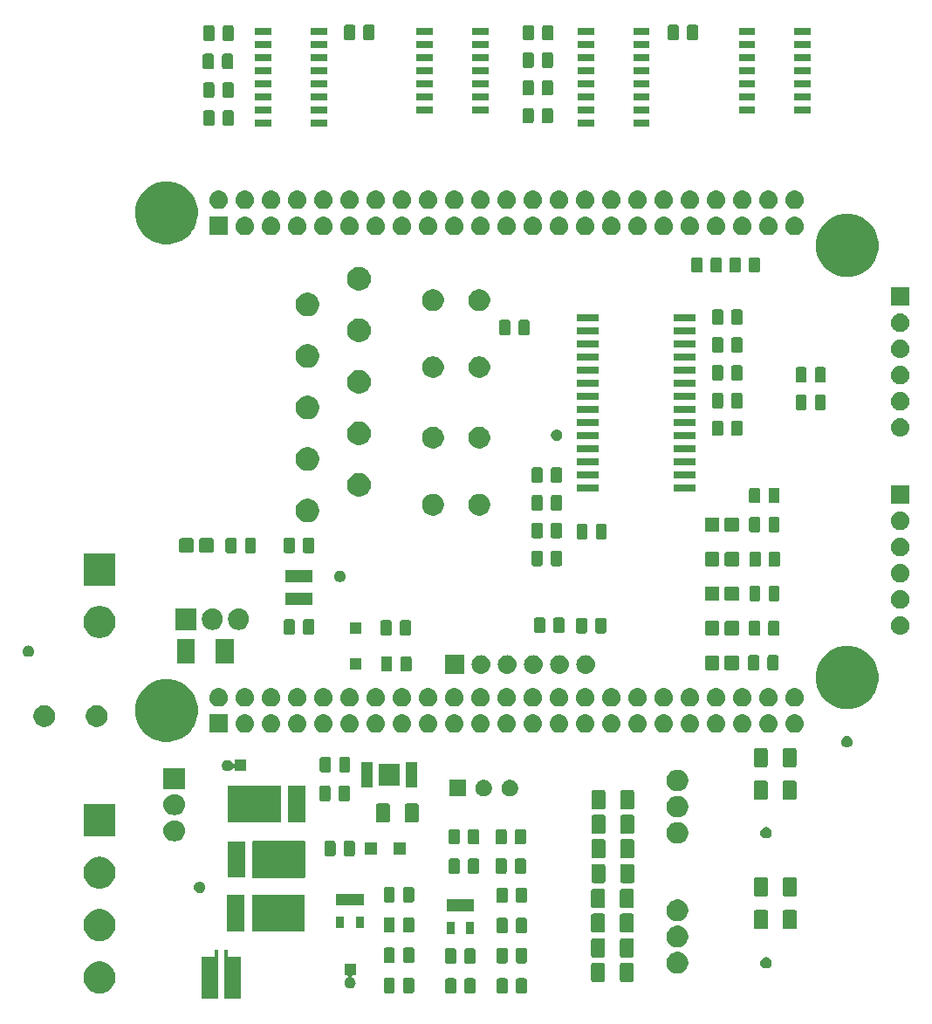
<source format=gts>
G04 #@! TF.GenerationSoftware,KiCad,Pcbnew,5.0.2-bee76a0~70~ubuntu18.04.1*
G04 #@! TF.CreationDate,2019-07-08T18:19:28-05:00*
G04 #@! TF.ProjectId,BBB_SHIELD_V2,4242425f-5348-4494-954c-445f56322e6b,rev?*
G04 #@! TF.SameCoordinates,Original*
G04 #@! TF.FileFunction,Soldermask,Top*
G04 #@! TF.FilePolarity,Negative*
%FSLAX46Y46*%
G04 Gerber Fmt 4.6, Leading zero omitted, Abs format (unit mm)*
G04 Created by KiCad (PCBNEW 5.0.2-bee76a0~70~ubuntu18.04.1) date Mon 08 Jul 2019 06:19:28 PM CDT*
%MOMM*%
%LPD*%
G01*
G04 APERTURE LIST*
%ADD10C,0.100000*%
G04 APERTURE END LIST*
D10*
G36*
X124901000Y-139324000D02*
X124903402Y-139348386D01*
X124910515Y-139371835D01*
X124922066Y-139393446D01*
X124937612Y-139412388D01*
X124956554Y-139427934D01*
X124978165Y-139439485D01*
X125001614Y-139446598D01*
X125026000Y-139449000D01*
X126201000Y-139449000D01*
X126201000Y-143551000D01*
X124599000Y-143551000D01*
X124599000Y-138749000D01*
X124901000Y-138749000D01*
X124901000Y-139324000D01*
X124901000Y-139324000D01*
G37*
G36*
X124001000Y-143551000D02*
X122399000Y-143551000D01*
X122399000Y-139449000D01*
X123574000Y-139449000D01*
X123598386Y-139446598D01*
X123621835Y-139439485D01*
X123643446Y-139427934D01*
X123662388Y-139412388D01*
X123677934Y-139393446D01*
X123689485Y-139371835D01*
X123696598Y-139348386D01*
X123699000Y-139324000D01*
X123699000Y-138749000D01*
X124001000Y-138749000D01*
X124001000Y-143551000D01*
X124001000Y-143551000D01*
G37*
G36*
X151934466Y-141523565D02*
X151973137Y-141535296D01*
X152008779Y-141554348D01*
X152040017Y-141579983D01*
X152065652Y-141611221D01*
X152084704Y-141646863D01*
X152096435Y-141685534D01*
X152101000Y-141731888D01*
X152101000Y-142808112D01*
X152096435Y-142854466D01*
X152084704Y-142893137D01*
X152065652Y-142928779D01*
X152040017Y-142960017D01*
X152008779Y-142985652D01*
X151973137Y-143004704D01*
X151934466Y-143016435D01*
X151888112Y-143021000D01*
X151236888Y-143021000D01*
X151190534Y-143016435D01*
X151151863Y-143004704D01*
X151116221Y-142985652D01*
X151084983Y-142960017D01*
X151059348Y-142928779D01*
X151040296Y-142893137D01*
X151028565Y-142854466D01*
X151024000Y-142808112D01*
X151024000Y-141731888D01*
X151028565Y-141685534D01*
X151040296Y-141646863D01*
X151059348Y-141611221D01*
X151084983Y-141579983D01*
X151116221Y-141554348D01*
X151151863Y-141535296D01*
X151190534Y-141523565D01*
X151236888Y-141519000D01*
X151888112Y-141519000D01*
X151934466Y-141523565D01*
X151934466Y-141523565D01*
G37*
G36*
X146934466Y-141523565D02*
X146973137Y-141535296D01*
X147008779Y-141554348D01*
X147040017Y-141579983D01*
X147065652Y-141611221D01*
X147084704Y-141646863D01*
X147096435Y-141685534D01*
X147101000Y-141731888D01*
X147101000Y-142808112D01*
X147096435Y-142854466D01*
X147084704Y-142893137D01*
X147065652Y-142928779D01*
X147040017Y-142960017D01*
X147008779Y-142985652D01*
X146973137Y-143004704D01*
X146934466Y-143016435D01*
X146888112Y-143021000D01*
X146236888Y-143021000D01*
X146190534Y-143016435D01*
X146151863Y-143004704D01*
X146116221Y-142985652D01*
X146084983Y-142960017D01*
X146059348Y-142928779D01*
X146040296Y-142893137D01*
X146028565Y-142854466D01*
X146024000Y-142808112D01*
X146024000Y-141731888D01*
X146028565Y-141685534D01*
X146040296Y-141646863D01*
X146059348Y-141611221D01*
X146084983Y-141579983D01*
X146116221Y-141554348D01*
X146151863Y-141535296D01*
X146190534Y-141523565D01*
X146236888Y-141519000D01*
X146888112Y-141519000D01*
X146934466Y-141523565D01*
X146934466Y-141523565D01*
G37*
G36*
X148809466Y-141523565D02*
X148848137Y-141535296D01*
X148883779Y-141554348D01*
X148915017Y-141579983D01*
X148940652Y-141611221D01*
X148959704Y-141646863D01*
X148971435Y-141685534D01*
X148976000Y-141731888D01*
X148976000Y-142808112D01*
X148971435Y-142854466D01*
X148959704Y-142893137D01*
X148940652Y-142928779D01*
X148915017Y-142960017D01*
X148883779Y-142985652D01*
X148848137Y-143004704D01*
X148809466Y-143016435D01*
X148763112Y-143021000D01*
X148111888Y-143021000D01*
X148065534Y-143016435D01*
X148026863Y-143004704D01*
X147991221Y-142985652D01*
X147959983Y-142960017D01*
X147934348Y-142928779D01*
X147915296Y-142893137D01*
X147903565Y-142854466D01*
X147899000Y-142808112D01*
X147899000Y-141731888D01*
X147903565Y-141685534D01*
X147915296Y-141646863D01*
X147934348Y-141611221D01*
X147959983Y-141579983D01*
X147991221Y-141554348D01*
X148026863Y-141535296D01*
X148065534Y-141523565D01*
X148111888Y-141519000D01*
X148763112Y-141519000D01*
X148809466Y-141523565D01*
X148809466Y-141523565D01*
G37*
G36*
X153809466Y-141523565D02*
X153848137Y-141535296D01*
X153883779Y-141554348D01*
X153915017Y-141579983D01*
X153940652Y-141611221D01*
X153959704Y-141646863D01*
X153971435Y-141685534D01*
X153976000Y-141731888D01*
X153976000Y-142808112D01*
X153971435Y-142854466D01*
X153959704Y-142893137D01*
X153940652Y-142928779D01*
X153915017Y-142960017D01*
X153883779Y-142985652D01*
X153848137Y-143004704D01*
X153809466Y-143016435D01*
X153763112Y-143021000D01*
X153111888Y-143021000D01*
X153065534Y-143016435D01*
X153026863Y-143004704D01*
X152991221Y-142985652D01*
X152959983Y-142960017D01*
X152934348Y-142928779D01*
X152915296Y-142893137D01*
X152903565Y-142854466D01*
X152899000Y-142808112D01*
X152899000Y-141731888D01*
X152903565Y-141685534D01*
X152915296Y-141646863D01*
X152934348Y-141611221D01*
X152959983Y-141579983D01*
X152991221Y-141554348D01*
X153026863Y-141535296D01*
X153065534Y-141523565D01*
X153111888Y-141519000D01*
X153763112Y-141519000D01*
X153809466Y-141523565D01*
X153809466Y-141523565D01*
G37*
G36*
X112852527Y-139948736D02*
X112952410Y-139968604D01*
X113234674Y-140085521D01*
X113488705Y-140255259D01*
X113704741Y-140471295D01*
X113874479Y-140725326D01*
X113968115Y-140951385D01*
X113991396Y-141007591D01*
X114051000Y-141307238D01*
X114051000Y-141612762D01*
X114022086Y-141758121D01*
X113991396Y-141912410D01*
X113874479Y-142194674D01*
X113704741Y-142448705D01*
X113488705Y-142664741D01*
X113234674Y-142834479D01*
X112952410Y-142951396D01*
X112885506Y-142964704D01*
X112652762Y-143011000D01*
X112347238Y-143011000D01*
X112114494Y-142964704D01*
X112047590Y-142951396D01*
X111765326Y-142834479D01*
X111511295Y-142664741D01*
X111295259Y-142448705D01*
X111125521Y-142194674D01*
X111008604Y-141912410D01*
X110977914Y-141758121D01*
X110949000Y-141612762D01*
X110949000Y-141307238D01*
X111008604Y-141007591D01*
X111031885Y-140951385D01*
X111125521Y-140725326D01*
X111295259Y-140471295D01*
X111511295Y-140255259D01*
X111765326Y-140085521D01*
X112047590Y-139968604D01*
X112147473Y-139948736D01*
X112347238Y-139909000D01*
X112652762Y-139909000D01*
X112852527Y-139948736D01*
X112852527Y-139948736D01*
G37*
G36*
X142859466Y-141483565D02*
X142898137Y-141495296D01*
X142933779Y-141514348D01*
X142965017Y-141539983D01*
X142990652Y-141571221D01*
X143009704Y-141606863D01*
X143021435Y-141645534D01*
X143026000Y-141691888D01*
X143026000Y-142768112D01*
X143021435Y-142814466D01*
X143009704Y-142853137D01*
X142990652Y-142888779D01*
X142965017Y-142920017D01*
X142933779Y-142945652D01*
X142898137Y-142964704D01*
X142859466Y-142976435D01*
X142813112Y-142981000D01*
X142161888Y-142981000D01*
X142115534Y-142976435D01*
X142076863Y-142964704D01*
X142041221Y-142945652D01*
X142009983Y-142920017D01*
X141984348Y-142888779D01*
X141965296Y-142853137D01*
X141953565Y-142814466D01*
X141949000Y-142768112D01*
X141949000Y-141691888D01*
X141953565Y-141645534D01*
X141965296Y-141606863D01*
X141984348Y-141571221D01*
X142009983Y-141539983D01*
X142041221Y-141514348D01*
X142076863Y-141495296D01*
X142115534Y-141483565D01*
X142161888Y-141479000D01*
X142813112Y-141479000D01*
X142859466Y-141483565D01*
X142859466Y-141483565D01*
G37*
G36*
X140984466Y-141483565D02*
X141023137Y-141495296D01*
X141058779Y-141514348D01*
X141090017Y-141539983D01*
X141115652Y-141571221D01*
X141134704Y-141606863D01*
X141146435Y-141645534D01*
X141151000Y-141691888D01*
X141151000Y-142768112D01*
X141146435Y-142814466D01*
X141134704Y-142853137D01*
X141115652Y-142888779D01*
X141090017Y-142920017D01*
X141058779Y-142945652D01*
X141023137Y-142964704D01*
X140984466Y-142976435D01*
X140938112Y-142981000D01*
X140286888Y-142981000D01*
X140240534Y-142976435D01*
X140201863Y-142964704D01*
X140166221Y-142945652D01*
X140134983Y-142920017D01*
X140109348Y-142888779D01*
X140090296Y-142853137D01*
X140078565Y-142814466D01*
X140074000Y-142768112D01*
X140074000Y-141691888D01*
X140078565Y-141645534D01*
X140090296Y-141606863D01*
X140109348Y-141571221D01*
X140134983Y-141539983D01*
X140166221Y-141514348D01*
X140201863Y-141495296D01*
X140240534Y-141483565D01*
X140286888Y-141479000D01*
X140938112Y-141479000D01*
X140984466Y-141483565D01*
X140984466Y-141483565D01*
G37*
G36*
X137351000Y-141251000D02*
X137122738Y-141251000D01*
X137098352Y-141253402D01*
X137074903Y-141260515D01*
X137053292Y-141272066D01*
X137034350Y-141287612D01*
X137018804Y-141306554D01*
X137007253Y-141328165D01*
X137000140Y-141351614D01*
X136997738Y-141376000D01*
X137000140Y-141400386D01*
X137007253Y-141423835D01*
X137018804Y-141445446D01*
X137034350Y-141464388D01*
X137063808Y-141486236D01*
X137107600Y-141509644D01*
X137191501Y-141578499D01*
X137260356Y-141662400D01*
X137311521Y-141758121D01*
X137343027Y-141861985D01*
X137353666Y-141970000D01*
X137343027Y-142078015D01*
X137311521Y-142181879D01*
X137260356Y-142277600D01*
X137191501Y-142361501D01*
X137107600Y-142430356D01*
X137011879Y-142481521D01*
X136908015Y-142513027D01*
X136827067Y-142521000D01*
X136772933Y-142521000D01*
X136691985Y-142513027D01*
X136588121Y-142481521D01*
X136492400Y-142430356D01*
X136408499Y-142361501D01*
X136339644Y-142277600D01*
X136288479Y-142181879D01*
X136256973Y-142078015D01*
X136246334Y-141970000D01*
X136256973Y-141861985D01*
X136288479Y-141758121D01*
X136339644Y-141662400D01*
X136408499Y-141578499D01*
X136492400Y-141509644D01*
X136536195Y-141486234D01*
X136556561Y-141472626D01*
X136573889Y-141455299D01*
X136587502Y-141434924D01*
X136596880Y-141412285D01*
X136601660Y-141388252D01*
X136601660Y-141363748D01*
X136596879Y-141339714D01*
X136587502Y-141317075D01*
X136573888Y-141296701D01*
X136556561Y-141279373D01*
X136536186Y-141265760D01*
X136513547Y-141256382D01*
X136477262Y-141251000D01*
X136249000Y-141251000D01*
X136249000Y-140149000D01*
X137351000Y-140149000D01*
X137351000Y-141251000D01*
X137351000Y-141251000D01*
G37*
G36*
X164188604Y-140038347D02*
X164225145Y-140049432D01*
X164258820Y-140067431D01*
X164288341Y-140091659D01*
X164312569Y-140121180D01*
X164330568Y-140154855D01*
X164341653Y-140191396D01*
X164346000Y-140235538D01*
X164346000Y-141684462D01*
X164341653Y-141728604D01*
X164330568Y-141765145D01*
X164312569Y-141798820D01*
X164288341Y-141828341D01*
X164258820Y-141852569D01*
X164225145Y-141870568D01*
X164188604Y-141881653D01*
X164144462Y-141886000D01*
X163195538Y-141886000D01*
X163151396Y-141881653D01*
X163114855Y-141870568D01*
X163081180Y-141852569D01*
X163051659Y-141828341D01*
X163027431Y-141798820D01*
X163009432Y-141765145D01*
X162998347Y-141728604D01*
X162994000Y-141684462D01*
X162994000Y-140235538D01*
X162998347Y-140191396D01*
X163009432Y-140154855D01*
X163027431Y-140121180D01*
X163051659Y-140091659D01*
X163081180Y-140067431D01*
X163114855Y-140049432D01*
X163151396Y-140038347D01*
X163195538Y-140034000D01*
X164144462Y-140034000D01*
X164188604Y-140038347D01*
X164188604Y-140038347D01*
G37*
G36*
X161388604Y-140038347D02*
X161425145Y-140049432D01*
X161458820Y-140067431D01*
X161488341Y-140091659D01*
X161512569Y-140121180D01*
X161530568Y-140154855D01*
X161541653Y-140191396D01*
X161546000Y-140235538D01*
X161546000Y-141684462D01*
X161541653Y-141728604D01*
X161530568Y-141765145D01*
X161512569Y-141798820D01*
X161488341Y-141828341D01*
X161458820Y-141852569D01*
X161425145Y-141870568D01*
X161388604Y-141881653D01*
X161344462Y-141886000D01*
X160395538Y-141886000D01*
X160351396Y-141881653D01*
X160314855Y-141870568D01*
X160281180Y-141852569D01*
X160251659Y-141828341D01*
X160227431Y-141798820D01*
X160209432Y-141765145D01*
X160198347Y-141728604D01*
X160194000Y-141684462D01*
X160194000Y-140235538D01*
X160198347Y-140191396D01*
X160209432Y-140154855D01*
X160227431Y-140121180D01*
X160251659Y-140091659D01*
X160281180Y-140067431D01*
X160314855Y-140049432D01*
X160351396Y-140038347D01*
X160395538Y-140034000D01*
X161344462Y-140034000D01*
X161388604Y-140038347D01*
X161388604Y-140038347D01*
G37*
G36*
X168876565Y-139009389D02*
X169067834Y-139088615D01*
X169239976Y-139203637D01*
X169386363Y-139350024D01*
X169501385Y-139522166D01*
X169580611Y-139713435D01*
X169621000Y-139916484D01*
X169621000Y-140123516D01*
X169580611Y-140326565D01*
X169501385Y-140517834D01*
X169386363Y-140689976D01*
X169239976Y-140836363D01*
X169067834Y-140951385D01*
X168876565Y-141030611D01*
X168673516Y-141071000D01*
X168466484Y-141071000D01*
X168263435Y-141030611D01*
X168072166Y-140951385D01*
X167900024Y-140836363D01*
X167753637Y-140689976D01*
X167638615Y-140517834D01*
X167559389Y-140326565D01*
X167519000Y-140123516D01*
X167519000Y-139916484D01*
X167559389Y-139713435D01*
X167638615Y-139522166D01*
X167753637Y-139350024D01*
X167900024Y-139203637D01*
X168072166Y-139088615D01*
X168263435Y-139009389D01*
X168466484Y-138969000D01*
X168673516Y-138969000D01*
X168876565Y-139009389D01*
X168876565Y-139009389D01*
G37*
G36*
X177320721Y-139490174D02*
X177420995Y-139531709D01*
X177511245Y-139592012D01*
X177587988Y-139668755D01*
X177648291Y-139759005D01*
X177689826Y-139859279D01*
X177711000Y-139965730D01*
X177711000Y-140074270D01*
X177689826Y-140180721D01*
X177648291Y-140280995D01*
X177587988Y-140371245D01*
X177511245Y-140447988D01*
X177420995Y-140508291D01*
X177320721Y-140549826D01*
X177214270Y-140571000D01*
X177105730Y-140571000D01*
X176999279Y-140549826D01*
X176899005Y-140508291D01*
X176808755Y-140447988D01*
X176732012Y-140371245D01*
X176671709Y-140280995D01*
X176630174Y-140180721D01*
X176609000Y-140074270D01*
X176609000Y-139965730D01*
X176630174Y-139859279D01*
X176671709Y-139759005D01*
X176732012Y-139668755D01*
X176808755Y-139592012D01*
X176899005Y-139531709D01*
X176999279Y-139490174D01*
X177105730Y-139469000D01*
X177214270Y-139469000D01*
X177320721Y-139490174D01*
X177320721Y-139490174D01*
G37*
G36*
X146934466Y-138623565D02*
X146973137Y-138635296D01*
X147008779Y-138654348D01*
X147040017Y-138679983D01*
X147065652Y-138711221D01*
X147084704Y-138746863D01*
X147096435Y-138785534D01*
X147101000Y-138831888D01*
X147101000Y-139908112D01*
X147096435Y-139954466D01*
X147084704Y-139993137D01*
X147065652Y-140028779D01*
X147040017Y-140060017D01*
X147008779Y-140085652D01*
X146973137Y-140104704D01*
X146934466Y-140116435D01*
X146888112Y-140121000D01*
X146236888Y-140121000D01*
X146190534Y-140116435D01*
X146151863Y-140104704D01*
X146116221Y-140085652D01*
X146084983Y-140060017D01*
X146059348Y-140028779D01*
X146040296Y-139993137D01*
X146028565Y-139954466D01*
X146024000Y-139908112D01*
X146024000Y-138831888D01*
X146028565Y-138785534D01*
X146040296Y-138746863D01*
X146059348Y-138711221D01*
X146084983Y-138679983D01*
X146116221Y-138654348D01*
X146151863Y-138635296D01*
X146190534Y-138623565D01*
X146236888Y-138619000D01*
X146888112Y-138619000D01*
X146934466Y-138623565D01*
X146934466Y-138623565D01*
G37*
G36*
X148809466Y-138623565D02*
X148848137Y-138635296D01*
X148883779Y-138654348D01*
X148915017Y-138679983D01*
X148940652Y-138711221D01*
X148959704Y-138746863D01*
X148971435Y-138785534D01*
X148976000Y-138831888D01*
X148976000Y-139908112D01*
X148971435Y-139954466D01*
X148959704Y-139993137D01*
X148940652Y-140028779D01*
X148915017Y-140060017D01*
X148883779Y-140085652D01*
X148848137Y-140104704D01*
X148809466Y-140116435D01*
X148763112Y-140121000D01*
X148111888Y-140121000D01*
X148065534Y-140116435D01*
X148026863Y-140104704D01*
X147991221Y-140085652D01*
X147959983Y-140060017D01*
X147934348Y-140028779D01*
X147915296Y-139993137D01*
X147903565Y-139954466D01*
X147899000Y-139908112D01*
X147899000Y-138831888D01*
X147903565Y-138785534D01*
X147915296Y-138746863D01*
X147934348Y-138711221D01*
X147959983Y-138679983D01*
X147991221Y-138654348D01*
X148026863Y-138635296D01*
X148065534Y-138623565D01*
X148111888Y-138619000D01*
X148763112Y-138619000D01*
X148809466Y-138623565D01*
X148809466Y-138623565D01*
G37*
G36*
X151934466Y-138590231D02*
X151973137Y-138601962D01*
X152008779Y-138621014D01*
X152040017Y-138646649D01*
X152065652Y-138677887D01*
X152084704Y-138713529D01*
X152096435Y-138752200D01*
X152101000Y-138798554D01*
X152101000Y-139874778D01*
X152096435Y-139921132D01*
X152084704Y-139959803D01*
X152065652Y-139995445D01*
X152040017Y-140026683D01*
X152008779Y-140052318D01*
X151973137Y-140071370D01*
X151934466Y-140083101D01*
X151888112Y-140087666D01*
X151236888Y-140087666D01*
X151190534Y-140083101D01*
X151151863Y-140071370D01*
X151116221Y-140052318D01*
X151084983Y-140026683D01*
X151059348Y-139995445D01*
X151040296Y-139959803D01*
X151028565Y-139921132D01*
X151024000Y-139874778D01*
X151024000Y-138798554D01*
X151028565Y-138752200D01*
X151040296Y-138713529D01*
X151059348Y-138677887D01*
X151084983Y-138646649D01*
X151116221Y-138621014D01*
X151151863Y-138601962D01*
X151190534Y-138590231D01*
X151236888Y-138585666D01*
X151888112Y-138585666D01*
X151934466Y-138590231D01*
X151934466Y-138590231D01*
G37*
G36*
X153809466Y-138590231D02*
X153848137Y-138601962D01*
X153883779Y-138621014D01*
X153915017Y-138646649D01*
X153940652Y-138677887D01*
X153959704Y-138713529D01*
X153971435Y-138752200D01*
X153976000Y-138798554D01*
X153976000Y-139874778D01*
X153971435Y-139921132D01*
X153959704Y-139959803D01*
X153940652Y-139995445D01*
X153915017Y-140026683D01*
X153883779Y-140052318D01*
X153848137Y-140071370D01*
X153809466Y-140083101D01*
X153763112Y-140087666D01*
X153111888Y-140087666D01*
X153065534Y-140083101D01*
X153026863Y-140071370D01*
X152991221Y-140052318D01*
X152959983Y-140026683D01*
X152934348Y-139995445D01*
X152915296Y-139959803D01*
X152903565Y-139921132D01*
X152899000Y-139874778D01*
X152899000Y-138798554D01*
X152903565Y-138752200D01*
X152915296Y-138713529D01*
X152934348Y-138677887D01*
X152959983Y-138646649D01*
X152991221Y-138621014D01*
X153026863Y-138601962D01*
X153065534Y-138590231D01*
X153111888Y-138585666D01*
X153763112Y-138585666D01*
X153809466Y-138590231D01*
X153809466Y-138590231D01*
G37*
G36*
X140984466Y-138550231D02*
X141023137Y-138561962D01*
X141058779Y-138581014D01*
X141090017Y-138606649D01*
X141115652Y-138637887D01*
X141134704Y-138673529D01*
X141146435Y-138712200D01*
X141151000Y-138758554D01*
X141151000Y-139834778D01*
X141146435Y-139881132D01*
X141134704Y-139919803D01*
X141115652Y-139955445D01*
X141090017Y-139986683D01*
X141058779Y-140012318D01*
X141023137Y-140031370D01*
X140984466Y-140043101D01*
X140938112Y-140047666D01*
X140286888Y-140047666D01*
X140240534Y-140043101D01*
X140201863Y-140031370D01*
X140166221Y-140012318D01*
X140134983Y-139986683D01*
X140109348Y-139955445D01*
X140090296Y-139919803D01*
X140078565Y-139881132D01*
X140074000Y-139834778D01*
X140074000Y-138758554D01*
X140078565Y-138712200D01*
X140090296Y-138673529D01*
X140109348Y-138637887D01*
X140134983Y-138606649D01*
X140166221Y-138581014D01*
X140201863Y-138561962D01*
X140240534Y-138550231D01*
X140286888Y-138545666D01*
X140938112Y-138545666D01*
X140984466Y-138550231D01*
X140984466Y-138550231D01*
G37*
G36*
X142859466Y-138550231D02*
X142898137Y-138561962D01*
X142933779Y-138581014D01*
X142965017Y-138606649D01*
X142990652Y-138637887D01*
X143009704Y-138673529D01*
X143021435Y-138712200D01*
X143026000Y-138758554D01*
X143026000Y-139834778D01*
X143021435Y-139881132D01*
X143009704Y-139919803D01*
X142990652Y-139955445D01*
X142965017Y-139986683D01*
X142933779Y-140012318D01*
X142898137Y-140031370D01*
X142859466Y-140043101D01*
X142813112Y-140047666D01*
X142161888Y-140047666D01*
X142115534Y-140043101D01*
X142076863Y-140031370D01*
X142041221Y-140012318D01*
X142009983Y-139986683D01*
X141984348Y-139955445D01*
X141965296Y-139919803D01*
X141953565Y-139881132D01*
X141949000Y-139834778D01*
X141949000Y-138758554D01*
X141953565Y-138712200D01*
X141965296Y-138673529D01*
X141984348Y-138637887D01*
X142009983Y-138606649D01*
X142041221Y-138581014D01*
X142076863Y-138561962D01*
X142115534Y-138550231D01*
X142161888Y-138545666D01*
X142813112Y-138545666D01*
X142859466Y-138550231D01*
X142859466Y-138550231D01*
G37*
G36*
X164188604Y-137658347D02*
X164225145Y-137669432D01*
X164258820Y-137687431D01*
X164288341Y-137711659D01*
X164312569Y-137741180D01*
X164330568Y-137774855D01*
X164341653Y-137811396D01*
X164346000Y-137855538D01*
X164346000Y-139304462D01*
X164341653Y-139348604D01*
X164330568Y-139385145D01*
X164312569Y-139418820D01*
X164288341Y-139448341D01*
X164258820Y-139472569D01*
X164225145Y-139490568D01*
X164188604Y-139501653D01*
X164144462Y-139506000D01*
X163195538Y-139506000D01*
X163151396Y-139501653D01*
X163114855Y-139490568D01*
X163081180Y-139472569D01*
X163051659Y-139448341D01*
X163027431Y-139418820D01*
X163009432Y-139385145D01*
X162998347Y-139348604D01*
X162994000Y-139304462D01*
X162994000Y-137855538D01*
X162998347Y-137811396D01*
X163009432Y-137774855D01*
X163027431Y-137741180D01*
X163051659Y-137711659D01*
X163081180Y-137687431D01*
X163114855Y-137669432D01*
X163151396Y-137658347D01*
X163195538Y-137654000D01*
X164144462Y-137654000D01*
X164188604Y-137658347D01*
X164188604Y-137658347D01*
G37*
G36*
X161388604Y-137658347D02*
X161425145Y-137669432D01*
X161458820Y-137687431D01*
X161488341Y-137711659D01*
X161512569Y-137741180D01*
X161530568Y-137774855D01*
X161541653Y-137811396D01*
X161546000Y-137855538D01*
X161546000Y-139304462D01*
X161541653Y-139348604D01*
X161530568Y-139385145D01*
X161512569Y-139418820D01*
X161488341Y-139448341D01*
X161458820Y-139472569D01*
X161425145Y-139490568D01*
X161388604Y-139501653D01*
X161344462Y-139506000D01*
X160395538Y-139506000D01*
X160351396Y-139501653D01*
X160314855Y-139490568D01*
X160281180Y-139472569D01*
X160251659Y-139448341D01*
X160227431Y-139418820D01*
X160209432Y-139385145D01*
X160198347Y-139348604D01*
X160194000Y-139304462D01*
X160194000Y-137855538D01*
X160198347Y-137811396D01*
X160209432Y-137774855D01*
X160227431Y-137741180D01*
X160251659Y-137711659D01*
X160281180Y-137687431D01*
X160314855Y-137669432D01*
X160351396Y-137658347D01*
X160395538Y-137654000D01*
X161344462Y-137654000D01*
X161388604Y-137658347D01*
X161388604Y-137658347D01*
G37*
G36*
X168876565Y-136469389D02*
X169067834Y-136548615D01*
X169239976Y-136663637D01*
X169386363Y-136810024D01*
X169501385Y-136982166D01*
X169580611Y-137173435D01*
X169621000Y-137376484D01*
X169621000Y-137583516D01*
X169580611Y-137786565D01*
X169501385Y-137977834D01*
X169386363Y-138149976D01*
X169239976Y-138296363D01*
X169067834Y-138411385D01*
X168876565Y-138490611D01*
X168673516Y-138531000D01*
X168466484Y-138531000D01*
X168263435Y-138490611D01*
X168072166Y-138411385D01*
X167900024Y-138296363D01*
X167753637Y-138149976D01*
X167638615Y-137977834D01*
X167559389Y-137786565D01*
X167519000Y-137583516D01*
X167519000Y-137376484D01*
X167559389Y-137173435D01*
X167638615Y-136982166D01*
X167753637Y-136810024D01*
X167900024Y-136663637D01*
X168072166Y-136548615D01*
X168263435Y-136469389D01*
X168466484Y-136429000D01*
X168673516Y-136429000D01*
X168876565Y-136469389D01*
X168876565Y-136469389D01*
G37*
G36*
X112852527Y-134868736D02*
X112952410Y-134888604D01*
X113234674Y-135005521D01*
X113488705Y-135175259D01*
X113704741Y-135391295D01*
X113874479Y-135645326D01*
X113991396Y-135927590D01*
X113991396Y-135927591D01*
X114051000Y-136227238D01*
X114051000Y-136532762D01*
X114024967Y-136663637D01*
X113991396Y-136832410D01*
X113874479Y-137114674D01*
X113704741Y-137368705D01*
X113488705Y-137584741D01*
X113234674Y-137754479D01*
X112952410Y-137871396D01*
X112852527Y-137891264D01*
X112652762Y-137931000D01*
X112347238Y-137931000D01*
X112147473Y-137891264D01*
X112047590Y-137871396D01*
X111765326Y-137754479D01*
X111511295Y-137584741D01*
X111295259Y-137368705D01*
X111125521Y-137114674D01*
X111008604Y-136832410D01*
X110975033Y-136663637D01*
X110949000Y-136532762D01*
X110949000Y-136227238D01*
X111008604Y-135927591D01*
X111008604Y-135927590D01*
X111125521Y-135645326D01*
X111295259Y-135391295D01*
X111511295Y-135175259D01*
X111765326Y-135005521D01*
X112047590Y-134888604D01*
X112147473Y-134868736D01*
X112347238Y-134829000D01*
X112652762Y-134829000D01*
X112852527Y-134868736D01*
X112852527Y-134868736D01*
G37*
G36*
X148826000Y-137251000D02*
X148074000Y-137251000D01*
X148074000Y-136089000D01*
X148826000Y-136089000D01*
X148826000Y-137251000D01*
X148826000Y-137251000D01*
G37*
G36*
X146926000Y-137251000D02*
X146174000Y-137251000D01*
X146174000Y-136089000D01*
X146926000Y-136089000D01*
X146926000Y-137251000D01*
X146926000Y-137251000D01*
G37*
G36*
X151934466Y-135656898D02*
X151973137Y-135668629D01*
X152008779Y-135687681D01*
X152040017Y-135713316D01*
X152065652Y-135744554D01*
X152084704Y-135780196D01*
X152096435Y-135818867D01*
X152101000Y-135865221D01*
X152101000Y-136941445D01*
X152096435Y-136987799D01*
X152084704Y-137026470D01*
X152065652Y-137062112D01*
X152040017Y-137093350D01*
X152008779Y-137118985D01*
X151973137Y-137138037D01*
X151934466Y-137149768D01*
X151888112Y-137154333D01*
X151236888Y-137154333D01*
X151190534Y-137149768D01*
X151151863Y-137138037D01*
X151116221Y-137118985D01*
X151084983Y-137093350D01*
X151059348Y-137062112D01*
X151040296Y-137026470D01*
X151028565Y-136987799D01*
X151024000Y-136941445D01*
X151024000Y-135865221D01*
X151028565Y-135818867D01*
X151040296Y-135780196D01*
X151059348Y-135744554D01*
X151084983Y-135713316D01*
X151116221Y-135687681D01*
X151151863Y-135668629D01*
X151190534Y-135656898D01*
X151236888Y-135652333D01*
X151888112Y-135652333D01*
X151934466Y-135656898D01*
X151934466Y-135656898D01*
G37*
G36*
X153809466Y-135656898D02*
X153848137Y-135668629D01*
X153883779Y-135687681D01*
X153915017Y-135713316D01*
X153940652Y-135744554D01*
X153959704Y-135780196D01*
X153971435Y-135818867D01*
X153976000Y-135865221D01*
X153976000Y-136941445D01*
X153971435Y-136987799D01*
X153959704Y-137026470D01*
X153940652Y-137062112D01*
X153915017Y-137093350D01*
X153883779Y-137118985D01*
X153848137Y-137138037D01*
X153809466Y-137149768D01*
X153763112Y-137154333D01*
X153111888Y-137154333D01*
X153065534Y-137149768D01*
X153026863Y-137138037D01*
X152991221Y-137118985D01*
X152959983Y-137093350D01*
X152934348Y-137062112D01*
X152915296Y-137026470D01*
X152903565Y-136987799D01*
X152899000Y-136941445D01*
X152899000Y-135865221D01*
X152903565Y-135818867D01*
X152915296Y-135780196D01*
X152934348Y-135744554D01*
X152959983Y-135713316D01*
X152991221Y-135687681D01*
X153026863Y-135668629D01*
X153065534Y-135656898D01*
X153111888Y-135652333D01*
X153763112Y-135652333D01*
X153809466Y-135656898D01*
X153809466Y-135656898D01*
G37*
G36*
X140984466Y-135616898D02*
X141023137Y-135628629D01*
X141058779Y-135647681D01*
X141090017Y-135673316D01*
X141115652Y-135704554D01*
X141134704Y-135740196D01*
X141146435Y-135778867D01*
X141151000Y-135825221D01*
X141151000Y-136901445D01*
X141146435Y-136947799D01*
X141134704Y-136986470D01*
X141115652Y-137022112D01*
X141090017Y-137053350D01*
X141058779Y-137078985D01*
X141023137Y-137098037D01*
X140984466Y-137109768D01*
X140938112Y-137114333D01*
X140286888Y-137114333D01*
X140240534Y-137109768D01*
X140201863Y-137098037D01*
X140166221Y-137078985D01*
X140134983Y-137053350D01*
X140109348Y-137022112D01*
X140090296Y-136986470D01*
X140078565Y-136947799D01*
X140074000Y-136901445D01*
X140074000Y-135825221D01*
X140078565Y-135778867D01*
X140090296Y-135740196D01*
X140109348Y-135704554D01*
X140134983Y-135673316D01*
X140166221Y-135647681D01*
X140201863Y-135628629D01*
X140240534Y-135616898D01*
X140286888Y-135612333D01*
X140938112Y-135612333D01*
X140984466Y-135616898D01*
X140984466Y-135616898D01*
G37*
G36*
X142859466Y-135616898D02*
X142898137Y-135628629D01*
X142933779Y-135647681D01*
X142965017Y-135673316D01*
X142990652Y-135704554D01*
X143009704Y-135740196D01*
X143021435Y-135778867D01*
X143026000Y-135825221D01*
X143026000Y-136901445D01*
X143021435Y-136947799D01*
X143009704Y-136986470D01*
X142990652Y-137022112D01*
X142965017Y-137053350D01*
X142933779Y-137078985D01*
X142898137Y-137098037D01*
X142859466Y-137109768D01*
X142813112Y-137114333D01*
X142161888Y-137114333D01*
X142115534Y-137109768D01*
X142076863Y-137098037D01*
X142041221Y-137078985D01*
X142009983Y-137053350D01*
X141984348Y-137022112D01*
X141965296Y-136986470D01*
X141953565Y-136947799D01*
X141949000Y-136901445D01*
X141949000Y-135825221D01*
X141953565Y-135778867D01*
X141965296Y-135740196D01*
X141984348Y-135704554D01*
X142009983Y-135673316D01*
X142041221Y-135647681D01*
X142076863Y-135628629D01*
X142115534Y-135616898D01*
X142161888Y-135612333D01*
X142813112Y-135612333D01*
X142859466Y-135616898D01*
X142859466Y-135616898D01*
G37*
G36*
X164188604Y-135258347D02*
X164225145Y-135269432D01*
X164258820Y-135287431D01*
X164288341Y-135311659D01*
X164312569Y-135341180D01*
X164330568Y-135374855D01*
X164341653Y-135411396D01*
X164346000Y-135455538D01*
X164346000Y-136904462D01*
X164341653Y-136948604D01*
X164330568Y-136985145D01*
X164312569Y-137018820D01*
X164288341Y-137048341D01*
X164258820Y-137072569D01*
X164225145Y-137090568D01*
X164188604Y-137101653D01*
X164144462Y-137106000D01*
X163195538Y-137106000D01*
X163151396Y-137101653D01*
X163114855Y-137090568D01*
X163081180Y-137072569D01*
X163051659Y-137048341D01*
X163027431Y-137018820D01*
X163009432Y-136985145D01*
X162998347Y-136948604D01*
X162994000Y-136904462D01*
X162994000Y-135455538D01*
X162998347Y-135411396D01*
X163009432Y-135374855D01*
X163027431Y-135341180D01*
X163051659Y-135311659D01*
X163081180Y-135287431D01*
X163114855Y-135269432D01*
X163151396Y-135258347D01*
X163195538Y-135254000D01*
X164144462Y-135254000D01*
X164188604Y-135258347D01*
X164188604Y-135258347D01*
G37*
G36*
X161388604Y-135258347D02*
X161425145Y-135269432D01*
X161458820Y-135287431D01*
X161488341Y-135311659D01*
X161512569Y-135341180D01*
X161530568Y-135374855D01*
X161541653Y-135411396D01*
X161546000Y-135455538D01*
X161546000Y-136904462D01*
X161541653Y-136948604D01*
X161530568Y-136985145D01*
X161512569Y-137018820D01*
X161488341Y-137048341D01*
X161458820Y-137072569D01*
X161425145Y-137090568D01*
X161388604Y-137101653D01*
X161344462Y-137106000D01*
X160395538Y-137106000D01*
X160351396Y-137101653D01*
X160314855Y-137090568D01*
X160281180Y-137072569D01*
X160251659Y-137048341D01*
X160227431Y-137018820D01*
X160209432Y-136985145D01*
X160198347Y-136948604D01*
X160194000Y-136904462D01*
X160194000Y-135455538D01*
X160198347Y-135411396D01*
X160209432Y-135374855D01*
X160227431Y-135341180D01*
X160251659Y-135311659D01*
X160281180Y-135287431D01*
X160314855Y-135269432D01*
X160351396Y-135258347D01*
X160395538Y-135254000D01*
X161344462Y-135254000D01*
X161388604Y-135258347D01*
X161388604Y-135258347D01*
G37*
G36*
X132336468Y-133400892D02*
X132349042Y-133404706D01*
X132360618Y-133410894D01*
X132370773Y-133419227D01*
X132379106Y-133429382D01*
X132385294Y-133440958D01*
X132389108Y-133453532D01*
X132391000Y-133472741D01*
X132391000Y-136927259D01*
X132389108Y-136946468D01*
X132385294Y-136959042D01*
X132379106Y-136970618D01*
X132370773Y-136980773D01*
X132360618Y-136989106D01*
X132349042Y-136995294D01*
X132336468Y-136999108D01*
X132317259Y-137001000D01*
X127362741Y-137001000D01*
X127343532Y-136999108D01*
X127330958Y-136995294D01*
X127319382Y-136989106D01*
X127309227Y-136980773D01*
X127300894Y-136970618D01*
X127294706Y-136959042D01*
X127290892Y-136946468D01*
X127289000Y-136927259D01*
X127289000Y-133472741D01*
X127290892Y-133453532D01*
X127294706Y-133440958D01*
X127300894Y-133429382D01*
X127309227Y-133419227D01*
X127319382Y-133410894D01*
X127330958Y-133404706D01*
X127343532Y-133400892D01*
X127362741Y-133399000D01*
X132317259Y-133399000D01*
X132336468Y-133400892D01*
X132336468Y-133400892D01*
G37*
G36*
X126561000Y-135152263D02*
X126560934Y-135152938D01*
X126560355Y-135154845D01*
X126556684Y-135163707D01*
X126551902Y-135187740D01*
X126551900Y-135212245D01*
X126556679Y-135236278D01*
X126560353Y-135245148D01*
X126560934Y-135247062D01*
X126561000Y-135247737D01*
X126561000Y-136971000D01*
X124859000Y-136971000D01*
X124859000Y-135247737D01*
X124859066Y-135247062D01*
X124859645Y-135245155D01*
X124863316Y-135236293D01*
X124868098Y-135212260D01*
X124868100Y-135187755D01*
X124863321Y-135163722D01*
X124859647Y-135154852D01*
X124859066Y-135152938D01*
X124859000Y-135152263D01*
X124859000Y-133429000D01*
X126561000Y-133429000D01*
X126561000Y-135152263D01*
X126561000Y-135152263D01*
G37*
G36*
X179988604Y-134918347D02*
X180025145Y-134929432D01*
X180058820Y-134947431D01*
X180088341Y-134971659D01*
X180112569Y-135001180D01*
X180130568Y-135034855D01*
X180141653Y-135071396D01*
X180146000Y-135115538D01*
X180146000Y-136564462D01*
X180141653Y-136608604D01*
X180130568Y-136645145D01*
X180112569Y-136678820D01*
X180088341Y-136708341D01*
X180058820Y-136732569D01*
X180025145Y-136750568D01*
X179988604Y-136761653D01*
X179944462Y-136766000D01*
X178995538Y-136766000D01*
X178951396Y-136761653D01*
X178914855Y-136750568D01*
X178881180Y-136732569D01*
X178851659Y-136708341D01*
X178827431Y-136678820D01*
X178809432Y-136645145D01*
X178798347Y-136608604D01*
X178794000Y-136564462D01*
X178794000Y-135115538D01*
X178798347Y-135071396D01*
X178809432Y-135034855D01*
X178827431Y-135001180D01*
X178851659Y-134971659D01*
X178881180Y-134947431D01*
X178914855Y-134929432D01*
X178951396Y-134918347D01*
X178995538Y-134914000D01*
X179944462Y-134914000D01*
X179988604Y-134918347D01*
X179988604Y-134918347D01*
G37*
G36*
X177188604Y-134918347D02*
X177225145Y-134929432D01*
X177258820Y-134947431D01*
X177288341Y-134971659D01*
X177312569Y-135001180D01*
X177330568Y-135034855D01*
X177341653Y-135071396D01*
X177346000Y-135115538D01*
X177346000Y-136564462D01*
X177341653Y-136608604D01*
X177330568Y-136645145D01*
X177312569Y-136678820D01*
X177288341Y-136708341D01*
X177258820Y-136732569D01*
X177225145Y-136750568D01*
X177188604Y-136761653D01*
X177144462Y-136766000D01*
X176195538Y-136766000D01*
X176151396Y-136761653D01*
X176114855Y-136750568D01*
X176081180Y-136732569D01*
X176051659Y-136708341D01*
X176027431Y-136678820D01*
X176009432Y-136645145D01*
X175998347Y-136608604D01*
X175994000Y-136564462D01*
X175994000Y-135115538D01*
X175998347Y-135071396D01*
X176009432Y-135034855D01*
X176027431Y-135001180D01*
X176051659Y-134971659D01*
X176081180Y-134947431D01*
X176114855Y-134929432D01*
X176151396Y-134918347D01*
X176195538Y-134914000D01*
X177144462Y-134914000D01*
X177188604Y-134918347D01*
X177188604Y-134918347D01*
G37*
G36*
X136226000Y-136681000D02*
X135474000Y-136681000D01*
X135474000Y-135519000D01*
X136226000Y-135519000D01*
X136226000Y-136681000D01*
X136226000Y-136681000D01*
G37*
G36*
X138126000Y-136681000D02*
X137374000Y-136681000D01*
X137374000Y-135519000D01*
X138126000Y-135519000D01*
X138126000Y-136681000D01*
X138126000Y-136681000D01*
G37*
G36*
X168876565Y-133929389D02*
X169067834Y-134008615D01*
X169239976Y-134123637D01*
X169386363Y-134270024D01*
X169501385Y-134442166D01*
X169580611Y-134633435D01*
X169621000Y-134836484D01*
X169621000Y-135043516D01*
X169580611Y-135246565D01*
X169501385Y-135437834D01*
X169386363Y-135609976D01*
X169239976Y-135756363D01*
X169067834Y-135871385D01*
X168876565Y-135950611D01*
X168673516Y-135991000D01*
X168466484Y-135991000D01*
X168263435Y-135950611D01*
X168072166Y-135871385D01*
X167900024Y-135756363D01*
X167753637Y-135609976D01*
X167638615Y-135437834D01*
X167559389Y-135246565D01*
X167519000Y-135043516D01*
X167519000Y-134836484D01*
X167559389Y-134633435D01*
X167638615Y-134442166D01*
X167753637Y-134270024D01*
X167900024Y-134123637D01*
X168072166Y-134008615D01*
X168263435Y-133929389D01*
X168466484Y-133889000D01*
X168673516Y-133889000D01*
X168876565Y-133929389D01*
X168876565Y-133929389D01*
G37*
G36*
X148826000Y-135051000D02*
X146174000Y-135051000D01*
X146174000Y-133889000D01*
X148826000Y-133889000D01*
X148826000Y-135051000D01*
X148826000Y-135051000D01*
G37*
G36*
X161388604Y-132868347D02*
X161425145Y-132879432D01*
X161458820Y-132897431D01*
X161488341Y-132921659D01*
X161512569Y-132951180D01*
X161530568Y-132984855D01*
X161541653Y-133021396D01*
X161546000Y-133065538D01*
X161546000Y-134514462D01*
X161541653Y-134558604D01*
X161530568Y-134595145D01*
X161512569Y-134628820D01*
X161488341Y-134658341D01*
X161458820Y-134682569D01*
X161425145Y-134700568D01*
X161388604Y-134711653D01*
X161344462Y-134716000D01*
X160395538Y-134716000D01*
X160351396Y-134711653D01*
X160314855Y-134700568D01*
X160281180Y-134682569D01*
X160251659Y-134658341D01*
X160227431Y-134628820D01*
X160209432Y-134595145D01*
X160198347Y-134558604D01*
X160194000Y-134514462D01*
X160194000Y-133065538D01*
X160198347Y-133021396D01*
X160209432Y-132984855D01*
X160227431Y-132951180D01*
X160251659Y-132921659D01*
X160281180Y-132897431D01*
X160314855Y-132879432D01*
X160351396Y-132868347D01*
X160395538Y-132864000D01*
X161344462Y-132864000D01*
X161388604Y-132868347D01*
X161388604Y-132868347D01*
G37*
G36*
X164188604Y-132868347D02*
X164225145Y-132879432D01*
X164258820Y-132897431D01*
X164288341Y-132921659D01*
X164312569Y-132951180D01*
X164330568Y-132984855D01*
X164341653Y-133021396D01*
X164346000Y-133065538D01*
X164346000Y-134514462D01*
X164341653Y-134558604D01*
X164330568Y-134595145D01*
X164312569Y-134628820D01*
X164288341Y-134658341D01*
X164258820Y-134682569D01*
X164225145Y-134700568D01*
X164188604Y-134711653D01*
X164144462Y-134716000D01*
X163195538Y-134716000D01*
X163151396Y-134711653D01*
X163114855Y-134700568D01*
X163081180Y-134682569D01*
X163051659Y-134658341D01*
X163027431Y-134628820D01*
X163009432Y-134595145D01*
X162998347Y-134558604D01*
X162994000Y-134514462D01*
X162994000Y-133065538D01*
X162998347Y-133021396D01*
X163009432Y-132984855D01*
X163027431Y-132951180D01*
X163051659Y-132921659D01*
X163081180Y-132897431D01*
X163114855Y-132879432D01*
X163151396Y-132868347D01*
X163195538Y-132864000D01*
X164144462Y-132864000D01*
X164188604Y-132868347D01*
X164188604Y-132868347D01*
G37*
G36*
X138126000Y-134481000D02*
X135474000Y-134481000D01*
X135474000Y-133319000D01*
X138126000Y-133319000D01*
X138126000Y-134481000D01*
X138126000Y-134481000D01*
G37*
G36*
X151934466Y-132723565D02*
X151973137Y-132735296D01*
X152008779Y-132754348D01*
X152040017Y-132779983D01*
X152065652Y-132811221D01*
X152084704Y-132846863D01*
X152096435Y-132885534D01*
X152101000Y-132931888D01*
X152101000Y-134008112D01*
X152096435Y-134054466D01*
X152084704Y-134093137D01*
X152065652Y-134128779D01*
X152040017Y-134160017D01*
X152008779Y-134185652D01*
X151973137Y-134204704D01*
X151934466Y-134216435D01*
X151888112Y-134221000D01*
X151236888Y-134221000D01*
X151190534Y-134216435D01*
X151151863Y-134204704D01*
X151116221Y-134185652D01*
X151084983Y-134160017D01*
X151059348Y-134128779D01*
X151040296Y-134093137D01*
X151028565Y-134054466D01*
X151024000Y-134008112D01*
X151024000Y-132931888D01*
X151028565Y-132885534D01*
X151040296Y-132846863D01*
X151059348Y-132811221D01*
X151084983Y-132779983D01*
X151116221Y-132754348D01*
X151151863Y-132735296D01*
X151190534Y-132723565D01*
X151236888Y-132719000D01*
X151888112Y-132719000D01*
X151934466Y-132723565D01*
X151934466Y-132723565D01*
G37*
G36*
X153809466Y-132723565D02*
X153848137Y-132735296D01*
X153883779Y-132754348D01*
X153915017Y-132779983D01*
X153940652Y-132811221D01*
X153959704Y-132846863D01*
X153971435Y-132885534D01*
X153976000Y-132931888D01*
X153976000Y-134008112D01*
X153971435Y-134054466D01*
X153959704Y-134093137D01*
X153940652Y-134128779D01*
X153915017Y-134160017D01*
X153883779Y-134185652D01*
X153848137Y-134204704D01*
X153809466Y-134216435D01*
X153763112Y-134221000D01*
X153111888Y-134221000D01*
X153065534Y-134216435D01*
X153026863Y-134204704D01*
X152991221Y-134185652D01*
X152959983Y-134160017D01*
X152934348Y-134128779D01*
X152915296Y-134093137D01*
X152903565Y-134054466D01*
X152899000Y-134008112D01*
X152899000Y-132931888D01*
X152903565Y-132885534D01*
X152915296Y-132846863D01*
X152934348Y-132811221D01*
X152959983Y-132779983D01*
X152991221Y-132754348D01*
X153026863Y-132735296D01*
X153065534Y-132723565D01*
X153111888Y-132719000D01*
X153763112Y-132719000D01*
X153809466Y-132723565D01*
X153809466Y-132723565D01*
G37*
G36*
X140984466Y-132683565D02*
X141023137Y-132695296D01*
X141058779Y-132714348D01*
X141090017Y-132739983D01*
X141115652Y-132771221D01*
X141134704Y-132806863D01*
X141146435Y-132845534D01*
X141151000Y-132891888D01*
X141151000Y-133968112D01*
X141146435Y-134014466D01*
X141134704Y-134053137D01*
X141115652Y-134088779D01*
X141090017Y-134120017D01*
X141058779Y-134145652D01*
X141023137Y-134164704D01*
X140984466Y-134176435D01*
X140938112Y-134181000D01*
X140286888Y-134181000D01*
X140240534Y-134176435D01*
X140201863Y-134164704D01*
X140166221Y-134145652D01*
X140134983Y-134120017D01*
X140109348Y-134088779D01*
X140090296Y-134053137D01*
X140078565Y-134014466D01*
X140074000Y-133968112D01*
X140074000Y-132891888D01*
X140078565Y-132845534D01*
X140090296Y-132806863D01*
X140109348Y-132771221D01*
X140134983Y-132739983D01*
X140166221Y-132714348D01*
X140201863Y-132695296D01*
X140240534Y-132683565D01*
X140286888Y-132679000D01*
X140938112Y-132679000D01*
X140984466Y-132683565D01*
X140984466Y-132683565D01*
G37*
G36*
X142859466Y-132683565D02*
X142898137Y-132695296D01*
X142933779Y-132714348D01*
X142965017Y-132739983D01*
X142990652Y-132771221D01*
X143009704Y-132806863D01*
X143021435Y-132845534D01*
X143026000Y-132891888D01*
X143026000Y-133968112D01*
X143021435Y-134014466D01*
X143009704Y-134053137D01*
X142990652Y-134088779D01*
X142965017Y-134120017D01*
X142933779Y-134145652D01*
X142898137Y-134164704D01*
X142859466Y-134176435D01*
X142813112Y-134181000D01*
X142161888Y-134181000D01*
X142115534Y-134176435D01*
X142076863Y-134164704D01*
X142041221Y-134145652D01*
X142009983Y-134120017D01*
X141984348Y-134088779D01*
X141965296Y-134053137D01*
X141953565Y-134014466D01*
X141949000Y-133968112D01*
X141949000Y-132891888D01*
X141953565Y-132845534D01*
X141965296Y-132806863D01*
X141984348Y-132771221D01*
X142009983Y-132739983D01*
X142041221Y-132714348D01*
X142076863Y-132695296D01*
X142115534Y-132683565D01*
X142161888Y-132679000D01*
X142813112Y-132679000D01*
X142859466Y-132683565D01*
X142859466Y-132683565D01*
G37*
G36*
X179988604Y-131768347D02*
X180025145Y-131779432D01*
X180058820Y-131797431D01*
X180088341Y-131821659D01*
X180112569Y-131851180D01*
X180130568Y-131884855D01*
X180141653Y-131921396D01*
X180146000Y-131965538D01*
X180146000Y-133414462D01*
X180141653Y-133458604D01*
X180130568Y-133495145D01*
X180112569Y-133528820D01*
X180088341Y-133558341D01*
X180058820Y-133582569D01*
X180025145Y-133600568D01*
X179988604Y-133611653D01*
X179944462Y-133616000D01*
X178995538Y-133616000D01*
X178951396Y-133611653D01*
X178914855Y-133600568D01*
X178881180Y-133582569D01*
X178851659Y-133558341D01*
X178827431Y-133528820D01*
X178809432Y-133495145D01*
X178798347Y-133458604D01*
X178794000Y-133414462D01*
X178794000Y-131965538D01*
X178798347Y-131921396D01*
X178809432Y-131884855D01*
X178827431Y-131851180D01*
X178851659Y-131821659D01*
X178881180Y-131797431D01*
X178914855Y-131779432D01*
X178951396Y-131768347D01*
X178995538Y-131764000D01*
X179944462Y-131764000D01*
X179988604Y-131768347D01*
X179988604Y-131768347D01*
G37*
G36*
X177188604Y-131768347D02*
X177225145Y-131779432D01*
X177258820Y-131797431D01*
X177288341Y-131821659D01*
X177312569Y-131851180D01*
X177330568Y-131884855D01*
X177341653Y-131921396D01*
X177346000Y-131965538D01*
X177346000Y-133414462D01*
X177341653Y-133458604D01*
X177330568Y-133495145D01*
X177312569Y-133528820D01*
X177288341Y-133558341D01*
X177258820Y-133582569D01*
X177225145Y-133600568D01*
X177188604Y-133611653D01*
X177144462Y-133616000D01*
X176195538Y-133616000D01*
X176151396Y-133611653D01*
X176114855Y-133600568D01*
X176081180Y-133582569D01*
X176051659Y-133558341D01*
X176027431Y-133528820D01*
X176009432Y-133495145D01*
X175998347Y-133458604D01*
X175994000Y-133414462D01*
X175994000Y-131965538D01*
X175998347Y-131921396D01*
X176009432Y-131884855D01*
X176027431Y-131851180D01*
X176051659Y-131821659D01*
X176081180Y-131797431D01*
X176114855Y-131779432D01*
X176151396Y-131768347D01*
X176195538Y-131764000D01*
X177144462Y-131764000D01*
X177188604Y-131768347D01*
X177188604Y-131768347D01*
G37*
G36*
X122360721Y-132170174D02*
X122460995Y-132211709D01*
X122551245Y-132272012D01*
X122627988Y-132348755D01*
X122688291Y-132439005D01*
X122729826Y-132539279D01*
X122751000Y-132645730D01*
X122751000Y-132754270D01*
X122729826Y-132860721D01*
X122688291Y-132960995D01*
X122627988Y-133051245D01*
X122551245Y-133127988D01*
X122460995Y-133188291D01*
X122360721Y-133229826D01*
X122254270Y-133251000D01*
X122145730Y-133251000D01*
X122039279Y-133229826D01*
X121939005Y-133188291D01*
X121848755Y-133127988D01*
X121772012Y-133051245D01*
X121711709Y-132960995D01*
X121670174Y-132860721D01*
X121649000Y-132754270D01*
X121649000Y-132645730D01*
X121670174Y-132539279D01*
X121711709Y-132439005D01*
X121772012Y-132348755D01*
X121848755Y-132272012D01*
X121939005Y-132211709D01*
X122039279Y-132170174D01*
X122145730Y-132149000D01*
X122254270Y-132149000D01*
X122360721Y-132170174D01*
X122360721Y-132170174D01*
G37*
G36*
X112787624Y-129775826D02*
X112952410Y-129808604D01*
X113234674Y-129925521D01*
X113488705Y-130095259D01*
X113704741Y-130311295D01*
X113874479Y-130565326D01*
X113991396Y-130847590D01*
X114051000Y-131147240D01*
X114051000Y-131452760D01*
X113991396Y-131752410D01*
X113874479Y-132034674D01*
X113704741Y-132288705D01*
X113488705Y-132504741D01*
X113234674Y-132674479D01*
X112952410Y-132791396D01*
X112919908Y-132797861D01*
X112652762Y-132851000D01*
X112347238Y-132851000D01*
X112080092Y-132797861D01*
X112047590Y-132791396D01*
X111765326Y-132674479D01*
X111511295Y-132504741D01*
X111295259Y-132288705D01*
X111125521Y-132034674D01*
X111008604Y-131752410D01*
X110949000Y-131452760D01*
X110949000Y-131147240D01*
X111008604Y-130847590D01*
X111125521Y-130565326D01*
X111295259Y-130311295D01*
X111511295Y-130095259D01*
X111765326Y-129925521D01*
X112047590Y-129808604D01*
X112212376Y-129775826D01*
X112347238Y-129749000D01*
X112652762Y-129749000D01*
X112787624Y-129775826D01*
X112787624Y-129775826D01*
G37*
G36*
X164218604Y-130448347D02*
X164255145Y-130459432D01*
X164288820Y-130477431D01*
X164318341Y-130501659D01*
X164342569Y-130531180D01*
X164360568Y-130564855D01*
X164371653Y-130601396D01*
X164376000Y-130645538D01*
X164376000Y-132094462D01*
X164371653Y-132138604D01*
X164360568Y-132175145D01*
X164342569Y-132208820D01*
X164318341Y-132238341D01*
X164288820Y-132262569D01*
X164255145Y-132280568D01*
X164218604Y-132291653D01*
X164174462Y-132296000D01*
X163225538Y-132296000D01*
X163181396Y-132291653D01*
X163144855Y-132280568D01*
X163111180Y-132262569D01*
X163081659Y-132238341D01*
X163057431Y-132208820D01*
X163039432Y-132175145D01*
X163028347Y-132138604D01*
X163024000Y-132094462D01*
X163024000Y-130645538D01*
X163028347Y-130601396D01*
X163039432Y-130564855D01*
X163057431Y-130531180D01*
X163081659Y-130501659D01*
X163111180Y-130477431D01*
X163144855Y-130459432D01*
X163181396Y-130448347D01*
X163225538Y-130444000D01*
X164174462Y-130444000D01*
X164218604Y-130448347D01*
X164218604Y-130448347D01*
G37*
G36*
X161418604Y-130448347D02*
X161455145Y-130459432D01*
X161488820Y-130477431D01*
X161518341Y-130501659D01*
X161542569Y-130531180D01*
X161560568Y-130564855D01*
X161571653Y-130601396D01*
X161576000Y-130645538D01*
X161576000Y-132094462D01*
X161571653Y-132138604D01*
X161560568Y-132175145D01*
X161542569Y-132208820D01*
X161518341Y-132238341D01*
X161488820Y-132262569D01*
X161455145Y-132280568D01*
X161418604Y-132291653D01*
X161374462Y-132296000D01*
X160425538Y-132296000D01*
X160381396Y-132291653D01*
X160344855Y-132280568D01*
X160311180Y-132262569D01*
X160281659Y-132238341D01*
X160257431Y-132208820D01*
X160239432Y-132175145D01*
X160228347Y-132138604D01*
X160224000Y-132094462D01*
X160224000Y-130645538D01*
X160228347Y-130601396D01*
X160239432Y-130564855D01*
X160257431Y-130531180D01*
X160281659Y-130501659D01*
X160311180Y-130477431D01*
X160344855Y-130459432D01*
X160381396Y-130448347D01*
X160425538Y-130444000D01*
X161374462Y-130444000D01*
X161418604Y-130448347D01*
X161418604Y-130448347D01*
G37*
G36*
X132386468Y-128210892D02*
X132399042Y-128214706D01*
X132410618Y-128220894D01*
X132420773Y-128229227D01*
X132429106Y-128239382D01*
X132435294Y-128250958D01*
X132439108Y-128263532D01*
X132441000Y-128282741D01*
X132441000Y-131737259D01*
X132439108Y-131756468D01*
X132435294Y-131769042D01*
X132429106Y-131780618D01*
X132420773Y-131790773D01*
X132410618Y-131799106D01*
X132399042Y-131805294D01*
X132386468Y-131809108D01*
X132367259Y-131811000D01*
X127412741Y-131811000D01*
X127393532Y-131809108D01*
X127380958Y-131805294D01*
X127369382Y-131799106D01*
X127359227Y-131790773D01*
X127350894Y-131780618D01*
X127344706Y-131769042D01*
X127340892Y-131756468D01*
X127339000Y-131737259D01*
X127339000Y-128282741D01*
X127340892Y-128263532D01*
X127344706Y-128250958D01*
X127350894Y-128239382D01*
X127359227Y-128229227D01*
X127369382Y-128220894D01*
X127380958Y-128214706D01*
X127393532Y-128210892D01*
X127412741Y-128209000D01*
X132367259Y-128209000D01*
X132386468Y-128210892D01*
X132386468Y-128210892D01*
G37*
G36*
X126611000Y-129962263D02*
X126610934Y-129962938D01*
X126610355Y-129964845D01*
X126606684Y-129973707D01*
X126601902Y-129997740D01*
X126601900Y-130022245D01*
X126606679Y-130046278D01*
X126610353Y-130055148D01*
X126610934Y-130057062D01*
X126611000Y-130057737D01*
X126611000Y-131781000D01*
X124909000Y-131781000D01*
X124909000Y-130057737D01*
X124909066Y-130057062D01*
X124909645Y-130055155D01*
X124913316Y-130046293D01*
X124918098Y-130022260D01*
X124918100Y-129997755D01*
X124913321Y-129973722D01*
X124909647Y-129964852D01*
X124909066Y-129962938D01*
X124909000Y-129962263D01*
X124909000Y-128239000D01*
X126611000Y-128239000D01*
X126611000Y-129962263D01*
X126611000Y-129962263D01*
G37*
G36*
X153709466Y-129903565D02*
X153748137Y-129915296D01*
X153783779Y-129934348D01*
X153815017Y-129959983D01*
X153840652Y-129991221D01*
X153859704Y-130026863D01*
X153871435Y-130065534D01*
X153876000Y-130111888D01*
X153876000Y-131188112D01*
X153871435Y-131234466D01*
X153859704Y-131273137D01*
X153840652Y-131308779D01*
X153815017Y-131340017D01*
X153783779Y-131365652D01*
X153748137Y-131384704D01*
X153709466Y-131396435D01*
X153663112Y-131401000D01*
X153011888Y-131401000D01*
X152965534Y-131396435D01*
X152926863Y-131384704D01*
X152891221Y-131365652D01*
X152859983Y-131340017D01*
X152834348Y-131308779D01*
X152815296Y-131273137D01*
X152803565Y-131234466D01*
X152799000Y-131188112D01*
X152799000Y-130111888D01*
X152803565Y-130065534D01*
X152815296Y-130026863D01*
X152834348Y-129991221D01*
X152859983Y-129959983D01*
X152891221Y-129934348D01*
X152926863Y-129915296D01*
X152965534Y-129903565D01*
X153011888Y-129899000D01*
X153663112Y-129899000D01*
X153709466Y-129903565D01*
X153709466Y-129903565D01*
G37*
G36*
X147284466Y-129903565D02*
X147323137Y-129915296D01*
X147358779Y-129934348D01*
X147390017Y-129959983D01*
X147415652Y-129991221D01*
X147434704Y-130026863D01*
X147446435Y-130065534D01*
X147451000Y-130111888D01*
X147451000Y-131188112D01*
X147446435Y-131234466D01*
X147434704Y-131273137D01*
X147415652Y-131308779D01*
X147390017Y-131340017D01*
X147358779Y-131365652D01*
X147323137Y-131384704D01*
X147284466Y-131396435D01*
X147238112Y-131401000D01*
X146586888Y-131401000D01*
X146540534Y-131396435D01*
X146501863Y-131384704D01*
X146466221Y-131365652D01*
X146434983Y-131340017D01*
X146409348Y-131308779D01*
X146390296Y-131273137D01*
X146378565Y-131234466D01*
X146374000Y-131188112D01*
X146374000Y-130111888D01*
X146378565Y-130065534D01*
X146390296Y-130026863D01*
X146409348Y-129991221D01*
X146434983Y-129959983D01*
X146466221Y-129934348D01*
X146501863Y-129915296D01*
X146540534Y-129903565D01*
X146586888Y-129899000D01*
X147238112Y-129899000D01*
X147284466Y-129903565D01*
X147284466Y-129903565D01*
G37*
G36*
X149159466Y-129903565D02*
X149198137Y-129915296D01*
X149233779Y-129934348D01*
X149265017Y-129959983D01*
X149290652Y-129991221D01*
X149309704Y-130026863D01*
X149321435Y-130065534D01*
X149326000Y-130111888D01*
X149326000Y-131188112D01*
X149321435Y-131234466D01*
X149309704Y-131273137D01*
X149290652Y-131308779D01*
X149265017Y-131340017D01*
X149233779Y-131365652D01*
X149198137Y-131384704D01*
X149159466Y-131396435D01*
X149113112Y-131401000D01*
X148461888Y-131401000D01*
X148415534Y-131396435D01*
X148376863Y-131384704D01*
X148341221Y-131365652D01*
X148309983Y-131340017D01*
X148284348Y-131308779D01*
X148265296Y-131273137D01*
X148253565Y-131234466D01*
X148249000Y-131188112D01*
X148249000Y-130111888D01*
X148253565Y-130065534D01*
X148265296Y-130026863D01*
X148284348Y-129991221D01*
X148309983Y-129959983D01*
X148341221Y-129934348D01*
X148376863Y-129915296D01*
X148415534Y-129903565D01*
X148461888Y-129899000D01*
X149113112Y-129899000D01*
X149159466Y-129903565D01*
X149159466Y-129903565D01*
G37*
G36*
X151834466Y-129903565D02*
X151873137Y-129915296D01*
X151908779Y-129934348D01*
X151940017Y-129959983D01*
X151965652Y-129991221D01*
X151984704Y-130026863D01*
X151996435Y-130065534D01*
X152001000Y-130111888D01*
X152001000Y-131188112D01*
X151996435Y-131234466D01*
X151984704Y-131273137D01*
X151965652Y-131308779D01*
X151940017Y-131340017D01*
X151908779Y-131365652D01*
X151873137Y-131384704D01*
X151834466Y-131396435D01*
X151788112Y-131401000D01*
X151136888Y-131401000D01*
X151090534Y-131396435D01*
X151051863Y-131384704D01*
X151016221Y-131365652D01*
X150984983Y-131340017D01*
X150959348Y-131308779D01*
X150940296Y-131273137D01*
X150928565Y-131234466D01*
X150924000Y-131188112D01*
X150924000Y-130111888D01*
X150928565Y-130065534D01*
X150940296Y-130026863D01*
X150959348Y-129991221D01*
X150984983Y-129959983D01*
X151016221Y-129934348D01*
X151051863Y-129915296D01*
X151090534Y-129903565D01*
X151136888Y-129899000D01*
X151788112Y-129899000D01*
X151834466Y-129903565D01*
X151834466Y-129903565D01*
G37*
G36*
X164218604Y-128048347D02*
X164255145Y-128059432D01*
X164288820Y-128077431D01*
X164318341Y-128101659D01*
X164342569Y-128131180D01*
X164360568Y-128164855D01*
X164371653Y-128201396D01*
X164376000Y-128245538D01*
X164376000Y-129694462D01*
X164371653Y-129738604D01*
X164360568Y-129775145D01*
X164342569Y-129808820D01*
X164318341Y-129838341D01*
X164288820Y-129862569D01*
X164255145Y-129880568D01*
X164218604Y-129891653D01*
X164174462Y-129896000D01*
X163225538Y-129896000D01*
X163181396Y-129891653D01*
X163144855Y-129880568D01*
X163111180Y-129862569D01*
X163081659Y-129838341D01*
X163057431Y-129808820D01*
X163039432Y-129775145D01*
X163028347Y-129738604D01*
X163024000Y-129694462D01*
X163024000Y-128245538D01*
X163028347Y-128201396D01*
X163039432Y-128164855D01*
X163057431Y-128131180D01*
X163081659Y-128101659D01*
X163111180Y-128077431D01*
X163144855Y-128059432D01*
X163181396Y-128048347D01*
X163225538Y-128044000D01*
X164174462Y-128044000D01*
X164218604Y-128048347D01*
X164218604Y-128048347D01*
G37*
G36*
X161418604Y-128048347D02*
X161455145Y-128059432D01*
X161488820Y-128077431D01*
X161518341Y-128101659D01*
X161542569Y-128131180D01*
X161560568Y-128164855D01*
X161571653Y-128201396D01*
X161576000Y-128245538D01*
X161576000Y-129694462D01*
X161571653Y-129738604D01*
X161560568Y-129775145D01*
X161542569Y-129808820D01*
X161518341Y-129838341D01*
X161488820Y-129862569D01*
X161455145Y-129880568D01*
X161418604Y-129891653D01*
X161374462Y-129896000D01*
X160425538Y-129896000D01*
X160381396Y-129891653D01*
X160344855Y-129880568D01*
X160311180Y-129862569D01*
X160281659Y-129838341D01*
X160257431Y-129808820D01*
X160239432Y-129775145D01*
X160228347Y-129738604D01*
X160224000Y-129694462D01*
X160224000Y-128245538D01*
X160228347Y-128201396D01*
X160239432Y-128164855D01*
X160257431Y-128131180D01*
X160281659Y-128101659D01*
X160311180Y-128077431D01*
X160344855Y-128059432D01*
X160381396Y-128048347D01*
X160425538Y-128044000D01*
X161374462Y-128044000D01*
X161418604Y-128048347D01*
X161418604Y-128048347D01*
G37*
G36*
X135234466Y-128203565D02*
X135273137Y-128215296D01*
X135308779Y-128234348D01*
X135340017Y-128259983D01*
X135365652Y-128291221D01*
X135384704Y-128326863D01*
X135396435Y-128365534D01*
X135401000Y-128411888D01*
X135401000Y-129488112D01*
X135396435Y-129534466D01*
X135384704Y-129573137D01*
X135365652Y-129608779D01*
X135340017Y-129640017D01*
X135308779Y-129665652D01*
X135273137Y-129684704D01*
X135234466Y-129696435D01*
X135188112Y-129701000D01*
X134536888Y-129701000D01*
X134490534Y-129696435D01*
X134451863Y-129684704D01*
X134416221Y-129665652D01*
X134384983Y-129640017D01*
X134359348Y-129608779D01*
X134340296Y-129573137D01*
X134328565Y-129534466D01*
X134324000Y-129488112D01*
X134324000Y-128411888D01*
X134328565Y-128365534D01*
X134340296Y-128326863D01*
X134359348Y-128291221D01*
X134384983Y-128259983D01*
X134416221Y-128234348D01*
X134451863Y-128215296D01*
X134490534Y-128203565D01*
X134536888Y-128199000D01*
X135188112Y-128199000D01*
X135234466Y-128203565D01*
X135234466Y-128203565D01*
G37*
G36*
X137109466Y-128203565D02*
X137148137Y-128215296D01*
X137183779Y-128234348D01*
X137215017Y-128259983D01*
X137240652Y-128291221D01*
X137259704Y-128326863D01*
X137271435Y-128365534D01*
X137276000Y-128411888D01*
X137276000Y-129488112D01*
X137271435Y-129534466D01*
X137259704Y-129573137D01*
X137240652Y-129608779D01*
X137215017Y-129640017D01*
X137183779Y-129665652D01*
X137148137Y-129684704D01*
X137109466Y-129696435D01*
X137063112Y-129701000D01*
X136411888Y-129701000D01*
X136365534Y-129696435D01*
X136326863Y-129684704D01*
X136291221Y-129665652D01*
X136259983Y-129640017D01*
X136234348Y-129608779D01*
X136215296Y-129573137D01*
X136203565Y-129534466D01*
X136199000Y-129488112D01*
X136199000Y-128411888D01*
X136203565Y-128365534D01*
X136215296Y-128326863D01*
X136234348Y-128291221D01*
X136259983Y-128259983D01*
X136291221Y-128234348D01*
X136326863Y-128215296D01*
X136365534Y-128203565D01*
X136411888Y-128199000D01*
X137063112Y-128199000D01*
X137109466Y-128203565D01*
X137109466Y-128203565D01*
G37*
G36*
X142201000Y-129551000D02*
X140999000Y-129551000D01*
X140999000Y-128349000D01*
X142201000Y-128349000D01*
X142201000Y-129551000D01*
X142201000Y-129551000D01*
G37*
G36*
X139401000Y-129551000D02*
X138199000Y-129551000D01*
X138199000Y-128349000D01*
X139401000Y-128349000D01*
X139401000Y-129551000D01*
X139401000Y-129551000D01*
G37*
G36*
X151834466Y-127053565D02*
X151873137Y-127065296D01*
X151908779Y-127084348D01*
X151940017Y-127109983D01*
X151965652Y-127141221D01*
X151984704Y-127176863D01*
X151996435Y-127215534D01*
X152001000Y-127261888D01*
X152001000Y-128338112D01*
X151996435Y-128384466D01*
X151984704Y-128423137D01*
X151965652Y-128458779D01*
X151940017Y-128490017D01*
X151908779Y-128515652D01*
X151873137Y-128534704D01*
X151834466Y-128546435D01*
X151788112Y-128551000D01*
X151136888Y-128551000D01*
X151090534Y-128546435D01*
X151051863Y-128534704D01*
X151016221Y-128515652D01*
X150984983Y-128490017D01*
X150959348Y-128458779D01*
X150940296Y-128423137D01*
X150928565Y-128384466D01*
X150924000Y-128338112D01*
X150924000Y-127261888D01*
X150928565Y-127215534D01*
X150940296Y-127176863D01*
X150959348Y-127141221D01*
X150984983Y-127109983D01*
X151016221Y-127084348D01*
X151051863Y-127065296D01*
X151090534Y-127053565D01*
X151136888Y-127049000D01*
X151788112Y-127049000D01*
X151834466Y-127053565D01*
X151834466Y-127053565D01*
G37*
G36*
X149159466Y-127053565D02*
X149198137Y-127065296D01*
X149233779Y-127084348D01*
X149265017Y-127109983D01*
X149290652Y-127141221D01*
X149309704Y-127176863D01*
X149321435Y-127215534D01*
X149326000Y-127261888D01*
X149326000Y-128338112D01*
X149321435Y-128384466D01*
X149309704Y-128423137D01*
X149290652Y-128458779D01*
X149265017Y-128490017D01*
X149233779Y-128515652D01*
X149198137Y-128534704D01*
X149159466Y-128546435D01*
X149113112Y-128551000D01*
X148461888Y-128551000D01*
X148415534Y-128546435D01*
X148376863Y-128534704D01*
X148341221Y-128515652D01*
X148309983Y-128490017D01*
X148284348Y-128458779D01*
X148265296Y-128423137D01*
X148253565Y-128384466D01*
X148249000Y-128338112D01*
X148249000Y-127261888D01*
X148253565Y-127215534D01*
X148265296Y-127176863D01*
X148284348Y-127141221D01*
X148309983Y-127109983D01*
X148341221Y-127084348D01*
X148376863Y-127065296D01*
X148415534Y-127053565D01*
X148461888Y-127049000D01*
X149113112Y-127049000D01*
X149159466Y-127053565D01*
X149159466Y-127053565D01*
G37*
G36*
X147284466Y-127053565D02*
X147323137Y-127065296D01*
X147358779Y-127084348D01*
X147390017Y-127109983D01*
X147415652Y-127141221D01*
X147434704Y-127176863D01*
X147446435Y-127215534D01*
X147451000Y-127261888D01*
X147451000Y-128338112D01*
X147446435Y-128384466D01*
X147434704Y-128423137D01*
X147415652Y-128458779D01*
X147390017Y-128490017D01*
X147358779Y-128515652D01*
X147323137Y-128534704D01*
X147284466Y-128546435D01*
X147238112Y-128551000D01*
X146586888Y-128551000D01*
X146540534Y-128546435D01*
X146501863Y-128534704D01*
X146466221Y-128515652D01*
X146434983Y-128490017D01*
X146409348Y-128458779D01*
X146390296Y-128423137D01*
X146378565Y-128384466D01*
X146374000Y-128338112D01*
X146374000Y-127261888D01*
X146378565Y-127215534D01*
X146390296Y-127176863D01*
X146409348Y-127141221D01*
X146434983Y-127109983D01*
X146466221Y-127084348D01*
X146501863Y-127065296D01*
X146540534Y-127053565D01*
X146586888Y-127049000D01*
X147238112Y-127049000D01*
X147284466Y-127053565D01*
X147284466Y-127053565D01*
G37*
G36*
X153709466Y-127053565D02*
X153748137Y-127065296D01*
X153783779Y-127084348D01*
X153815017Y-127109983D01*
X153840652Y-127141221D01*
X153859704Y-127176863D01*
X153871435Y-127215534D01*
X153876000Y-127261888D01*
X153876000Y-128338112D01*
X153871435Y-128384466D01*
X153859704Y-128423137D01*
X153840652Y-128458779D01*
X153815017Y-128490017D01*
X153783779Y-128515652D01*
X153748137Y-128534704D01*
X153709466Y-128546435D01*
X153663112Y-128551000D01*
X153011888Y-128551000D01*
X152965534Y-128546435D01*
X152926863Y-128534704D01*
X152891221Y-128515652D01*
X152859983Y-128490017D01*
X152834348Y-128458779D01*
X152815296Y-128423137D01*
X152803565Y-128384466D01*
X152799000Y-128338112D01*
X152799000Y-127261888D01*
X152803565Y-127215534D01*
X152815296Y-127176863D01*
X152834348Y-127141221D01*
X152859983Y-127109983D01*
X152891221Y-127084348D01*
X152926863Y-127065296D01*
X152965534Y-127053565D01*
X153011888Y-127049000D01*
X153663112Y-127049000D01*
X153709466Y-127053565D01*
X153709466Y-127053565D01*
G37*
G36*
X168876565Y-126409389D02*
X169067834Y-126488615D01*
X169239976Y-126603637D01*
X169386363Y-126750024D01*
X169501385Y-126922166D01*
X169580611Y-127113435D01*
X169621000Y-127316484D01*
X169621000Y-127523516D01*
X169580611Y-127726565D01*
X169501385Y-127917834D01*
X169386363Y-128089976D01*
X169239976Y-128236363D01*
X169067834Y-128351385D01*
X168876565Y-128430611D01*
X168673516Y-128471000D01*
X168466484Y-128471000D01*
X168263435Y-128430611D01*
X168072166Y-128351385D01*
X167900024Y-128236363D01*
X167753637Y-128089976D01*
X167638615Y-127917834D01*
X167559389Y-127726565D01*
X167519000Y-127523516D01*
X167519000Y-127316484D01*
X167559389Y-127113435D01*
X167638615Y-126922166D01*
X167753637Y-126750024D01*
X167900024Y-126603637D01*
X168072166Y-126488615D01*
X168263435Y-126409389D01*
X168466484Y-126369000D01*
X168673516Y-126369000D01*
X168876565Y-126409389D01*
X168876565Y-126409389D01*
G37*
G36*
X119905764Y-126232308D02*
X119994220Y-126241020D01*
X120183381Y-126298401D01*
X120357712Y-126391583D01*
X120510515Y-126516985D01*
X120635917Y-126669788D01*
X120729099Y-126844119D01*
X120786480Y-127033280D01*
X120805855Y-127230000D01*
X120786480Y-127426720D01*
X120729099Y-127615881D01*
X120635917Y-127790212D01*
X120510515Y-127943015D01*
X120357712Y-128068417D01*
X120183381Y-128161599D01*
X119994220Y-128218980D01*
X119905764Y-128227692D01*
X119846796Y-128233500D01*
X119653204Y-128233500D01*
X119594236Y-128227692D01*
X119505780Y-128218980D01*
X119316619Y-128161599D01*
X119142288Y-128068417D01*
X118989485Y-127943015D01*
X118864083Y-127790212D01*
X118770901Y-127615881D01*
X118713520Y-127426720D01*
X118694145Y-127230000D01*
X118713520Y-127033280D01*
X118770901Y-126844119D01*
X118864083Y-126669788D01*
X118989485Y-126516985D01*
X119142288Y-126391583D01*
X119316619Y-126298401D01*
X119505780Y-126241020D01*
X119594236Y-126232308D01*
X119653204Y-126226500D01*
X119846796Y-126226500D01*
X119905764Y-126232308D01*
X119905764Y-126232308D01*
G37*
G36*
X177320721Y-126890174D02*
X177420995Y-126931709D01*
X177511245Y-126992012D01*
X177587988Y-127068755D01*
X177648291Y-127159005D01*
X177689826Y-127259279D01*
X177711000Y-127365730D01*
X177711000Y-127474270D01*
X177689826Y-127580721D01*
X177648291Y-127680995D01*
X177587988Y-127771245D01*
X177511245Y-127847988D01*
X177420995Y-127908291D01*
X177320721Y-127949826D01*
X177214270Y-127971000D01*
X177105730Y-127971000D01*
X176999279Y-127949826D01*
X176899005Y-127908291D01*
X176808755Y-127847988D01*
X176732012Y-127771245D01*
X176671709Y-127680995D01*
X176630174Y-127580721D01*
X176609000Y-127474270D01*
X176609000Y-127365730D01*
X176630174Y-127259279D01*
X176671709Y-127159005D01*
X176732012Y-127068755D01*
X176808755Y-126992012D01*
X176899005Y-126931709D01*
X176999279Y-126890174D01*
X177105730Y-126869000D01*
X177214270Y-126869000D01*
X177320721Y-126890174D01*
X177320721Y-126890174D01*
G37*
G36*
X114051000Y-127771000D02*
X110949000Y-127771000D01*
X110949000Y-124669000D01*
X114051000Y-124669000D01*
X114051000Y-127771000D01*
X114051000Y-127771000D01*
G37*
G36*
X161418604Y-125678347D02*
X161455145Y-125689432D01*
X161488820Y-125707431D01*
X161518341Y-125731659D01*
X161542569Y-125761180D01*
X161560568Y-125794855D01*
X161571653Y-125831396D01*
X161576000Y-125875538D01*
X161576000Y-127324462D01*
X161571653Y-127368604D01*
X161560568Y-127405145D01*
X161542569Y-127438820D01*
X161518341Y-127468341D01*
X161488820Y-127492569D01*
X161455145Y-127510568D01*
X161418604Y-127521653D01*
X161374462Y-127526000D01*
X160425538Y-127526000D01*
X160381396Y-127521653D01*
X160344855Y-127510568D01*
X160311180Y-127492569D01*
X160281659Y-127468341D01*
X160257431Y-127438820D01*
X160239432Y-127405145D01*
X160228347Y-127368604D01*
X160224000Y-127324462D01*
X160224000Y-125875538D01*
X160228347Y-125831396D01*
X160239432Y-125794855D01*
X160257431Y-125761180D01*
X160281659Y-125731659D01*
X160311180Y-125707431D01*
X160344855Y-125689432D01*
X160381396Y-125678347D01*
X160425538Y-125674000D01*
X161374462Y-125674000D01*
X161418604Y-125678347D01*
X161418604Y-125678347D01*
G37*
G36*
X164218604Y-125678347D02*
X164255145Y-125689432D01*
X164288820Y-125707431D01*
X164318341Y-125731659D01*
X164342569Y-125761180D01*
X164360568Y-125794855D01*
X164371653Y-125831396D01*
X164376000Y-125875538D01*
X164376000Y-127324462D01*
X164371653Y-127368604D01*
X164360568Y-127405145D01*
X164342569Y-127438820D01*
X164318341Y-127468341D01*
X164288820Y-127492569D01*
X164255145Y-127510568D01*
X164218604Y-127521653D01*
X164174462Y-127526000D01*
X163225538Y-127526000D01*
X163181396Y-127521653D01*
X163144855Y-127510568D01*
X163111180Y-127492569D01*
X163081659Y-127468341D01*
X163057431Y-127438820D01*
X163039432Y-127405145D01*
X163028347Y-127368604D01*
X163024000Y-127324462D01*
X163024000Y-125875538D01*
X163028347Y-125831396D01*
X163039432Y-125794855D01*
X163057431Y-125761180D01*
X163081659Y-125731659D01*
X163111180Y-125707431D01*
X163144855Y-125689432D01*
X163181396Y-125678347D01*
X163225538Y-125674000D01*
X164174462Y-125674000D01*
X164218604Y-125678347D01*
X164218604Y-125678347D01*
G37*
G36*
X130026468Y-122840892D02*
X130039042Y-122844706D01*
X130050618Y-122850894D01*
X130060773Y-122859227D01*
X130069106Y-122869382D01*
X130075294Y-122880958D01*
X130079108Y-122893532D01*
X130081000Y-122912741D01*
X130081000Y-126367259D01*
X130079108Y-126386468D01*
X130075294Y-126399042D01*
X130069106Y-126410618D01*
X130060773Y-126420773D01*
X130050618Y-126429106D01*
X130039042Y-126435294D01*
X130026468Y-126439108D01*
X130007259Y-126441000D01*
X125052741Y-126441000D01*
X125033532Y-126439108D01*
X125020958Y-126435294D01*
X125009382Y-126429106D01*
X124999227Y-126420773D01*
X124990894Y-126410618D01*
X124984706Y-126399042D01*
X124980892Y-126386468D01*
X124979000Y-126367259D01*
X124979000Y-122912741D01*
X124980892Y-122893532D01*
X124984706Y-122880958D01*
X124990894Y-122869382D01*
X124999227Y-122859227D01*
X125009382Y-122850894D01*
X125020958Y-122844706D01*
X125033532Y-122840892D01*
X125052741Y-122839000D01*
X130007259Y-122839000D01*
X130026468Y-122840892D01*
X130026468Y-122840892D01*
G37*
G36*
X140518604Y-124578347D02*
X140555145Y-124589432D01*
X140588820Y-124607431D01*
X140618341Y-124631659D01*
X140642569Y-124661180D01*
X140660568Y-124694855D01*
X140671653Y-124731396D01*
X140676000Y-124775538D01*
X140676000Y-126224462D01*
X140671653Y-126268604D01*
X140660568Y-126305145D01*
X140642569Y-126338820D01*
X140618341Y-126368341D01*
X140588820Y-126392569D01*
X140555145Y-126410568D01*
X140518604Y-126421653D01*
X140474462Y-126426000D01*
X139525538Y-126426000D01*
X139481396Y-126421653D01*
X139444855Y-126410568D01*
X139411180Y-126392569D01*
X139381659Y-126368341D01*
X139357431Y-126338820D01*
X139339432Y-126305145D01*
X139328347Y-126268604D01*
X139324000Y-126224462D01*
X139324000Y-124775538D01*
X139328347Y-124731396D01*
X139339432Y-124694855D01*
X139357431Y-124661180D01*
X139381659Y-124631659D01*
X139411180Y-124607431D01*
X139444855Y-124589432D01*
X139481396Y-124578347D01*
X139525538Y-124574000D01*
X140474462Y-124574000D01*
X140518604Y-124578347D01*
X140518604Y-124578347D01*
G37*
G36*
X143318604Y-124578347D02*
X143355145Y-124589432D01*
X143388820Y-124607431D01*
X143418341Y-124631659D01*
X143442569Y-124661180D01*
X143460568Y-124694855D01*
X143471653Y-124731396D01*
X143476000Y-124775538D01*
X143476000Y-126224462D01*
X143471653Y-126268604D01*
X143460568Y-126305145D01*
X143442569Y-126338820D01*
X143418341Y-126368341D01*
X143388820Y-126392569D01*
X143355145Y-126410568D01*
X143318604Y-126421653D01*
X143274462Y-126426000D01*
X142325538Y-126426000D01*
X142281396Y-126421653D01*
X142244855Y-126410568D01*
X142211180Y-126392569D01*
X142181659Y-126368341D01*
X142157431Y-126338820D01*
X142139432Y-126305145D01*
X142128347Y-126268604D01*
X142124000Y-126224462D01*
X142124000Y-124775538D01*
X142128347Y-124731396D01*
X142139432Y-124694855D01*
X142157431Y-124661180D01*
X142181659Y-124631659D01*
X142211180Y-124607431D01*
X142244855Y-124589432D01*
X142281396Y-124578347D01*
X142325538Y-124574000D01*
X143274462Y-124574000D01*
X143318604Y-124578347D01*
X143318604Y-124578347D01*
G37*
G36*
X132511000Y-124592263D02*
X132510934Y-124592938D01*
X132510355Y-124594845D01*
X132506684Y-124603707D01*
X132501902Y-124627740D01*
X132501900Y-124652245D01*
X132506679Y-124676278D01*
X132510353Y-124685148D01*
X132510934Y-124687062D01*
X132511000Y-124687737D01*
X132511000Y-126411000D01*
X130809000Y-126411000D01*
X130809000Y-124687737D01*
X130809066Y-124687062D01*
X130809645Y-124685155D01*
X130813316Y-124676293D01*
X130818098Y-124652260D01*
X130818100Y-124627755D01*
X130813321Y-124603722D01*
X130809647Y-124594852D01*
X130809066Y-124592938D01*
X130809000Y-124592263D01*
X130809000Y-122869000D01*
X132511000Y-122869000D01*
X132511000Y-124592263D01*
X132511000Y-124592263D01*
G37*
G36*
X168876565Y-123869389D02*
X169067834Y-123948615D01*
X169239976Y-124063637D01*
X169386363Y-124210024D01*
X169501385Y-124382166D01*
X169580611Y-124573435D01*
X169621000Y-124776484D01*
X169621000Y-124983516D01*
X169580611Y-125186565D01*
X169501385Y-125377834D01*
X169386363Y-125549976D01*
X169239976Y-125696363D01*
X169067834Y-125811385D01*
X168876565Y-125890611D01*
X168673516Y-125931000D01*
X168466484Y-125931000D01*
X168263435Y-125890611D01*
X168072166Y-125811385D01*
X167900024Y-125696363D01*
X167753637Y-125549976D01*
X167638615Y-125377834D01*
X167559389Y-125186565D01*
X167519000Y-124983516D01*
X167519000Y-124776484D01*
X167559389Y-124573435D01*
X167638615Y-124382166D01*
X167753637Y-124210024D01*
X167900024Y-124063637D01*
X168072166Y-123948615D01*
X168263435Y-123869389D01*
X168466484Y-123829000D01*
X168673516Y-123829000D01*
X168876565Y-123869389D01*
X168876565Y-123869389D01*
G37*
G36*
X119905764Y-123692308D02*
X119994220Y-123701020D01*
X120183381Y-123758401D01*
X120357712Y-123851583D01*
X120510515Y-123976985D01*
X120635917Y-124129788D01*
X120729099Y-124304119D01*
X120786480Y-124493280D01*
X120805855Y-124690000D01*
X120786480Y-124886720D01*
X120729099Y-125075881D01*
X120635917Y-125250212D01*
X120510515Y-125403015D01*
X120357712Y-125528417D01*
X120183381Y-125621599D01*
X119994220Y-125678980D01*
X119905764Y-125687692D01*
X119846796Y-125693500D01*
X119653204Y-125693500D01*
X119594236Y-125687692D01*
X119505780Y-125678980D01*
X119316619Y-125621599D01*
X119142288Y-125528417D01*
X118989485Y-125403015D01*
X118864083Y-125250212D01*
X118770901Y-125075881D01*
X118713520Y-124886720D01*
X118694145Y-124690000D01*
X118713520Y-124493280D01*
X118770901Y-124304119D01*
X118864083Y-124129788D01*
X118989485Y-123976985D01*
X119142288Y-123851583D01*
X119316619Y-123758401D01*
X119505780Y-123701020D01*
X119594236Y-123692308D01*
X119653204Y-123686500D01*
X119846796Y-123686500D01*
X119905764Y-123692308D01*
X119905764Y-123692308D01*
G37*
G36*
X161418604Y-123288347D02*
X161455145Y-123299432D01*
X161488820Y-123317431D01*
X161518341Y-123341659D01*
X161542569Y-123371180D01*
X161560568Y-123404855D01*
X161571653Y-123441396D01*
X161576000Y-123485538D01*
X161576000Y-124934462D01*
X161571653Y-124978604D01*
X161560568Y-125015145D01*
X161542569Y-125048820D01*
X161518341Y-125078341D01*
X161488820Y-125102569D01*
X161455145Y-125120568D01*
X161418604Y-125131653D01*
X161374462Y-125136000D01*
X160425538Y-125136000D01*
X160381396Y-125131653D01*
X160344855Y-125120568D01*
X160311180Y-125102569D01*
X160281659Y-125078341D01*
X160257431Y-125048820D01*
X160239432Y-125015145D01*
X160228347Y-124978604D01*
X160224000Y-124934462D01*
X160224000Y-123485538D01*
X160228347Y-123441396D01*
X160239432Y-123404855D01*
X160257431Y-123371180D01*
X160281659Y-123341659D01*
X160311180Y-123317431D01*
X160344855Y-123299432D01*
X160381396Y-123288347D01*
X160425538Y-123284000D01*
X161374462Y-123284000D01*
X161418604Y-123288347D01*
X161418604Y-123288347D01*
G37*
G36*
X164218604Y-123288347D02*
X164255145Y-123299432D01*
X164288820Y-123317431D01*
X164318341Y-123341659D01*
X164342569Y-123371180D01*
X164360568Y-123404855D01*
X164371653Y-123441396D01*
X164376000Y-123485538D01*
X164376000Y-124934462D01*
X164371653Y-124978604D01*
X164360568Y-125015145D01*
X164342569Y-125048820D01*
X164318341Y-125078341D01*
X164288820Y-125102569D01*
X164255145Y-125120568D01*
X164218604Y-125131653D01*
X164174462Y-125136000D01*
X163225538Y-125136000D01*
X163181396Y-125131653D01*
X163144855Y-125120568D01*
X163111180Y-125102569D01*
X163081659Y-125078341D01*
X163057431Y-125048820D01*
X163039432Y-125015145D01*
X163028347Y-124978604D01*
X163024000Y-124934462D01*
X163024000Y-123485538D01*
X163028347Y-123441396D01*
X163039432Y-123404855D01*
X163057431Y-123371180D01*
X163081659Y-123341659D01*
X163111180Y-123317431D01*
X163144855Y-123299432D01*
X163181396Y-123288347D01*
X163225538Y-123284000D01*
X164174462Y-123284000D01*
X164218604Y-123288347D01*
X164218604Y-123288347D01*
G37*
G36*
X136609466Y-122853565D02*
X136648137Y-122865296D01*
X136683779Y-122884348D01*
X136715017Y-122909983D01*
X136740652Y-122941221D01*
X136759704Y-122976863D01*
X136771435Y-123015534D01*
X136776000Y-123061888D01*
X136776000Y-124138112D01*
X136771435Y-124184466D01*
X136759704Y-124223137D01*
X136740652Y-124258779D01*
X136715017Y-124290017D01*
X136683779Y-124315652D01*
X136648137Y-124334704D01*
X136609466Y-124346435D01*
X136563112Y-124351000D01*
X135911888Y-124351000D01*
X135865534Y-124346435D01*
X135826863Y-124334704D01*
X135791221Y-124315652D01*
X135759983Y-124290017D01*
X135734348Y-124258779D01*
X135715296Y-124223137D01*
X135703565Y-124184466D01*
X135699000Y-124138112D01*
X135699000Y-123061888D01*
X135703565Y-123015534D01*
X135715296Y-122976863D01*
X135734348Y-122941221D01*
X135759983Y-122909983D01*
X135791221Y-122884348D01*
X135826863Y-122865296D01*
X135865534Y-122853565D01*
X135911888Y-122849000D01*
X136563112Y-122849000D01*
X136609466Y-122853565D01*
X136609466Y-122853565D01*
G37*
G36*
X134734466Y-122853565D02*
X134773137Y-122865296D01*
X134808779Y-122884348D01*
X134840017Y-122909983D01*
X134865652Y-122941221D01*
X134884704Y-122976863D01*
X134896435Y-123015534D01*
X134901000Y-123061888D01*
X134901000Y-124138112D01*
X134896435Y-124184466D01*
X134884704Y-124223137D01*
X134865652Y-124258779D01*
X134840017Y-124290017D01*
X134808779Y-124315652D01*
X134773137Y-124334704D01*
X134734466Y-124346435D01*
X134688112Y-124351000D01*
X134036888Y-124351000D01*
X133990534Y-124346435D01*
X133951863Y-124334704D01*
X133916221Y-124315652D01*
X133884983Y-124290017D01*
X133859348Y-124258779D01*
X133840296Y-124223137D01*
X133828565Y-124184466D01*
X133824000Y-124138112D01*
X133824000Y-123061888D01*
X133828565Y-123015534D01*
X133840296Y-122976863D01*
X133859348Y-122941221D01*
X133884983Y-122909983D01*
X133916221Y-122884348D01*
X133951863Y-122865296D01*
X133990534Y-122853565D01*
X134036888Y-122849000D01*
X134688112Y-122849000D01*
X134734466Y-122853565D01*
X134734466Y-122853565D01*
G37*
G36*
X177158604Y-122358347D02*
X177195145Y-122369432D01*
X177228820Y-122387431D01*
X177258341Y-122411659D01*
X177282569Y-122441180D01*
X177300568Y-122474855D01*
X177311653Y-122511396D01*
X177316000Y-122555538D01*
X177316000Y-124004462D01*
X177311653Y-124048604D01*
X177300568Y-124085145D01*
X177282569Y-124118820D01*
X177258341Y-124148341D01*
X177228820Y-124172569D01*
X177195145Y-124190568D01*
X177158604Y-124201653D01*
X177114462Y-124206000D01*
X176165538Y-124206000D01*
X176121396Y-124201653D01*
X176084855Y-124190568D01*
X176051180Y-124172569D01*
X176021659Y-124148341D01*
X175997431Y-124118820D01*
X175979432Y-124085145D01*
X175968347Y-124048604D01*
X175964000Y-124004462D01*
X175964000Y-122555538D01*
X175968347Y-122511396D01*
X175979432Y-122474855D01*
X175997431Y-122441180D01*
X176021659Y-122411659D01*
X176051180Y-122387431D01*
X176084855Y-122369432D01*
X176121396Y-122358347D01*
X176165538Y-122354000D01*
X177114462Y-122354000D01*
X177158604Y-122358347D01*
X177158604Y-122358347D01*
G37*
G36*
X179958604Y-122358347D02*
X179995145Y-122369432D01*
X180028820Y-122387431D01*
X180058341Y-122411659D01*
X180082569Y-122441180D01*
X180100568Y-122474855D01*
X180111653Y-122511396D01*
X180116000Y-122555538D01*
X180116000Y-124004462D01*
X180111653Y-124048604D01*
X180100568Y-124085145D01*
X180082569Y-124118820D01*
X180058341Y-124148341D01*
X180028820Y-124172569D01*
X179995145Y-124190568D01*
X179958604Y-124201653D01*
X179914462Y-124206000D01*
X178965538Y-124206000D01*
X178921396Y-124201653D01*
X178884855Y-124190568D01*
X178851180Y-124172569D01*
X178821659Y-124148341D01*
X178797431Y-124118820D01*
X178779432Y-124085145D01*
X178768347Y-124048604D01*
X178764000Y-124004462D01*
X178764000Y-122555538D01*
X178768347Y-122511396D01*
X178779432Y-122474855D01*
X178797431Y-122441180D01*
X178821659Y-122411659D01*
X178851180Y-122387431D01*
X178884855Y-122369432D01*
X178921396Y-122358347D01*
X178965538Y-122354000D01*
X179914462Y-122354000D01*
X179958604Y-122358347D01*
X179958604Y-122358347D01*
G37*
G36*
X149996560Y-122320166D02*
X150127935Y-122374583D01*
X150144153Y-122381301D01*
X150221822Y-122433198D01*
X150276985Y-122470057D01*
X150389943Y-122583015D01*
X150478700Y-122715849D01*
X150539834Y-122863440D01*
X150542229Y-122875478D01*
X150571000Y-123020123D01*
X150571000Y-123179877D01*
X150539834Y-123336560D01*
X150478699Y-123484153D01*
X150467009Y-123501648D01*
X150389943Y-123616985D01*
X150276985Y-123729943D01*
X150276982Y-123729945D01*
X150144153Y-123818699D01*
X150144152Y-123818700D01*
X150144151Y-123818700D01*
X149996560Y-123879834D01*
X149839878Y-123911000D01*
X149680122Y-123911000D01*
X149523440Y-123879834D01*
X149375849Y-123818700D01*
X149375848Y-123818700D01*
X149375847Y-123818699D01*
X149243018Y-123729945D01*
X149243015Y-123729943D01*
X149130057Y-123616985D01*
X149052991Y-123501648D01*
X149041301Y-123484153D01*
X148980166Y-123336560D01*
X148949000Y-123179877D01*
X148949000Y-123020123D01*
X148977772Y-122875478D01*
X148980166Y-122863440D01*
X149041300Y-122715849D01*
X149130057Y-122583015D01*
X149243015Y-122470057D01*
X149298178Y-122433198D01*
X149375847Y-122381301D01*
X149392066Y-122374583D01*
X149523440Y-122320166D01*
X149680122Y-122289000D01*
X149839878Y-122289000D01*
X149996560Y-122320166D01*
X149996560Y-122320166D01*
G37*
G36*
X152536560Y-122320166D02*
X152667935Y-122374583D01*
X152684153Y-122381301D01*
X152761822Y-122433198D01*
X152816985Y-122470057D01*
X152929943Y-122583015D01*
X153018700Y-122715849D01*
X153079834Y-122863440D01*
X153082229Y-122875478D01*
X153111000Y-123020123D01*
X153111000Y-123179877D01*
X153079834Y-123336560D01*
X153018699Y-123484153D01*
X153007009Y-123501648D01*
X152929943Y-123616985D01*
X152816985Y-123729943D01*
X152816982Y-123729945D01*
X152684153Y-123818699D01*
X152684152Y-123818700D01*
X152684151Y-123818700D01*
X152536560Y-123879834D01*
X152379878Y-123911000D01*
X152220122Y-123911000D01*
X152063440Y-123879834D01*
X151915849Y-123818700D01*
X151915848Y-123818700D01*
X151915847Y-123818699D01*
X151783018Y-123729945D01*
X151783015Y-123729943D01*
X151670057Y-123616985D01*
X151592991Y-123501648D01*
X151581301Y-123484153D01*
X151520166Y-123336560D01*
X151489000Y-123179877D01*
X151489000Y-123020123D01*
X151517772Y-122875478D01*
X151520166Y-122863440D01*
X151581300Y-122715849D01*
X151670057Y-122583015D01*
X151783015Y-122470057D01*
X151838178Y-122433198D01*
X151915847Y-122381301D01*
X151932066Y-122374583D01*
X152063440Y-122320166D01*
X152220122Y-122289000D01*
X152379878Y-122289000D01*
X152536560Y-122320166D01*
X152536560Y-122320166D01*
G37*
G36*
X148031000Y-123911000D02*
X146409000Y-123911000D01*
X146409000Y-122289000D01*
X148031000Y-122289000D01*
X148031000Y-123911000D01*
X148031000Y-123911000D01*
G37*
G36*
X168876565Y-121329389D02*
X169067834Y-121408615D01*
X169239976Y-121523637D01*
X169386363Y-121670024D01*
X169501385Y-121842166D01*
X169580611Y-122033435D01*
X169621000Y-122236484D01*
X169621000Y-122443516D01*
X169580611Y-122646565D01*
X169501385Y-122837834D01*
X169386363Y-123009976D01*
X169239976Y-123156363D01*
X169067834Y-123271385D01*
X168876565Y-123350611D01*
X168673516Y-123391000D01*
X168466484Y-123391000D01*
X168263435Y-123350611D01*
X168072166Y-123271385D01*
X167900024Y-123156363D01*
X167753637Y-123009976D01*
X167638615Y-122837834D01*
X167559389Y-122646565D01*
X167519000Y-122443516D01*
X167519000Y-122236484D01*
X167559389Y-122033435D01*
X167638615Y-121842166D01*
X167753637Y-121670024D01*
X167900024Y-121523637D01*
X168072166Y-121408615D01*
X168263435Y-121329389D01*
X168466484Y-121289000D01*
X168673516Y-121289000D01*
X168876565Y-121329389D01*
X168876565Y-121329389D01*
G37*
G36*
X120801000Y-123153500D02*
X118699000Y-123153500D01*
X118699000Y-121146500D01*
X120801000Y-121146500D01*
X120801000Y-123153500D01*
X120801000Y-123153500D01*
G37*
G36*
X143317000Y-123001000D02*
X142199000Y-123001000D01*
X142199000Y-120599000D01*
X143317000Y-120599000D01*
X143317000Y-123001000D01*
X143317000Y-123001000D01*
G37*
G36*
X139001000Y-123001000D02*
X137883000Y-123001000D01*
X137883000Y-120599000D01*
X139001000Y-120599000D01*
X139001000Y-123001000D01*
X139001000Y-123001000D01*
G37*
G36*
X141651000Y-122851000D02*
X139549000Y-122851000D01*
X139549000Y-120749000D01*
X141651000Y-120749000D01*
X141651000Y-122851000D01*
X141651000Y-122851000D01*
G37*
G36*
X136654091Y-120053565D02*
X136692762Y-120065296D01*
X136728404Y-120084348D01*
X136759642Y-120109983D01*
X136785277Y-120141221D01*
X136804329Y-120176863D01*
X136816060Y-120215534D01*
X136820625Y-120261888D01*
X136820625Y-121338112D01*
X136816060Y-121384466D01*
X136804329Y-121423137D01*
X136785277Y-121458779D01*
X136759642Y-121490017D01*
X136728404Y-121515652D01*
X136692762Y-121534704D01*
X136654091Y-121546435D01*
X136607737Y-121551000D01*
X135956513Y-121551000D01*
X135910159Y-121546435D01*
X135871488Y-121534704D01*
X135835846Y-121515652D01*
X135804608Y-121490017D01*
X135778973Y-121458779D01*
X135759921Y-121423137D01*
X135748190Y-121384466D01*
X135743625Y-121338112D01*
X135743625Y-120261888D01*
X135748190Y-120215534D01*
X135759921Y-120176863D01*
X135778973Y-120141221D01*
X135804608Y-120109983D01*
X135835846Y-120084348D01*
X135871488Y-120065296D01*
X135910159Y-120053565D01*
X135956513Y-120049000D01*
X136607737Y-120049000D01*
X136654091Y-120053565D01*
X136654091Y-120053565D01*
G37*
G36*
X134779091Y-120053565D02*
X134817762Y-120065296D01*
X134853404Y-120084348D01*
X134884642Y-120109983D01*
X134910277Y-120141221D01*
X134929329Y-120176863D01*
X134941060Y-120215534D01*
X134945625Y-120261888D01*
X134945625Y-121338112D01*
X134941060Y-121384466D01*
X134929329Y-121423137D01*
X134910277Y-121458779D01*
X134884642Y-121490017D01*
X134853404Y-121515652D01*
X134817762Y-121534704D01*
X134779091Y-121546435D01*
X134732737Y-121551000D01*
X134081513Y-121551000D01*
X134035159Y-121546435D01*
X133996488Y-121534704D01*
X133960846Y-121515652D01*
X133929608Y-121490017D01*
X133903973Y-121458779D01*
X133884921Y-121423137D01*
X133873190Y-121384466D01*
X133868625Y-121338112D01*
X133868625Y-120261888D01*
X133873190Y-120215534D01*
X133884921Y-120176863D01*
X133903973Y-120141221D01*
X133929608Y-120109983D01*
X133960846Y-120084348D01*
X133996488Y-120065296D01*
X134035159Y-120053565D01*
X134081513Y-120049000D01*
X134732737Y-120049000D01*
X134779091Y-120053565D01*
X134779091Y-120053565D01*
G37*
G36*
X125038015Y-120356973D02*
X125141879Y-120388479D01*
X125237600Y-120439644D01*
X125321501Y-120508499D01*
X125390356Y-120592400D01*
X125413766Y-120636195D01*
X125427374Y-120656561D01*
X125444701Y-120673889D01*
X125465076Y-120687502D01*
X125487715Y-120696880D01*
X125511748Y-120701660D01*
X125536252Y-120701660D01*
X125560286Y-120696879D01*
X125582925Y-120687502D01*
X125603299Y-120673888D01*
X125620627Y-120656561D01*
X125634240Y-120636186D01*
X125643618Y-120613547D01*
X125649000Y-120577262D01*
X125649000Y-120349000D01*
X126751000Y-120349000D01*
X126751000Y-121451000D01*
X125649000Y-121451000D01*
X125649000Y-121222738D01*
X125646598Y-121198352D01*
X125639485Y-121174903D01*
X125627934Y-121153292D01*
X125612388Y-121134350D01*
X125593446Y-121118804D01*
X125571835Y-121107253D01*
X125548386Y-121100140D01*
X125524000Y-121097738D01*
X125499614Y-121100140D01*
X125476165Y-121107253D01*
X125454554Y-121118804D01*
X125435612Y-121134350D01*
X125413764Y-121163808D01*
X125390356Y-121207600D01*
X125321501Y-121291501D01*
X125237600Y-121360356D01*
X125141879Y-121411521D01*
X125038015Y-121443027D01*
X124957067Y-121451000D01*
X124902933Y-121451000D01*
X124821985Y-121443027D01*
X124718121Y-121411521D01*
X124622400Y-121360356D01*
X124538499Y-121291501D01*
X124469644Y-121207600D01*
X124418479Y-121111879D01*
X124386973Y-121008015D01*
X124376334Y-120900000D01*
X124386973Y-120791985D01*
X124418479Y-120688121D01*
X124469644Y-120592400D01*
X124538499Y-120508499D01*
X124622400Y-120439644D01*
X124718121Y-120388479D01*
X124821985Y-120356973D01*
X124902933Y-120349000D01*
X124957067Y-120349000D01*
X125038015Y-120356973D01*
X125038015Y-120356973D01*
G37*
G36*
X179958604Y-119208347D02*
X179995145Y-119219432D01*
X180028820Y-119237431D01*
X180058341Y-119261659D01*
X180082569Y-119291180D01*
X180100568Y-119324855D01*
X180111653Y-119361396D01*
X180116000Y-119405538D01*
X180116000Y-120854462D01*
X180111653Y-120898604D01*
X180100568Y-120935145D01*
X180082569Y-120968820D01*
X180058341Y-120998341D01*
X180028820Y-121022569D01*
X179995145Y-121040568D01*
X179958604Y-121051653D01*
X179914462Y-121056000D01*
X178965538Y-121056000D01*
X178921396Y-121051653D01*
X178884855Y-121040568D01*
X178851180Y-121022569D01*
X178821659Y-120998341D01*
X178797431Y-120968820D01*
X178779432Y-120935145D01*
X178768347Y-120898604D01*
X178764000Y-120854462D01*
X178764000Y-119405538D01*
X178768347Y-119361396D01*
X178779432Y-119324855D01*
X178797431Y-119291180D01*
X178821659Y-119261659D01*
X178851180Y-119237431D01*
X178884855Y-119219432D01*
X178921396Y-119208347D01*
X178965538Y-119204000D01*
X179914462Y-119204000D01*
X179958604Y-119208347D01*
X179958604Y-119208347D01*
G37*
G36*
X177158604Y-119208347D02*
X177195145Y-119219432D01*
X177228820Y-119237431D01*
X177258341Y-119261659D01*
X177282569Y-119291180D01*
X177300568Y-119324855D01*
X177311653Y-119361396D01*
X177316000Y-119405538D01*
X177316000Y-120854462D01*
X177311653Y-120898604D01*
X177300568Y-120935145D01*
X177282569Y-120968820D01*
X177258341Y-120998341D01*
X177228820Y-121022569D01*
X177195145Y-121040568D01*
X177158604Y-121051653D01*
X177114462Y-121056000D01*
X176165538Y-121056000D01*
X176121396Y-121051653D01*
X176084855Y-121040568D01*
X176051180Y-121022569D01*
X176021659Y-120998341D01*
X175997431Y-120968820D01*
X175979432Y-120935145D01*
X175968347Y-120898604D01*
X175964000Y-120854462D01*
X175964000Y-119405538D01*
X175968347Y-119361396D01*
X175979432Y-119324855D01*
X175997431Y-119291180D01*
X176021659Y-119261659D01*
X176051180Y-119237431D01*
X176084855Y-119219432D01*
X176121396Y-119208347D01*
X176165538Y-119204000D01*
X177114462Y-119204000D01*
X177158604Y-119208347D01*
X177158604Y-119208347D01*
G37*
G36*
X185170721Y-118060174D02*
X185270995Y-118101709D01*
X185361245Y-118162012D01*
X185437988Y-118238755D01*
X185498291Y-118329005D01*
X185539826Y-118429279D01*
X185561000Y-118535730D01*
X185561000Y-118644270D01*
X185539826Y-118750721D01*
X185498291Y-118850995D01*
X185437988Y-118941245D01*
X185361245Y-119017988D01*
X185270995Y-119078291D01*
X185170721Y-119119826D01*
X185064270Y-119141000D01*
X184955730Y-119141000D01*
X184849279Y-119119826D01*
X184749005Y-119078291D01*
X184658755Y-119017988D01*
X184582012Y-118941245D01*
X184521709Y-118850995D01*
X184480174Y-118750721D01*
X184459000Y-118644270D01*
X184459000Y-118535730D01*
X184480174Y-118429279D01*
X184521709Y-118329005D01*
X184582012Y-118238755D01*
X184658755Y-118162012D01*
X184749005Y-118101709D01*
X184849279Y-118060174D01*
X184955730Y-118039000D01*
X185064270Y-118039000D01*
X185170721Y-118060174D01*
X185170721Y-118060174D01*
G37*
G36*
X119869941Y-112606248D02*
X119869943Y-112606249D01*
X119869944Y-112606249D01*
X120425190Y-112836239D01*
X120425191Y-112836240D01*
X120924902Y-113170136D01*
X121349864Y-113595098D01*
X121349866Y-113595101D01*
X121683761Y-114094810D01*
X121899838Y-114616467D01*
X121913752Y-114650059D01*
X122031000Y-115239501D01*
X122031000Y-115840499D01*
X121916413Y-116416565D01*
X121913751Y-116429944D01*
X121683761Y-116985190D01*
X121572970Y-117151000D01*
X121349864Y-117484902D01*
X120924902Y-117909864D01*
X120924899Y-117909866D01*
X120425190Y-118243761D01*
X119869944Y-118473751D01*
X119869943Y-118473751D01*
X119869941Y-118473752D01*
X119280499Y-118591000D01*
X118679501Y-118591000D01*
X118090059Y-118473752D01*
X118090057Y-118473751D01*
X118090056Y-118473751D01*
X117534810Y-118243761D01*
X117035101Y-117909866D01*
X117035098Y-117909864D01*
X116610136Y-117484902D01*
X116387030Y-117151000D01*
X116276239Y-116985190D01*
X116046249Y-116429944D01*
X116043588Y-116416565D01*
X115929000Y-115840499D01*
X115929000Y-115239501D01*
X116046248Y-114650059D01*
X116060162Y-114616467D01*
X116276239Y-114094810D01*
X116610134Y-113595101D01*
X116610136Y-113595098D01*
X117035098Y-113170136D01*
X117534809Y-112836240D01*
X117534810Y-112836239D01*
X118090056Y-112606249D01*
X118090057Y-112606249D01*
X118090059Y-112606248D01*
X118679501Y-112489000D01*
X119280499Y-112489000D01*
X119869941Y-112606248D01*
X119869941Y-112606248D01*
G37*
G36*
X152110443Y-115915519D02*
X152176627Y-115922037D01*
X152289853Y-115956384D01*
X152346467Y-115973557D01*
X152485087Y-116047652D01*
X152502991Y-116057222D01*
X152538729Y-116086552D01*
X152640186Y-116169814D01*
X152723448Y-116271271D01*
X152752778Y-116307009D01*
X152752779Y-116307011D01*
X152836443Y-116463533D01*
X152836443Y-116463534D01*
X152887963Y-116633373D01*
X152905359Y-116810000D01*
X152887963Y-116986627D01*
X152871352Y-117041385D01*
X152836443Y-117156467D01*
X152834020Y-117161000D01*
X152752778Y-117312991D01*
X152723448Y-117348729D01*
X152640186Y-117450186D01*
X152538729Y-117533448D01*
X152502991Y-117562778D01*
X152502989Y-117562779D01*
X152346467Y-117646443D01*
X152289853Y-117663616D01*
X152176627Y-117697963D01*
X152110443Y-117704481D01*
X152044260Y-117711000D01*
X151955740Y-117711000D01*
X151889557Y-117704481D01*
X151823373Y-117697963D01*
X151710147Y-117663616D01*
X151653533Y-117646443D01*
X151497011Y-117562779D01*
X151497009Y-117562778D01*
X151461271Y-117533448D01*
X151359814Y-117450186D01*
X151276552Y-117348729D01*
X151247222Y-117312991D01*
X151165980Y-117161000D01*
X151163557Y-117156467D01*
X151128648Y-117041385D01*
X151112037Y-116986627D01*
X151094641Y-116810000D01*
X151112037Y-116633373D01*
X151163557Y-116463534D01*
X151163557Y-116463533D01*
X151247221Y-116307011D01*
X151247222Y-116307009D01*
X151276552Y-116271271D01*
X151359814Y-116169814D01*
X151461271Y-116086552D01*
X151497009Y-116057222D01*
X151514913Y-116047652D01*
X151653533Y-115973557D01*
X151710147Y-115956384D01*
X151823373Y-115922037D01*
X151889557Y-115915519D01*
X151955740Y-115909000D01*
X152044260Y-115909000D01*
X152110443Y-115915519D01*
X152110443Y-115915519D01*
G37*
G36*
X149570443Y-115915519D02*
X149636627Y-115922037D01*
X149749853Y-115956384D01*
X149806467Y-115973557D01*
X149945087Y-116047652D01*
X149962991Y-116057222D01*
X149998729Y-116086552D01*
X150100186Y-116169814D01*
X150183448Y-116271271D01*
X150212778Y-116307009D01*
X150212779Y-116307011D01*
X150296443Y-116463533D01*
X150296443Y-116463534D01*
X150347963Y-116633373D01*
X150365359Y-116810000D01*
X150347963Y-116986627D01*
X150331352Y-117041385D01*
X150296443Y-117156467D01*
X150294020Y-117161000D01*
X150212778Y-117312991D01*
X150183448Y-117348729D01*
X150100186Y-117450186D01*
X149998729Y-117533448D01*
X149962991Y-117562778D01*
X149962989Y-117562779D01*
X149806467Y-117646443D01*
X149749853Y-117663616D01*
X149636627Y-117697963D01*
X149570443Y-117704481D01*
X149504260Y-117711000D01*
X149415740Y-117711000D01*
X149349557Y-117704481D01*
X149283373Y-117697963D01*
X149170147Y-117663616D01*
X149113533Y-117646443D01*
X148957011Y-117562779D01*
X148957009Y-117562778D01*
X148921271Y-117533448D01*
X148819814Y-117450186D01*
X148736552Y-117348729D01*
X148707222Y-117312991D01*
X148625980Y-117161000D01*
X148623557Y-117156467D01*
X148588648Y-117041385D01*
X148572037Y-116986627D01*
X148554641Y-116810000D01*
X148572037Y-116633373D01*
X148623557Y-116463534D01*
X148623557Y-116463533D01*
X148707221Y-116307011D01*
X148707222Y-116307009D01*
X148736552Y-116271271D01*
X148819814Y-116169814D01*
X148921271Y-116086552D01*
X148957009Y-116057222D01*
X148974913Y-116047652D01*
X149113533Y-115973557D01*
X149170147Y-115956384D01*
X149283373Y-115922037D01*
X149349557Y-115915519D01*
X149415740Y-115909000D01*
X149504260Y-115909000D01*
X149570443Y-115915519D01*
X149570443Y-115915519D01*
G37*
G36*
X154650443Y-115915519D02*
X154716627Y-115922037D01*
X154829853Y-115956384D01*
X154886467Y-115973557D01*
X155025087Y-116047652D01*
X155042991Y-116057222D01*
X155078729Y-116086552D01*
X155180186Y-116169814D01*
X155263448Y-116271271D01*
X155292778Y-116307009D01*
X155292779Y-116307011D01*
X155376443Y-116463533D01*
X155376443Y-116463534D01*
X155427963Y-116633373D01*
X155445359Y-116810000D01*
X155427963Y-116986627D01*
X155411352Y-117041385D01*
X155376443Y-117156467D01*
X155374020Y-117161000D01*
X155292778Y-117312991D01*
X155263448Y-117348729D01*
X155180186Y-117450186D01*
X155078729Y-117533448D01*
X155042991Y-117562778D01*
X155042989Y-117562779D01*
X154886467Y-117646443D01*
X154829853Y-117663616D01*
X154716627Y-117697963D01*
X154650443Y-117704481D01*
X154584260Y-117711000D01*
X154495740Y-117711000D01*
X154429557Y-117704481D01*
X154363373Y-117697963D01*
X154250147Y-117663616D01*
X154193533Y-117646443D01*
X154037011Y-117562779D01*
X154037009Y-117562778D01*
X154001271Y-117533448D01*
X153899814Y-117450186D01*
X153816552Y-117348729D01*
X153787222Y-117312991D01*
X153705980Y-117161000D01*
X153703557Y-117156467D01*
X153668648Y-117041385D01*
X153652037Y-116986627D01*
X153634641Y-116810000D01*
X153652037Y-116633373D01*
X153703557Y-116463534D01*
X153703557Y-116463533D01*
X153787221Y-116307011D01*
X153787222Y-116307009D01*
X153816552Y-116271271D01*
X153899814Y-116169814D01*
X154001271Y-116086552D01*
X154037009Y-116057222D01*
X154054913Y-116047652D01*
X154193533Y-115973557D01*
X154250147Y-115956384D01*
X154363373Y-115922037D01*
X154429557Y-115915519D01*
X154495740Y-115909000D01*
X154584260Y-115909000D01*
X154650443Y-115915519D01*
X154650443Y-115915519D01*
G37*
G36*
X131790443Y-115915519D02*
X131856627Y-115922037D01*
X131969853Y-115956384D01*
X132026467Y-115973557D01*
X132165087Y-116047652D01*
X132182991Y-116057222D01*
X132218729Y-116086552D01*
X132320186Y-116169814D01*
X132403448Y-116271271D01*
X132432778Y-116307009D01*
X132432779Y-116307011D01*
X132516443Y-116463533D01*
X132516443Y-116463534D01*
X132567963Y-116633373D01*
X132585359Y-116810000D01*
X132567963Y-116986627D01*
X132551352Y-117041385D01*
X132516443Y-117156467D01*
X132514020Y-117161000D01*
X132432778Y-117312991D01*
X132403448Y-117348729D01*
X132320186Y-117450186D01*
X132218729Y-117533448D01*
X132182991Y-117562778D01*
X132182989Y-117562779D01*
X132026467Y-117646443D01*
X131969853Y-117663616D01*
X131856627Y-117697963D01*
X131790443Y-117704481D01*
X131724260Y-117711000D01*
X131635740Y-117711000D01*
X131569557Y-117704481D01*
X131503373Y-117697963D01*
X131390147Y-117663616D01*
X131333533Y-117646443D01*
X131177011Y-117562779D01*
X131177009Y-117562778D01*
X131141271Y-117533448D01*
X131039814Y-117450186D01*
X130956552Y-117348729D01*
X130927222Y-117312991D01*
X130845980Y-117161000D01*
X130843557Y-117156467D01*
X130808648Y-117041385D01*
X130792037Y-116986627D01*
X130774641Y-116810000D01*
X130792037Y-116633373D01*
X130843557Y-116463534D01*
X130843557Y-116463533D01*
X130927221Y-116307011D01*
X130927222Y-116307009D01*
X130956552Y-116271271D01*
X131039814Y-116169814D01*
X131141271Y-116086552D01*
X131177009Y-116057222D01*
X131194913Y-116047652D01*
X131333533Y-115973557D01*
X131390147Y-115956384D01*
X131503373Y-115922037D01*
X131569557Y-115915519D01*
X131635740Y-115909000D01*
X131724260Y-115909000D01*
X131790443Y-115915519D01*
X131790443Y-115915519D01*
G37*
G36*
X157190443Y-115915519D02*
X157256627Y-115922037D01*
X157369853Y-115956384D01*
X157426467Y-115973557D01*
X157565087Y-116047652D01*
X157582991Y-116057222D01*
X157618729Y-116086552D01*
X157720186Y-116169814D01*
X157803448Y-116271271D01*
X157832778Y-116307009D01*
X157832779Y-116307011D01*
X157916443Y-116463533D01*
X157916443Y-116463534D01*
X157967963Y-116633373D01*
X157985359Y-116810000D01*
X157967963Y-116986627D01*
X157951352Y-117041385D01*
X157916443Y-117156467D01*
X157914020Y-117161000D01*
X157832778Y-117312991D01*
X157803448Y-117348729D01*
X157720186Y-117450186D01*
X157618729Y-117533448D01*
X157582991Y-117562778D01*
X157582989Y-117562779D01*
X157426467Y-117646443D01*
X157369853Y-117663616D01*
X157256627Y-117697963D01*
X157190443Y-117704481D01*
X157124260Y-117711000D01*
X157035740Y-117711000D01*
X156969557Y-117704481D01*
X156903373Y-117697963D01*
X156790147Y-117663616D01*
X156733533Y-117646443D01*
X156577011Y-117562779D01*
X156577009Y-117562778D01*
X156541271Y-117533448D01*
X156439814Y-117450186D01*
X156356552Y-117348729D01*
X156327222Y-117312991D01*
X156245980Y-117161000D01*
X156243557Y-117156467D01*
X156208648Y-117041385D01*
X156192037Y-116986627D01*
X156174641Y-116810000D01*
X156192037Y-116633373D01*
X156243557Y-116463534D01*
X156243557Y-116463533D01*
X156327221Y-116307011D01*
X156327222Y-116307009D01*
X156356552Y-116271271D01*
X156439814Y-116169814D01*
X156541271Y-116086552D01*
X156577009Y-116057222D01*
X156594913Y-116047652D01*
X156733533Y-115973557D01*
X156790147Y-115956384D01*
X156903373Y-115922037D01*
X156969557Y-115915519D01*
X157035740Y-115909000D01*
X157124260Y-115909000D01*
X157190443Y-115915519D01*
X157190443Y-115915519D01*
G37*
G36*
X159730443Y-115915519D02*
X159796627Y-115922037D01*
X159909853Y-115956384D01*
X159966467Y-115973557D01*
X160105087Y-116047652D01*
X160122991Y-116057222D01*
X160158729Y-116086552D01*
X160260186Y-116169814D01*
X160343448Y-116271271D01*
X160372778Y-116307009D01*
X160372779Y-116307011D01*
X160456443Y-116463533D01*
X160456443Y-116463534D01*
X160507963Y-116633373D01*
X160525359Y-116810000D01*
X160507963Y-116986627D01*
X160491352Y-117041385D01*
X160456443Y-117156467D01*
X160454020Y-117161000D01*
X160372778Y-117312991D01*
X160343448Y-117348729D01*
X160260186Y-117450186D01*
X160158729Y-117533448D01*
X160122991Y-117562778D01*
X160122989Y-117562779D01*
X159966467Y-117646443D01*
X159909853Y-117663616D01*
X159796627Y-117697963D01*
X159730443Y-117704481D01*
X159664260Y-117711000D01*
X159575740Y-117711000D01*
X159509557Y-117704481D01*
X159443373Y-117697963D01*
X159330147Y-117663616D01*
X159273533Y-117646443D01*
X159117011Y-117562779D01*
X159117009Y-117562778D01*
X159081271Y-117533448D01*
X158979814Y-117450186D01*
X158896552Y-117348729D01*
X158867222Y-117312991D01*
X158785980Y-117161000D01*
X158783557Y-117156467D01*
X158748648Y-117041385D01*
X158732037Y-116986627D01*
X158714641Y-116810000D01*
X158732037Y-116633373D01*
X158783557Y-116463534D01*
X158783557Y-116463533D01*
X158867221Y-116307011D01*
X158867222Y-116307009D01*
X158896552Y-116271271D01*
X158979814Y-116169814D01*
X159081271Y-116086552D01*
X159117009Y-116057222D01*
X159134913Y-116047652D01*
X159273533Y-115973557D01*
X159330147Y-115956384D01*
X159443373Y-115922037D01*
X159509557Y-115915519D01*
X159575740Y-115909000D01*
X159664260Y-115909000D01*
X159730443Y-115915519D01*
X159730443Y-115915519D01*
G37*
G36*
X162270443Y-115915519D02*
X162336627Y-115922037D01*
X162449853Y-115956384D01*
X162506467Y-115973557D01*
X162645087Y-116047652D01*
X162662991Y-116057222D01*
X162698729Y-116086552D01*
X162800186Y-116169814D01*
X162883448Y-116271271D01*
X162912778Y-116307009D01*
X162912779Y-116307011D01*
X162996443Y-116463533D01*
X162996443Y-116463534D01*
X163047963Y-116633373D01*
X163065359Y-116810000D01*
X163047963Y-116986627D01*
X163031352Y-117041385D01*
X162996443Y-117156467D01*
X162994020Y-117161000D01*
X162912778Y-117312991D01*
X162883448Y-117348729D01*
X162800186Y-117450186D01*
X162698729Y-117533448D01*
X162662991Y-117562778D01*
X162662989Y-117562779D01*
X162506467Y-117646443D01*
X162449853Y-117663616D01*
X162336627Y-117697963D01*
X162270443Y-117704481D01*
X162204260Y-117711000D01*
X162115740Y-117711000D01*
X162049557Y-117704481D01*
X161983373Y-117697963D01*
X161870147Y-117663616D01*
X161813533Y-117646443D01*
X161657011Y-117562779D01*
X161657009Y-117562778D01*
X161621271Y-117533448D01*
X161519814Y-117450186D01*
X161436552Y-117348729D01*
X161407222Y-117312991D01*
X161325980Y-117161000D01*
X161323557Y-117156467D01*
X161288648Y-117041385D01*
X161272037Y-116986627D01*
X161254641Y-116810000D01*
X161272037Y-116633373D01*
X161323557Y-116463534D01*
X161323557Y-116463533D01*
X161407221Y-116307011D01*
X161407222Y-116307009D01*
X161436552Y-116271271D01*
X161519814Y-116169814D01*
X161621271Y-116086552D01*
X161657009Y-116057222D01*
X161674913Y-116047652D01*
X161813533Y-115973557D01*
X161870147Y-115956384D01*
X161983373Y-115922037D01*
X162049557Y-115915519D01*
X162115740Y-115909000D01*
X162204260Y-115909000D01*
X162270443Y-115915519D01*
X162270443Y-115915519D01*
G37*
G36*
X174970443Y-115915519D02*
X175036627Y-115922037D01*
X175149853Y-115956384D01*
X175206467Y-115973557D01*
X175345087Y-116047652D01*
X175362991Y-116057222D01*
X175398729Y-116086552D01*
X175500186Y-116169814D01*
X175583448Y-116271271D01*
X175612778Y-116307009D01*
X175612779Y-116307011D01*
X175696443Y-116463533D01*
X175696443Y-116463534D01*
X175747963Y-116633373D01*
X175765359Y-116810000D01*
X175747963Y-116986627D01*
X175731352Y-117041385D01*
X175696443Y-117156467D01*
X175694020Y-117161000D01*
X175612778Y-117312991D01*
X175583448Y-117348729D01*
X175500186Y-117450186D01*
X175398729Y-117533448D01*
X175362991Y-117562778D01*
X175362989Y-117562779D01*
X175206467Y-117646443D01*
X175149853Y-117663616D01*
X175036627Y-117697963D01*
X174970443Y-117704481D01*
X174904260Y-117711000D01*
X174815740Y-117711000D01*
X174749557Y-117704481D01*
X174683373Y-117697963D01*
X174570147Y-117663616D01*
X174513533Y-117646443D01*
X174357011Y-117562779D01*
X174357009Y-117562778D01*
X174321271Y-117533448D01*
X174219814Y-117450186D01*
X174136552Y-117348729D01*
X174107222Y-117312991D01*
X174025980Y-117161000D01*
X174023557Y-117156467D01*
X173988648Y-117041385D01*
X173972037Y-116986627D01*
X173954641Y-116810000D01*
X173972037Y-116633373D01*
X174023557Y-116463534D01*
X174023557Y-116463533D01*
X174107221Y-116307011D01*
X174107222Y-116307009D01*
X174136552Y-116271271D01*
X174219814Y-116169814D01*
X174321271Y-116086552D01*
X174357009Y-116057222D01*
X174374913Y-116047652D01*
X174513533Y-115973557D01*
X174570147Y-115956384D01*
X174683373Y-115922037D01*
X174749557Y-115915519D01*
X174815740Y-115909000D01*
X174904260Y-115909000D01*
X174970443Y-115915519D01*
X174970443Y-115915519D01*
G37*
G36*
X172430443Y-115915519D02*
X172496627Y-115922037D01*
X172609853Y-115956384D01*
X172666467Y-115973557D01*
X172805087Y-116047652D01*
X172822991Y-116057222D01*
X172858729Y-116086552D01*
X172960186Y-116169814D01*
X173043448Y-116271271D01*
X173072778Y-116307009D01*
X173072779Y-116307011D01*
X173156443Y-116463533D01*
X173156443Y-116463534D01*
X173207963Y-116633373D01*
X173225359Y-116810000D01*
X173207963Y-116986627D01*
X173191352Y-117041385D01*
X173156443Y-117156467D01*
X173154020Y-117161000D01*
X173072778Y-117312991D01*
X173043448Y-117348729D01*
X172960186Y-117450186D01*
X172858729Y-117533448D01*
X172822991Y-117562778D01*
X172822989Y-117562779D01*
X172666467Y-117646443D01*
X172609853Y-117663616D01*
X172496627Y-117697963D01*
X172430443Y-117704481D01*
X172364260Y-117711000D01*
X172275740Y-117711000D01*
X172209557Y-117704481D01*
X172143373Y-117697963D01*
X172030147Y-117663616D01*
X171973533Y-117646443D01*
X171817011Y-117562779D01*
X171817009Y-117562778D01*
X171781271Y-117533448D01*
X171679814Y-117450186D01*
X171596552Y-117348729D01*
X171567222Y-117312991D01*
X171485980Y-117161000D01*
X171483557Y-117156467D01*
X171448648Y-117041385D01*
X171432037Y-116986627D01*
X171414641Y-116810000D01*
X171432037Y-116633373D01*
X171483557Y-116463534D01*
X171483557Y-116463533D01*
X171567221Y-116307011D01*
X171567222Y-116307009D01*
X171596552Y-116271271D01*
X171679814Y-116169814D01*
X171781271Y-116086552D01*
X171817009Y-116057222D01*
X171834913Y-116047652D01*
X171973533Y-115973557D01*
X172030147Y-115956384D01*
X172143373Y-115922037D01*
X172209557Y-115915519D01*
X172275740Y-115909000D01*
X172364260Y-115909000D01*
X172430443Y-115915519D01*
X172430443Y-115915519D01*
G37*
G36*
X169890443Y-115915519D02*
X169956627Y-115922037D01*
X170069853Y-115956384D01*
X170126467Y-115973557D01*
X170265087Y-116047652D01*
X170282991Y-116057222D01*
X170318729Y-116086552D01*
X170420186Y-116169814D01*
X170503448Y-116271271D01*
X170532778Y-116307009D01*
X170532779Y-116307011D01*
X170616443Y-116463533D01*
X170616443Y-116463534D01*
X170667963Y-116633373D01*
X170685359Y-116810000D01*
X170667963Y-116986627D01*
X170651352Y-117041385D01*
X170616443Y-117156467D01*
X170614020Y-117161000D01*
X170532778Y-117312991D01*
X170503448Y-117348729D01*
X170420186Y-117450186D01*
X170318729Y-117533448D01*
X170282991Y-117562778D01*
X170282989Y-117562779D01*
X170126467Y-117646443D01*
X170069853Y-117663616D01*
X169956627Y-117697963D01*
X169890443Y-117704481D01*
X169824260Y-117711000D01*
X169735740Y-117711000D01*
X169669557Y-117704481D01*
X169603373Y-117697963D01*
X169490147Y-117663616D01*
X169433533Y-117646443D01*
X169277011Y-117562779D01*
X169277009Y-117562778D01*
X169241271Y-117533448D01*
X169139814Y-117450186D01*
X169056552Y-117348729D01*
X169027222Y-117312991D01*
X168945980Y-117161000D01*
X168943557Y-117156467D01*
X168908648Y-117041385D01*
X168892037Y-116986627D01*
X168874641Y-116810000D01*
X168892037Y-116633373D01*
X168943557Y-116463534D01*
X168943557Y-116463533D01*
X169027221Y-116307011D01*
X169027222Y-116307009D01*
X169056552Y-116271271D01*
X169139814Y-116169814D01*
X169241271Y-116086552D01*
X169277009Y-116057222D01*
X169294913Y-116047652D01*
X169433533Y-115973557D01*
X169490147Y-115956384D01*
X169603373Y-115922037D01*
X169669557Y-115915519D01*
X169735740Y-115909000D01*
X169824260Y-115909000D01*
X169890443Y-115915519D01*
X169890443Y-115915519D01*
G37*
G36*
X177510443Y-115915519D02*
X177576627Y-115922037D01*
X177689853Y-115956384D01*
X177746467Y-115973557D01*
X177885087Y-116047652D01*
X177902991Y-116057222D01*
X177938729Y-116086552D01*
X178040186Y-116169814D01*
X178123448Y-116271271D01*
X178152778Y-116307009D01*
X178152779Y-116307011D01*
X178236443Y-116463533D01*
X178236443Y-116463534D01*
X178287963Y-116633373D01*
X178305359Y-116810000D01*
X178287963Y-116986627D01*
X178271352Y-117041385D01*
X178236443Y-117156467D01*
X178234020Y-117161000D01*
X178152778Y-117312991D01*
X178123448Y-117348729D01*
X178040186Y-117450186D01*
X177938729Y-117533448D01*
X177902991Y-117562778D01*
X177902989Y-117562779D01*
X177746467Y-117646443D01*
X177689853Y-117663616D01*
X177576627Y-117697963D01*
X177510443Y-117704481D01*
X177444260Y-117711000D01*
X177355740Y-117711000D01*
X177289557Y-117704481D01*
X177223373Y-117697963D01*
X177110147Y-117663616D01*
X177053533Y-117646443D01*
X176897011Y-117562779D01*
X176897009Y-117562778D01*
X176861271Y-117533448D01*
X176759814Y-117450186D01*
X176676552Y-117348729D01*
X176647222Y-117312991D01*
X176565980Y-117161000D01*
X176563557Y-117156467D01*
X176528648Y-117041385D01*
X176512037Y-116986627D01*
X176494641Y-116810000D01*
X176512037Y-116633373D01*
X176563557Y-116463534D01*
X176563557Y-116463533D01*
X176647221Y-116307011D01*
X176647222Y-116307009D01*
X176676552Y-116271271D01*
X176759814Y-116169814D01*
X176861271Y-116086552D01*
X176897009Y-116057222D01*
X176914913Y-116047652D01*
X177053533Y-115973557D01*
X177110147Y-115956384D01*
X177223373Y-115922037D01*
X177289557Y-115915519D01*
X177355740Y-115909000D01*
X177444260Y-115909000D01*
X177510443Y-115915519D01*
X177510443Y-115915519D01*
G37*
G36*
X167350443Y-115915519D02*
X167416627Y-115922037D01*
X167529853Y-115956384D01*
X167586467Y-115973557D01*
X167725087Y-116047652D01*
X167742991Y-116057222D01*
X167778729Y-116086552D01*
X167880186Y-116169814D01*
X167963448Y-116271271D01*
X167992778Y-116307009D01*
X167992779Y-116307011D01*
X168076443Y-116463533D01*
X168076443Y-116463534D01*
X168127963Y-116633373D01*
X168145359Y-116810000D01*
X168127963Y-116986627D01*
X168111352Y-117041385D01*
X168076443Y-117156467D01*
X168074020Y-117161000D01*
X167992778Y-117312991D01*
X167963448Y-117348729D01*
X167880186Y-117450186D01*
X167778729Y-117533448D01*
X167742991Y-117562778D01*
X167742989Y-117562779D01*
X167586467Y-117646443D01*
X167529853Y-117663616D01*
X167416627Y-117697963D01*
X167350443Y-117704481D01*
X167284260Y-117711000D01*
X167195740Y-117711000D01*
X167129557Y-117704481D01*
X167063373Y-117697963D01*
X166950147Y-117663616D01*
X166893533Y-117646443D01*
X166737011Y-117562779D01*
X166737009Y-117562778D01*
X166701271Y-117533448D01*
X166599814Y-117450186D01*
X166516552Y-117348729D01*
X166487222Y-117312991D01*
X166405980Y-117161000D01*
X166403557Y-117156467D01*
X166368648Y-117041385D01*
X166352037Y-116986627D01*
X166334641Y-116810000D01*
X166352037Y-116633373D01*
X166403557Y-116463534D01*
X166403557Y-116463533D01*
X166487221Y-116307011D01*
X166487222Y-116307009D01*
X166516552Y-116271271D01*
X166599814Y-116169814D01*
X166701271Y-116086552D01*
X166737009Y-116057222D01*
X166754913Y-116047652D01*
X166893533Y-115973557D01*
X166950147Y-115956384D01*
X167063373Y-115922037D01*
X167129557Y-115915519D01*
X167195740Y-115909000D01*
X167284260Y-115909000D01*
X167350443Y-115915519D01*
X167350443Y-115915519D01*
G37*
G36*
X164810443Y-115915519D02*
X164876627Y-115922037D01*
X164989853Y-115956384D01*
X165046467Y-115973557D01*
X165185087Y-116047652D01*
X165202991Y-116057222D01*
X165238729Y-116086552D01*
X165340186Y-116169814D01*
X165423448Y-116271271D01*
X165452778Y-116307009D01*
X165452779Y-116307011D01*
X165536443Y-116463533D01*
X165536443Y-116463534D01*
X165587963Y-116633373D01*
X165605359Y-116810000D01*
X165587963Y-116986627D01*
X165571352Y-117041385D01*
X165536443Y-117156467D01*
X165534020Y-117161000D01*
X165452778Y-117312991D01*
X165423448Y-117348729D01*
X165340186Y-117450186D01*
X165238729Y-117533448D01*
X165202991Y-117562778D01*
X165202989Y-117562779D01*
X165046467Y-117646443D01*
X164989853Y-117663616D01*
X164876627Y-117697963D01*
X164810443Y-117704481D01*
X164744260Y-117711000D01*
X164655740Y-117711000D01*
X164589557Y-117704481D01*
X164523373Y-117697963D01*
X164410147Y-117663616D01*
X164353533Y-117646443D01*
X164197011Y-117562779D01*
X164197009Y-117562778D01*
X164161271Y-117533448D01*
X164059814Y-117450186D01*
X163976552Y-117348729D01*
X163947222Y-117312991D01*
X163865980Y-117161000D01*
X163863557Y-117156467D01*
X163828648Y-117041385D01*
X163812037Y-116986627D01*
X163794641Y-116810000D01*
X163812037Y-116633373D01*
X163863557Y-116463534D01*
X163863557Y-116463533D01*
X163947221Y-116307011D01*
X163947222Y-116307009D01*
X163976552Y-116271271D01*
X164059814Y-116169814D01*
X164161271Y-116086552D01*
X164197009Y-116057222D01*
X164214913Y-116047652D01*
X164353533Y-115973557D01*
X164410147Y-115956384D01*
X164523373Y-115922037D01*
X164589557Y-115915519D01*
X164655740Y-115909000D01*
X164744260Y-115909000D01*
X164810443Y-115915519D01*
X164810443Y-115915519D01*
G37*
G36*
X180050443Y-115915519D02*
X180116627Y-115922037D01*
X180229853Y-115956384D01*
X180286467Y-115973557D01*
X180425087Y-116047652D01*
X180442991Y-116057222D01*
X180478729Y-116086552D01*
X180580186Y-116169814D01*
X180663448Y-116271271D01*
X180692778Y-116307009D01*
X180692779Y-116307011D01*
X180776443Y-116463533D01*
X180776443Y-116463534D01*
X180827963Y-116633373D01*
X180845359Y-116810000D01*
X180827963Y-116986627D01*
X180811352Y-117041385D01*
X180776443Y-117156467D01*
X180774020Y-117161000D01*
X180692778Y-117312991D01*
X180663448Y-117348729D01*
X180580186Y-117450186D01*
X180478729Y-117533448D01*
X180442991Y-117562778D01*
X180442989Y-117562779D01*
X180286467Y-117646443D01*
X180229853Y-117663616D01*
X180116627Y-117697963D01*
X180050443Y-117704481D01*
X179984260Y-117711000D01*
X179895740Y-117711000D01*
X179829557Y-117704481D01*
X179763373Y-117697963D01*
X179650147Y-117663616D01*
X179593533Y-117646443D01*
X179437011Y-117562779D01*
X179437009Y-117562778D01*
X179401271Y-117533448D01*
X179299814Y-117450186D01*
X179216552Y-117348729D01*
X179187222Y-117312991D01*
X179105980Y-117161000D01*
X179103557Y-117156467D01*
X179068648Y-117041385D01*
X179052037Y-116986627D01*
X179034641Y-116810000D01*
X179052037Y-116633373D01*
X179103557Y-116463534D01*
X179103557Y-116463533D01*
X179187221Y-116307011D01*
X179187222Y-116307009D01*
X179216552Y-116271271D01*
X179299814Y-116169814D01*
X179401271Y-116086552D01*
X179437009Y-116057222D01*
X179454913Y-116047652D01*
X179593533Y-115973557D01*
X179650147Y-115956384D01*
X179763373Y-115922037D01*
X179829557Y-115915519D01*
X179895740Y-115909000D01*
X179984260Y-115909000D01*
X180050443Y-115915519D01*
X180050443Y-115915519D01*
G37*
G36*
X129250443Y-115915519D02*
X129316627Y-115922037D01*
X129429853Y-115956384D01*
X129486467Y-115973557D01*
X129625087Y-116047652D01*
X129642991Y-116057222D01*
X129678729Y-116086552D01*
X129780186Y-116169814D01*
X129863448Y-116271271D01*
X129892778Y-116307009D01*
X129892779Y-116307011D01*
X129976443Y-116463533D01*
X129976443Y-116463534D01*
X130027963Y-116633373D01*
X130045359Y-116810000D01*
X130027963Y-116986627D01*
X130011352Y-117041385D01*
X129976443Y-117156467D01*
X129974020Y-117161000D01*
X129892778Y-117312991D01*
X129863448Y-117348729D01*
X129780186Y-117450186D01*
X129678729Y-117533448D01*
X129642991Y-117562778D01*
X129642989Y-117562779D01*
X129486467Y-117646443D01*
X129429853Y-117663616D01*
X129316627Y-117697963D01*
X129250443Y-117704481D01*
X129184260Y-117711000D01*
X129095740Y-117711000D01*
X129029557Y-117704481D01*
X128963373Y-117697963D01*
X128850147Y-117663616D01*
X128793533Y-117646443D01*
X128637011Y-117562779D01*
X128637009Y-117562778D01*
X128601271Y-117533448D01*
X128499814Y-117450186D01*
X128416552Y-117348729D01*
X128387222Y-117312991D01*
X128305980Y-117161000D01*
X128303557Y-117156467D01*
X128268648Y-117041385D01*
X128252037Y-116986627D01*
X128234641Y-116810000D01*
X128252037Y-116633373D01*
X128303557Y-116463534D01*
X128303557Y-116463533D01*
X128387221Y-116307011D01*
X128387222Y-116307009D01*
X128416552Y-116271271D01*
X128499814Y-116169814D01*
X128601271Y-116086552D01*
X128637009Y-116057222D01*
X128654913Y-116047652D01*
X128793533Y-115973557D01*
X128850147Y-115956384D01*
X128963373Y-115922037D01*
X129029557Y-115915519D01*
X129095740Y-115909000D01*
X129184260Y-115909000D01*
X129250443Y-115915519D01*
X129250443Y-115915519D01*
G37*
G36*
X136870443Y-115915519D02*
X136936627Y-115922037D01*
X137049853Y-115956384D01*
X137106467Y-115973557D01*
X137245087Y-116047652D01*
X137262991Y-116057222D01*
X137298729Y-116086552D01*
X137400186Y-116169814D01*
X137483448Y-116271271D01*
X137512778Y-116307009D01*
X137512779Y-116307011D01*
X137596443Y-116463533D01*
X137596443Y-116463534D01*
X137647963Y-116633373D01*
X137665359Y-116810000D01*
X137647963Y-116986627D01*
X137631352Y-117041385D01*
X137596443Y-117156467D01*
X137594020Y-117161000D01*
X137512778Y-117312991D01*
X137483448Y-117348729D01*
X137400186Y-117450186D01*
X137298729Y-117533448D01*
X137262991Y-117562778D01*
X137262989Y-117562779D01*
X137106467Y-117646443D01*
X137049853Y-117663616D01*
X136936627Y-117697963D01*
X136870443Y-117704481D01*
X136804260Y-117711000D01*
X136715740Y-117711000D01*
X136649557Y-117704481D01*
X136583373Y-117697963D01*
X136470147Y-117663616D01*
X136413533Y-117646443D01*
X136257011Y-117562779D01*
X136257009Y-117562778D01*
X136221271Y-117533448D01*
X136119814Y-117450186D01*
X136036552Y-117348729D01*
X136007222Y-117312991D01*
X135925980Y-117161000D01*
X135923557Y-117156467D01*
X135888648Y-117041385D01*
X135872037Y-116986627D01*
X135854641Y-116810000D01*
X135872037Y-116633373D01*
X135923557Y-116463534D01*
X135923557Y-116463533D01*
X136007221Y-116307011D01*
X136007222Y-116307009D01*
X136036552Y-116271271D01*
X136119814Y-116169814D01*
X136221271Y-116086552D01*
X136257009Y-116057222D01*
X136274913Y-116047652D01*
X136413533Y-115973557D01*
X136470147Y-115956384D01*
X136583373Y-115922037D01*
X136649557Y-115915519D01*
X136715740Y-115909000D01*
X136804260Y-115909000D01*
X136870443Y-115915519D01*
X136870443Y-115915519D01*
G37*
G36*
X134330443Y-115915519D02*
X134396627Y-115922037D01*
X134509853Y-115956384D01*
X134566467Y-115973557D01*
X134705087Y-116047652D01*
X134722991Y-116057222D01*
X134758729Y-116086552D01*
X134860186Y-116169814D01*
X134943448Y-116271271D01*
X134972778Y-116307009D01*
X134972779Y-116307011D01*
X135056443Y-116463533D01*
X135056443Y-116463534D01*
X135107963Y-116633373D01*
X135125359Y-116810000D01*
X135107963Y-116986627D01*
X135091352Y-117041385D01*
X135056443Y-117156467D01*
X135054020Y-117161000D01*
X134972778Y-117312991D01*
X134943448Y-117348729D01*
X134860186Y-117450186D01*
X134758729Y-117533448D01*
X134722991Y-117562778D01*
X134722989Y-117562779D01*
X134566467Y-117646443D01*
X134509853Y-117663616D01*
X134396627Y-117697963D01*
X134330443Y-117704481D01*
X134264260Y-117711000D01*
X134175740Y-117711000D01*
X134109557Y-117704481D01*
X134043373Y-117697963D01*
X133930147Y-117663616D01*
X133873533Y-117646443D01*
X133717011Y-117562779D01*
X133717009Y-117562778D01*
X133681271Y-117533448D01*
X133579814Y-117450186D01*
X133496552Y-117348729D01*
X133467222Y-117312991D01*
X133385980Y-117161000D01*
X133383557Y-117156467D01*
X133348648Y-117041385D01*
X133332037Y-116986627D01*
X133314641Y-116810000D01*
X133332037Y-116633373D01*
X133383557Y-116463534D01*
X133383557Y-116463533D01*
X133467221Y-116307011D01*
X133467222Y-116307009D01*
X133496552Y-116271271D01*
X133579814Y-116169814D01*
X133681271Y-116086552D01*
X133717009Y-116057222D01*
X133734913Y-116047652D01*
X133873533Y-115973557D01*
X133930147Y-115956384D01*
X134043373Y-115922037D01*
X134109557Y-115915519D01*
X134175740Y-115909000D01*
X134264260Y-115909000D01*
X134330443Y-115915519D01*
X134330443Y-115915519D01*
G37*
G36*
X126710443Y-115915519D02*
X126776627Y-115922037D01*
X126889853Y-115956384D01*
X126946467Y-115973557D01*
X127085087Y-116047652D01*
X127102991Y-116057222D01*
X127138729Y-116086552D01*
X127240186Y-116169814D01*
X127323448Y-116271271D01*
X127352778Y-116307009D01*
X127352779Y-116307011D01*
X127436443Y-116463533D01*
X127436443Y-116463534D01*
X127487963Y-116633373D01*
X127505359Y-116810000D01*
X127487963Y-116986627D01*
X127471352Y-117041385D01*
X127436443Y-117156467D01*
X127434020Y-117161000D01*
X127352778Y-117312991D01*
X127323448Y-117348729D01*
X127240186Y-117450186D01*
X127138729Y-117533448D01*
X127102991Y-117562778D01*
X127102989Y-117562779D01*
X126946467Y-117646443D01*
X126889853Y-117663616D01*
X126776627Y-117697963D01*
X126710443Y-117704481D01*
X126644260Y-117711000D01*
X126555740Y-117711000D01*
X126489557Y-117704481D01*
X126423373Y-117697963D01*
X126310147Y-117663616D01*
X126253533Y-117646443D01*
X126097011Y-117562779D01*
X126097009Y-117562778D01*
X126061271Y-117533448D01*
X125959814Y-117450186D01*
X125876552Y-117348729D01*
X125847222Y-117312991D01*
X125765980Y-117161000D01*
X125763557Y-117156467D01*
X125728648Y-117041385D01*
X125712037Y-116986627D01*
X125694641Y-116810000D01*
X125712037Y-116633373D01*
X125763557Y-116463534D01*
X125763557Y-116463533D01*
X125847221Y-116307011D01*
X125847222Y-116307009D01*
X125876552Y-116271271D01*
X125959814Y-116169814D01*
X126061271Y-116086552D01*
X126097009Y-116057222D01*
X126114913Y-116047652D01*
X126253533Y-115973557D01*
X126310147Y-115956384D01*
X126423373Y-115922037D01*
X126489557Y-115915519D01*
X126555740Y-115909000D01*
X126644260Y-115909000D01*
X126710443Y-115915519D01*
X126710443Y-115915519D01*
G37*
G36*
X147030443Y-115915519D02*
X147096627Y-115922037D01*
X147209853Y-115956384D01*
X147266467Y-115973557D01*
X147405087Y-116047652D01*
X147422991Y-116057222D01*
X147458729Y-116086552D01*
X147560186Y-116169814D01*
X147643448Y-116271271D01*
X147672778Y-116307009D01*
X147672779Y-116307011D01*
X147756443Y-116463533D01*
X147756443Y-116463534D01*
X147807963Y-116633373D01*
X147825359Y-116810000D01*
X147807963Y-116986627D01*
X147791352Y-117041385D01*
X147756443Y-117156467D01*
X147754020Y-117161000D01*
X147672778Y-117312991D01*
X147643448Y-117348729D01*
X147560186Y-117450186D01*
X147458729Y-117533448D01*
X147422991Y-117562778D01*
X147422989Y-117562779D01*
X147266467Y-117646443D01*
X147209853Y-117663616D01*
X147096627Y-117697963D01*
X147030443Y-117704481D01*
X146964260Y-117711000D01*
X146875740Y-117711000D01*
X146809557Y-117704481D01*
X146743373Y-117697963D01*
X146630147Y-117663616D01*
X146573533Y-117646443D01*
X146417011Y-117562779D01*
X146417009Y-117562778D01*
X146381271Y-117533448D01*
X146279814Y-117450186D01*
X146196552Y-117348729D01*
X146167222Y-117312991D01*
X146085980Y-117161000D01*
X146083557Y-117156467D01*
X146048648Y-117041385D01*
X146032037Y-116986627D01*
X146014641Y-116810000D01*
X146032037Y-116633373D01*
X146083557Y-116463534D01*
X146083557Y-116463533D01*
X146167221Y-116307011D01*
X146167222Y-116307009D01*
X146196552Y-116271271D01*
X146279814Y-116169814D01*
X146381271Y-116086552D01*
X146417009Y-116057222D01*
X146434913Y-116047652D01*
X146573533Y-115973557D01*
X146630147Y-115956384D01*
X146743373Y-115922037D01*
X146809557Y-115915519D01*
X146875740Y-115909000D01*
X146964260Y-115909000D01*
X147030443Y-115915519D01*
X147030443Y-115915519D01*
G37*
G36*
X144490443Y-115915519D02*
X144556627Y-115922037D01*
X144669853Y-115956384D01*
X144726467Y-115973557D01*
X144865087Y-116047652D01*
X144882991Y-116057222D01*
X144918729Y-116086552D01*
X145020186Y-116169814D01*
X145103448Y-116271271D01*
X145132778Y-116307009D01*
X145132779Y-116307011D01*
X145216443Y-116463533D01*
X145216443Y-116463534D01*
X145267963Y-116633373D01*
X145285359Y-116810000D01*
X145267963Y-116986627D01*
X145251352Y-117041385D01*
X145216443Y-117156467D01*
X145214020Y-117161000D01*
X145132778Y-117312991D01*
X145103448Y-117348729D01*
X145020186Y-117450186D01*
X144918729Y-117533448D01*
X144882991Y-117562778D01*
X144882989Y-117562779D01*
X144726467Y-117646443D01*
X144669853Y-117663616D01*
X144556627Y-117697963D01*
X144490443Y-117704481D01*
X144424260Y-117711000D01*
X144335740Y-117711000D01*
X144269557Y-117704481D01*
X144203373Y-117697963D01*
X144090147Y-117663616D01*
X144033533Y-117646443D01*
X143877011Y-117562779D01*
X143877009Y-117562778D01*
X143841271Y-117533448D01*
X143739814Y-117450186D01*
X143656552Y-117348729D01*
X143627222Y-117312991D01*
X143545980Y-117161000D01*
X143543557Y-117156467D01*
X143508648Y-117041385D01*
X143492037Y-116986627D01*
X143474641Y-116810000D01*
X143492037Y-116633373D01*
X143543557Y-116463534D01*
X143543557Y-116463533D01*
X143627221Y-116307011D01*
X143627222Y-116307009D01*
X143656552Y-116271271D01*
X143739814Y-116169814D01*
X143841271Y-116086552D01*
X143877009Y-116057222D01*
X143894913Y-116047652D01*
X144033533Y-115973557D01*
X144090147Y-115956384D01*
X144203373Y-115922037D01*
X144269557Y-115915519D01*
X144335740Y-115909000D01*
X144424260Y-115909000D01*
X144490443Y-115915519D01*
X144490443Y-115915519D01*
G37*
G36*
X141950443Y-115915519D02*
X142016627Y-115922037D01*
X142129853Y-115956384D01*
X142186467Y-115973557D01*
X142325087Y-116047652D01*
X142342991Y-116057222D01*
X142378729Y-116086552D01*
X142480186Y-116169814D01*
X142563448Y-116271271D01*
X142592778Y-116307009D01*
X142592779Y-116307011D01*
X142676443Y-116463533D01*
X142676443Y-116463534D01*
X142727963Y-116633373D01*
X142745359Y-116810000D01*
X142727963Y-116986627D01*
X142711352Y-117041385D01*
X142676443Y-117156467D01*
X142674020Y-117161000D01*
X142592778Y-117312991D01*
X142563448Y-117348729D01*
X142480186Y-117450186D01*
X142378729Y-117533448D01*
X142342991Y-117562778D01*
X142342989Y-117562779D01*
X142186467Y-117646443D01*
X142129853Y-117663616D01*
X142016627Y-117697963D01*
X141950443Y-117704481D01*
X141884260Y-117711000D01*
X141795740Y-117711000D01*
X141729557Y-117704481D01*
X141663373Y-117697963D01*
X141550147Y-117663616D01*
X141493533Y-117646443D01*
X141337011Y-117562779D01*
X141337009Y-117562778D01*
X141301271Y-117533448D01*
X141199814Y-117450186D01*
X141116552Y-117348729D01*
X141087222Y-117312991D01*
X141005980Y-117161000D01*
X141003557Y-117156467D01*
X140968648Y-117041385D01*
X140952037Y-116986627D01*
X140934641Y-116810000D01*
X140952037Y-116633373D01*
X141003557Y-116463534D01*
X141003557Y-116463533D01*
X141087221Y-116307011D01*
X141087222Y-116307009D01*
X141116552Y-116271271D01*
X141199814Y-116169814D01*
X141301271Y-116086552D01*
X141337009Y-116057222D01*
X141354913Y-116047652D01*
X141493533Y-115973557D01*
X141550147Y-115956384D01*
X141663373Y-115922037D01*
X141729557Y-115915519D01*
X141795740Y-115909000D01*
X141884260Y-115909000D01*
X141950443Y-115915519D01*
X141950443Y-115915519D01*
G37*
G36*
X139410443Y-115915519D02*
X139476627Y-115922037D01*
X139589853Y-115956384D01*
X139646467Y-115973557D01*
X139785087Y-116047652D01*
X139802991Y-116057222D01*
X139838729Y-116086552D01*
X139940186Y-116169814D01*
X140023448Y-116271271D01*
X140052778Y-116307009D01*
X140052779Y-116307011D01*
X140136443Y-116463533D01*
X140136443Y-116463534D01*
X140187963Y-116633373D01*
X140205359Y-116810000D01*
X140187963Y-116986627D01*
X140171352Y-117041385D01*
X140136443Y-117156467D01*
X140134020Y-117161000D01*
X140052778Y-117312991D01*
X140023448Y-117348729D01*
X139940186Y-117450186D01*
X139838729Y-117533448D01*
X139802991Y-117562778D01*
X139802989Y-117562779D01*
X139646467Y-117646443D01*
X139589853Y-117663616D01*
X139476627Y-117697963D01*
X139410443Y-117704481D01*
X139344260Y-117711000D01*
X139255740Y-117711000D01*
X139189557Y-117704481D01*
X139123373Y-117697963D01*
X139010147Y-117663616D01*
X138953533Y-117646443D01*
X138797011Y-117562779D01*
X138797009Y-117562778D01*
X138761271Y-117533448D01*
X138659814Y-117450186D01*
X138576552Y-117348729D01*
X138547222Y-117312991D01*
X138465980Y-117161000D01*
X138463557Y-117156467D01*
X138428648Y-117041385D01*
X138412037Y-116986627D01*
X138394641Y-116810000D01*
X138412037Y-116633373D01*
X138463557Y-116463534D01*
X138463557Y-116463533D01*
X138547221Y-116307011D01*
X138547222Y-116307009D01*
X138576552Y-116271271D01*
X138659814Y-116169814D01*
X138761271Y-116086552D01*
X138797009Y-116057222D01*
X138814913Y-116047652D01*
X138953533Y-115973557D01*
X139010147Y-115956384D01*
X139123373Y-115922037D01*
X139189557Y-115915519D01*
X139255740Y-115909000D01*
X139344260Y-115909000D01*
X139410443Y-115915519D01*
X139410443Y-115915519D01*
G37*
G36*
X124961000Y-117711000D02*
X123159000Y-117711000D01*
X123159000Y-115909000D01*
X124961000Y-115909000D01*
X124961000Y-117711000D01*
X124961000Y-117711000D01*
G37*
G36*
X112536565Y-115099389D02*
X112727834Y-115178615D01*
X112899976Y-115293637D01*
X113046363Y-115440024D01*
X113161385Y-115612166D01*
X113240611Y-115803435D01*
X113281000Y-116006484D01*
X113281000Y-116213516D01*
X113240611Y-116416565D01*
X113161385Y-116607834D01*
X113046363Y-116779976D01*
X112899976Y-116926363D01*
X112727834Y-117041385D01*
X112536565Y-117120611D01*
X112333516Y-117161000D01*
X112126484Y-117161000D01*
X111923435Y-117120611D01*
X111732166Y-117041385D01*
X111560024Y-116926363D01*
X111413637Y-116779976D01*
X111298615Y-116607834D01*
X111219389Y-116416565D01*
X111179000Y-116213516D01*
X111179000Y-116006484D01*
X111219389Y-115803435D01*
X111298615Y-115612166D01*
X111413637Y-115440024D01*
X111560024Y-115293637D01*
X111732166Y-115178615D01*
X111923435Y-115099389D01*
X112126484Y-115059000D01*
X112333516Y-115059000D01*
X112536565Y-115099389D01*
X112536565Y-115099389D01*
G37*
G36*
X107456565Y-115089389D02*
X107647834Y-115168615D01*
X107819976Y-115283637D01*
X107966363Y-115430024D01*
X108081385Y-115602166D01*
X108160611Y-115793435D01*
X108201000Y-115996484D01*
X108201000Y-116203516D01*
X108160611Y-116406565D01*
X108081385Y-116597834D01*
X107966363Y-116769976D01*
X107819976Y-116916363D01*
X107647834Y-117031385D01*
X107456565Y-117110611D01*
X107253516Y-117151000D01*
X107046484Y-117151000D01*
X106843435Y-117110611D01*
X106652166Y-117031385D01*
X106480024Y-116916363D01*
X106333637Y-116769976D01*
X106218615Y-116597834D01*
X106139389Y-116406565D01*
X106099000Y-116203516D01*
X106099000Y-115996484D01*
X106139389Y-115793435D01*
X106218615Y-115602166D01*
X106333637Y-115430024D01*
X106480024Y-115283637D01*
X106652166Y-115168615D01*
X106843435Y-115089389D01*
X107046484Y-115049000D01*
X107253516Y-115049000D01*
X107456565Y-115089389D01*
X107456565Y-115089389D01*
G37*
G36*
X185909941Y-109431248D02*
X185909943Y-109431249D01*
X185909944Y-109431249D01*
X186465190Y-109661239D01*
X186591641Y-109745731D01*
X186964902Y-109995136D01*
X187389864Y-110420098D01*
X187389866Y-110420101D01*
X187723761Y-110919810D01*
X187951475Y-111469562D01*
X187953752Y-111475059D01*
X188071000Y-112064501D01*
X188071000Y-112665499D01*
X187970621Y-113170136D01*
X187953751Y-113254944D01*
X187723761Y-113810190D01*
X187533584Y-114094810D01*
X187389864Y-114309902D01*
X186964902Y-114734864D01*
X186964899Y-114734866D01*
X186465190Y-115068761D01*
X185909944Y-115298751D01*
X185909943Y-115298751D01*
X185909941Y-115298752D01*
X185320499Y-115416000D01*
X184719501Y-115416000D01*
X184130059Y-115298752D01*
X184130057Y-115298751D01*
X184130056Y-115298751D01*
X183574810Y-115068761D01*
X183075101Y-114734866D01*
X183075098Y-114734864D01*
X182650136Y-114309902D01*
X182506416Y-114094810D01*
X182316239Y-113810190D01*
X182086249Y-113254944D01*
X182069380Y-113170136D01*
X181969000Y-112665499D01*
X181969000Y-112064501D01*
X182086248Y-111475059D01*
X182088525Y-111469562D01*
X182316239Y-110919810D01*
X182650134Y-110420101D01*
X182650136Y-110420098D01*
X183075098Y-109995136D01*
X183448359Y-109745731D01*
X183574810Y-109661239D01*
X184130056Y-109431249D01*
X184130057Y-109431249D01*
X184130059Y-109431248D01*
X184719501Y-109314000D01*
X185320499Y-109314000D01*
X185909941Y-109431248D01*
X185909941Y-109431248D01*
G37*
G36*
X152110442Y-113375518D02*
X152176627Y-113382037D01*
X152289853Y-113416384D01*
X152346467Y-113433557D01*
X152485087Y-113507652D01*
X152502991Y-113517222D01*
X152538729Y-113546552D01*
X152640186Y-113629814D01*
X152723448Y-113731271D01*
X152752778Y-113767009D01*
X152752779Y-113767011D01*
X152836443Y-113923533D01*
X152836443Y-113923534D01*
X152887963Y-114093373D01*
X152905359Y-114270000D01*
X152887963Y-114446627D01*
X152853616Y-114559853D01*
X152836443Y-114616467D01*
X152773156Y-114734866D01*
X152752778Y-114772991D01*
X152723448Y-114808729D01*
X152640186Y-114910186D01*
X152538729Y-114993448D01*
X152502991Y-115022778D01*
X152502989Y-115022779D01*
X152346467Y-115106443D01*
X152289853Y-115123616D01*
X152176627Y-115157963D01*
X152110442Y-115164482D01*
X152044260Y-115171000D01*
X151955740Y-115171000D01*
X151889558Y-115164482D01*
X151823373Y-115157963D01*
X151710147Y-115123616D01*
X151653533Y-115106443D01*
X151497011Y-115022779D01*
X151497009Y-115022778D01*
X151461271Y-114993448D01*
X151359814Y-114910186D01*
X151276552Y-114808729D01*
X151247222Y-114772991D01*
X151226844Y-114734866D01*
X151163557Y-114616467D01*
X151146384Y-114559853D01*
X151112037Y-114446627D01*
X151094641Y-114270000D01*
X151112037Y-114093373D01*
X151163557Y-113923534D01*
X151163557Y-113923533D01*
X151247221Y-113767011D01*
X151247222Y-113767009D01*
X151276552Y-113731271D01*
X151359814Y-113629814D01*
X151461271Y-113546552D01*
X151497009Y-113517222D01*
X151514913Y-113507652D01*
X151653533Y-113433557D01*
X151710147Y-113416384D01*
X151823373Y-113382037D01*
X151889558Y-113375518D01*
X151955740Y-113369000D01*
X152044260Y-113369000D01*
X152110442Y-113375518D01*
X152110442Y-113375518D01*
G37*
G36*
X134330442Y-113375518D02*
X134396627Y-113382037D01*
X134509853Y-113416384D01*
X134566467Y-113433557D01*
X134705087Y-113507652D01*
X134722991Y-113517222D01*
X134758729Y-113546552D01*
X134860186Y-113629814D01*
X134943448Y-113731271D01*
X134972778Y-113767009D01*
X134972779Y-113767011D01*
X135056443Y-113923533D01*
X135056443Y-113923534D01*
X135107963Y-114093373D01*
X135125359Y-114270000D01*
X135107963Y-114446627D01*
X135073616Y-114559853D01*
X135056443Y-114616467D01*
X134993156Y-114734866D01*
X134972778Y-114772991D01*
X134943448Y-114808729D01*
X134860186Y-114910186D01*
X134758729Y-114993448D01*
X134722991Y-115022778D01*
X134722989Y-115022779D01*
X134566467Y-115106443D01*
X134509853Y-115123616D01*
X134396627Y-115157963D01*
X134330442Y-115164482D01*
X134264260Y-115171000D01*
X134175740Y-115171000D01*
X134109558Y-115164482D01*
X134043373Y-115157963D01*
X133930147Y-115123616D01*
X133873533Y-115106443D01*
X133717011Y-115022779D01*
X133717009Y-115022778D01*
X133681271Y-114993448D01*
X133579814Y-114910186D01*
X133496552Y-114808729D01*
X133467222Y-114772991D01*
X133446844Y-114734866D01*
X133383557Y-114616467D01*
X133366384Y-114559853D01*
X133332037Y-114446627D01*
X133314641Y-114270000D01*
X133332037Y-114093373D01*
X133383557Y-113923534D01*
X133383557Y-113923533D01*
X133467221Y-113767011D01*
X133467222Y-113767009D01*
X133496552Y-113731271D01*
X133579814Y-113629814D01*
X133681271Y-113546552D01*
X133717009Y-113517222D01*
X133734913Y-113507652D01*
X133873533Y-113433557D01*
X133930147Y-113416384D01*
X134043373Y-113382037D01*
X134109558Y-113375518D01*
X134175740Y-113369000D01*
X134264260Y-113369000D01*
X134330442Y-113375518D01*
X134330442Y-113375518D01*
G37*
G36*
X136870442Y-113375518D02*
X136936627Y-113382037D01*
X137049853Y-113416384D01*
X137106467Y-113433557D01*
X137245087Y-113507652D01*
X137262991Y-113517222D01*
X137298729Y-113546552D01*
X137400186Y-113629814D01*
X137483448Y-113731271D01*
X137512778Y-113767009D01*
X137512779Y-113767011D01*
X137596443Y-113923533D01*
X137596443Y-113923534D01*
X137647963Y-114093373D01*
X137665359Y-114270000D01*
X137647963Y-114446627D01*
X137613616Y-114559853D01*
X137596443Y-114616467D01*
X137533156Y-114734866D01*
X137512778Y-114772991D01*
X137483448Y-114808729D01*
X137400186Y-114910186D01*
X137298729Y-114993448D01*
X137262991Y-115022778D01*
X137262989Y-115022779D01*
X137106467Y-115106443D01*
X137049853Y-115123616D01*
X136936627Y-115157963D01*
X136870442Y-115164482D01*
X136804260Y-115171000D01*
X136715740Y-115171000D01*
X136649558Y-115164482D01*
X136583373Y-115157963D01*
X136470147Y-115123616D01*
X136413533Y-115106443D01*
X136257011Y-115022779D01*
X136257009Y-115022778D01*
X136221271Y-114993448D01*
X136119814Y-114910186D01*
X136036552Y-114808729D01*
X136007222Y-114772991D01*
X135986844Y-114734866D01*
X135923557Y-114616467D01*
X135906384Y-114559853D01*
X135872037Y-114446627D01*
X135854641Y-114270000D01*
X135872037Y-114093373D01*
X135923557Y-113923534D01*
X135923557Y-113923533D01*
X136007221Y-113767011D01*
X136007222Y-113767009D01*
X136036552Y-113731271D01*
X136119814Y-113629814D01*
X136221271Y-113546552D01*
X136257009Y-113517222D01*
X136274913Y-113507652D01*
X136413533Y-113433557D01*
X136470147Y-113416384D01*
X136583373Y-113382037D01*
X136649558Y-113375518D01*
X136715740Y-113369000D01*
X136804260Y-113369000D01*
X136870442Y-113375518D01*
X136870442Y-113375518D01*
G37*
G36*
X139410442Y-113375518D02*
X139476627Y-113382037D01*
X139589853Y-113416384D01*
X139646467Y-113433557D01*
X139785087Y-113507652D01*
X139802991Y-113517222D01*
X139838729Y-113546552D01*
X139940186Y-113629814D01*
X140023448Y-113731271D01*
X140052778Y-113767009D01*
X140052779Y-113767011D01*
X140136443Y-113923533D01*
X140136443Y-113923534D01*
X140187963Y-114093373D01*
X140205359Y-114270000D01*
X140187963Y-114446627D01*
X140153616Y-114559853D01*
X140136443Y-114616467D01*
X140073156Y-114734866D01*
X140052778Y-114772991D01*
X140023448Y-114808729D01*
X139940186Y-114910186D01*
X139838729Y-114993448D01*
X139802991Y-115022778D01*
X139802989Y-115022779D01*
X139646467Y-115106443D01*
X139589853Y-115123616D01*
X139476627Y-115157963D01*
X139410442Y-115164482D01*
X139344260Y-115171000D01*
X139255740Y-115171000D01*
X139189558Y-115164482D01*
X139123373Y-115157963D01*
X139010147Y-115123616D01*
X138953533Y-115106443D01*
X138797011Y-115022779D01*
X138797009Y-115022778D01*
X138761271Y-114993448D01*
X138659814Y-114910186D01*
X138576552Y-114808729D01*
X138547222Y-114772991D01*
X138526844Y-114734866D01*
X138463557Y-114616467D01*
X138446384Y-114559853D01*
X138412037Y-114446627D01*
X138394641Y-114270000D01*
X138412037Y-114093373D01*
X138463557Y-113923534D01*
X138463557Y-113923533D01*
X138547221Y-113767011D01*
X138547222Y-113767009D01*
X138576552Y-113731271D01*
X138659814Y-113629814D01*
X138761271Y-113546552D01*
X138797009Y-113517222D01*
X138814913Y-113507652D01*
X138953533Y-113433557D01*
X139010147Y-113416384D01*
X139123373Y-113382037D01*
X139189558Y-113375518D01*
X139255740Y-113369000D01*
X139344260Y-113369000D01*
X139410442Y-113375518D01*
X139410442Y-113375518D01*
G37*
G36*
X141950442Y-113375518D02*
X142016627Y-113382037D01*
X142129853Y-113416384D01*
X142186467Y-113433557D01*
X142325087Y-113507652D01*
X142342991Y-113517222D01*
X142378729Y-113546552D01*
X142480186Y-113629814D01*
X142563448Y-113731271D01*
X142592778Y-113767009D01*
X142592779Y-113767011D01*
X142676443Y-113923533D01*
X142676443Y-113923534D01*
X142727963Y-114093373D01*
X142745359Y-114270000D01*
X142727963Y-114446627D01*
X142693616Y-114559853D01*
X142676443Y-114616467D01*
X142613156Y-114734866D01*
X142592778Y-114772991D01*
X142563448Y-114808729D01*
X142480186Y-114910186D01*
X142378729Y-114993448D01*
X142342991Y-115022778D01*
X142342989Y-115022779D01*
X142186467Y-115106443D01*
X142129853Y-115123616D01*
X142016627Y-115157963D01*
X141950442Y-115164482D01*
X141884260Y-115171000D01*
X141795740Y-115171000D01*
X141729558Y-115164482D01*
X141663373Y-115157963D01*
X141550147Y-115123616D01*
X141493533Y-115106443D01*
X141337011Y-115022779D01*
X141337009Y-115022778D01*
X141301271Y-114993448D01*
X141199814Y-114910186D01*
X141116552Y-114808729D01*
X141087222Y-114772991D01*
X141066844Y-114734866D01*
X141003557Y-114616467D01*
X140986384Y-114559853D01*
X140952037Y-114446627D01*
X140934641Y-114270000D01*
X140952037Y-114093373D01*
X141003557Y-113923534D01*
X141003557Y-113923533D01*
X141087221Y-113767011D01*
X141087222Y-113767009D01*
X141116552Y-113731271D01*
X141199814Y-113629814D01*
X141301271Y-113546552D01*
X141337009Y-113517222D01*
X141354913Y-113507652D01*
X141493533Y-113433557D01*
X141550147Y-113416384D01*
X141663373Y-113382037D01*
X141729558Y-113375518D01*
X141795740Y-113369000D01*
X141884260Y-113369000D01*
X141950442Y-113375518D01*
X141950442Y-113375518D01*
G37*
G36*
X144490442Y-113375518D02*
X144556627Y-113382037D01*
X144669853Y-113416384D01*
X144726467Y-113433557D01*
X144865087Y-113507652D01*
X144882991Y-113517222D01*
X144918729Y-113546552D01*
X145020186Y-113629814D01*
X145103448Y-113731271D01*
X145132778Y-113767009D01*
X145132779Y-113767011D01*
X145216443Y-113923533D01*
X145216443Y-113923534D01*
X145267963Y-114093373D01*
X145285359Y-114270000D01*
X145267963Y-114446627D01*
X145233616Y-114559853D01*
X145216443Y-114616467D01*
X145153156Y-114734866D01*
X145132778Y-114772991D01*
X145103448Y-114808729D01*
X145020186Y-114910186D01*
X144918729Y-114993448D01*
X144882991Y-115022778D01*
X144882989Y-115022779D01*
X144726467Y-115106443D01*
X144669853Y-115123616D01*
X144556627Y-115157963D01*
X144490442Y-115164482D01*
X144424260Y-115171000D01*
X144335740Y-115171000D01*
X144269558Y-115164482D01*
X144203373Y-115157963D01*
X144090147Y-115123616D01*
X144033533Y-115106443D01*
X143877011Y-115022779D01*
X143877009Y-115022778D01*
X143841271Y-114993448D01*
X143739814Y-114910186D01*
X143656552Y-114808729D01*
X143627222Y-114772991D01*
X143606844Y-114734866D01*
X143543557Y-114616467D01*
X143526384Y-114559853D01*
X143492037Y-114446627D01*
X143474641Y-114270000D01*
X143492037Y-114093373D01*
X143543557Y-113923534D01*
X143543557Y-113923533D01*
X143627221Y-113767011D01*
X143627222Y-113767009D01*
X143656552Y-113731271D01*
X143739814Y-113629814D01*
X143841271Y-113546552D01*
X143877009Y-113517222D01*
X143894913Y-113507652D01*
X144033533Y-113433557D01*
X144090147Y-113416384D01*
X144203373Y-113382037D01*
X144269558Y-113375518D01*
X144335740Y-113369000D01*
X144424260Y-113369000D01*
X144490442Y-113375518D01*
X144490442Y-113375518D01*
G37*
G36*
X149570442Y-113375518D02*
X149636627Y-113382037D01*
X149749853Y-113416384D01*
X149806467Y-113433557D01*
X149945087Y-113507652D01*
X149962991Y-113517222D01*
X149998729Y-113546552D01*
X150100186Y-113629814D01*
X150183448Y-113731271D01*
X150212778Y-113767009D01*
X150212779Y-113767011D01*
X150296443Y-113923533D01*
X150296443Y-113923534D01*
X150347963Y-114093373D01*
X150365359Y-114270000D01*
X150347963Y-114446627D01*
X150313616Y-114559853D01*
X150296443Y-114616467D01*
X150233156Y-114734866D01*
X150212778Y-114772991D01*
X150183448Y-114808729D01*
X150100186Y-114910186D01*
X149998729Y-114993448D01*
X149962991Y-115022778D01*
X149962989Y-115022779D01*
X149806467Y-115106443D01*
X149749853Y-115123616D01*
X149636627Y-115157963D01*
X149570442Y-115164482D01*
X149504260Y-115171000D01*
X149415740Y-115171000D01*
X149349558Y-115164482D01*
X149283373Y-115157963D01*
X149170147Y-115123616D01*
X149113533Y-115106443D01*
X148957011Y-115022779D01*
X148957009Y-115022778D01*
X148921271Y-114993448D01*
X148819814Y-114910186D01*
X148736552Y-114808729D01*
X148707222Y-114772991D01*
X148686844Y-114734866D01*
X148623557Y-114616467D01*
X148606384Y-114559853D01*
X148572037Y-114446627D01*
X148554641Y-114270000D01*
X148572037Y-114093373D01*
X148623557Y-113923534D01*
X148623557Y-113923533D01*
X148707221Y-113767011D01*
X148707222Y-113767009D01*
X148736552Y-113731271D01*
X148819814Y-113629814D01*
X148921271Y-113546552D01*
X148957009Y-113517222D01*
X148974913Y-113507652D01*
X149113533Y-113433557D01*
X149170147Y-113416384D01*
X149283373Y-113382037D01*
X149349558Y-113375518D01*
X149415740Y-113369000D01*
X149504260Y-113369000D01*
X149570442Y-113375518D01*
X149570442Y-113375518D01*
G37*
G36*
X147030442Y-113375518D02*
X147096627Y-113382037D01*
X147209853Y-113416384D01*
X147266467Y-113433557D01*
X147405087Y-113507652D01*
X147422991Y-113517222D01*
X147458729Y-113546552D01*
X147560186Y-113629814D01*
X147643448Y-113731271D01*
X147672778Y-113767009D01*
X147672779Y-113767011D01*
X147756443Y-113923533D01*
X147756443Y-113923534D01*
X147807963Y-114093373D01*
X147825359Y-114270000D01*
X147807963Y-114446627D01*
X147773616Y-114559853D01*
X147756443Y-114616467D01*
X147693156Y-114734866D01*
X147672778Y-114772991D01*
X147643448Y-114808729D01*
X147560186Y-114910186D01*
X147458729Y-114993448D01*
X147422991Y-115022778D01*
X147422989Y-115022779D01*
X147266467Y-115106443D01*
X147209853Y-115123616D01*
X147096627Y-115157963D01*
X147030442Y-115164482D01*
X146964260Y-115171000D01*
X146875740Y-115171000D01*
X146809558Y-115164482D01*
X146743373Y-115157963D01*
X146630147Y-115123616D01*
X146573533Y-115106443D01*
X146417011Y-115022779D01*
X146417009Y-115022778D01*
X146381271Y-114993448D01*
X146279814Y-114910186D01*
X146196552Y-114808729D01*
X146167222Y-114772991D01*
X146146844Y-114734866D01*
X146083557Y-114616467D01*
X146066384Y-114559853D01*
X146032037Y-114446627D01*
X146014641Y-114270000D01*
X146032037Y-114093373D01*
X146083557Y-113923534D01*
X146083557Y-113923533D01*
X146167221Y-113767011D01*
X146167222Y-113767009D01*
X146196552Y-113731271D01*
X146279814Y-113629814D01*
X146381271Y-113546552D01*
X146417009Y-113517222D01*
X146434913Y-113507652D01*
X146573533Y-113433557D01*
X146630147Y-113416384D01*
X146743373Y-113382037D01*
X146809558Y-113375518D01*
X146875740Y-113369000D01*
X146964260Y-113369000D01*
X147030442Y-113375518D01*
X147030442Y-113375518D01*
G37*
G36*
X180050442Y-113375518D02*
X180116627Y-113382037D01*
X180229853Y-113416384D01*
X180286467Y-113433557D01*
X180425087Y-113507652D01*
X180442991Y-113517222D01*
X180478729Y-113546552D01*
X180580186Y-113629814D01*
X180663448Y-113731271D01*
X180692778Y-113767009D01*
X180692779Y-113767011D01*
X180776443Y-113923533D01*
X180776443Y-113923534D01*
X180827963Y-114093373D01*
X180845359Y-114270000D01*
X180827963Y-114446627D01*
X180793616Y-114559853D01*
X180776443Y-114616467D01*
X180713156Y-114734866D01*
X180692778Y-114772991D01*
X180663448Y-114808729D01*
X180580186Y-114910186D01*
X180478729Y-114993448D01*
X180442991Y-115022778D01*
X180442989Y-115022779D01*
X180286467Y-115106443D01*
X180229853Y-115123616D01*
X180116627Y-115157963D01*
X180050442Y-115164482D01*
X179984260Y-115171000D01*
X179895740Y-115171000D01*
X179829558Y-115164482D01*
X179763373Y-115157963D01*
X179650147Y-115123616D01*
X179593533Y-115106443D01*
X179437011Y-115022779D01*
X179437009Y-115022778D01*
X179401271Y-114993448D01*
X179299814Y-114910186D01*
X179216552Y-114808729D01*
X179187222Y-114772991D01*
X179166844Y-114734866D01*
X179103557Y-114616467D01*
X179086384Y-114559853D01*
X179052037Y-114446627D01*
X179034641Y-114270000D01*
X179052037Y-114093373D01*
X179103557Y-113923534D01*
X179103557Y-113923533D01*
X179187221Y-113767011D01*
X179187222Y-113767009D01*
X179216552Y-113731271D01*
X179299814Y-113629814D01*
X179401271Y-113546552D01*
X179437009Y-113517222D01*
X179454913Y-113507652D01*
X179593533Y-113433557D01*
X179650147Y-113416384D01*
X179763373Y-113382037D01*
X179829558Y-113375518D01*
X179895740Y-113369000D01*
X179984260Y-113369000D01*
X180050442Y-113375518D01*
X180050442Y-113375518D01*
G37*
G36*
X177510442Y-113375518D02*
X177576627Y-113382037D01*
X177689853Y-113416384D01*
X177746467Y-113433557D01*
X177885087Y-113507652D01*
X177902991Y-113517222D01*
X177938729Y-113546552D01*
X178040186Y-113629814D01*
X178123448Y-113731271D01*
X178152778Y-113767009D01*
X178152779Y-113767011D01*
X178236443Y-113923533D01*
X178236443Y-113923534D01*
X178287963Y-114093373D01*
X178305359Y-114270000D01*
X178287963Y-114446627D01*
X178253616Y-114559853D01*
X178236443Y-114616467D01*
X178173156Y-114734866D01*
X178152778Y-114772991D01*
X178123448Y-114808729D01*
X178040186Y-114910186D01*
X177938729Y-114993448D01*
X177902991Y-115022778D01*
X177902989Y-115022779D01*
X177746467Y-115106443D01*
X177689853Y-115123616D01*
X177576627Y-115157963D01*
X177510442Y-115164482D01*
X177444260Y-115171000D01*
X177355740Y-115171000D01*
X177289558Y-115164482D01*
X177223373Y-115157963D01*
X177110147Y-115123616D01*
X177053533Y-115106443D01*
X176897011Y-115022779D01*
X176897009Y-115022778D01*
X176861271Y-114993448D01*
X176759814Y-114910186D01*
X176676552Y-114808729D01*
X176647222Y-114772991D01*
X176626844Y-114734866D01*
X176563557Y-114616467D01*
X176546384Y-114559853D01*
X176512037Y-114446627D01*
X176494641Y-114270000D01*
X176512037Y-114093373D01*
X176563557Y-113923534D01*
X176563557Y-113923533D01*
X176647221Y-113767011D01*
X176647222Y-113767009D01*
X176676552Y-113731271D01*
X176759814Y-113629814D01*
X176861271Y-113546552D01*
X176897009Y-113517222D01*
X176914913Y-113507652D01*
X177053533Y-113433557D01*
X177110147Y-113416384D01*
X177223373Y-113382037D01*
X177289558Y-113375518D01*
X177355740Y-113369000D01*
X177444260Y-113369000D01*
X177510442Y-113375518D01*
X177510442Y-113375518D01*
G37*
G36*
X174970442Y-113375518D02*
X175036627Y-113382037D01*
X175149853Y-113416384D01*
X175206467Y-113433557D01*
X175345087Y-113507652D01*
X175362991Y-113517222D01*
X175398729Y-113546552D01*
X175500186Y-113629814D01*
X175583448Y-113731271D01*
X175612778Y-113767009D01*
X175612779Y-113767011D01*
X175696443Y-113923533D01*
X175696443Y-113923534D01*
X175747963Y-114093373D01*
X175765359Y-114270000D01*
X175747963Y-114446627D01*
X175713616Y-114559853D01*
X175696443Y-114616467D01*
X175633156Y-114734866D01*
X175612778Y-114772991D01*
X175583448Y-114808729D01*
X175500186Y-114910186D01*
X175398729Y-114993448D01*
X175362991Y-115022778D01*
X175362989Y-115022779D01*
X175206467Y-115106443D01*
X175149853Y-115123616D01*
X175036627Y-115157963D01*
X174970442Y-115164482D01*
X174904260Y-115171000D01*
X174815740Y-115171000D01*
X174749558Y-115164482D01*
X174683373Y-115157963D01*
X174570147Y-115123616D01*
X174513533Y-115106443D01*
X174357011Y-115022779D01*
X174357009Y-115022778D01*
X174321271Y-114993448D01*
X174219814Y-114910186D01*
X174136552Y-114808729D01*
X174107222Y-114772991D01*
X174086844Y-114734866D01*
X174023557Y-114616467D01*
X174006384Y-114559853D01*
X173972037Y-114446627D01*
X173954641Y-114270000D01*
X173972037Y-114093373D01*
X174023557Y-113923534D01*
X174023557Y-113923533D01*
X174107221Y-113767011D01*
X174107222Y-113767009D01*
X174136552Y-113731271D01*
X174219814Y-113629814D01*
X174321271Y-113546552D01*
X174357009Y-113517222D01*
X174374913Y-113507652D01*
X174513533Y-113433557D01*
X174570147Y-113416384D01*
X174683373Y-113382037D01*
X174749558Y-113375518D01*
X174815740Y-113369000D01*
X174904260Y-113369000D01*
X174970442Y-113375518D01*
X174970442Y-113375518D01*
G37*
G36*
X157190442Y-113375518D02*
X157256627Y-113382037D01*
X157369853Y-113416384D01*
X157426467Y-113433557D01*
X157565087Y-113507652D01*
X157582991Y-113517222D01*
X157618729Y-113546552D01*
X157720186Y-113629814D01*
X157803448Y-113731271D01*
X157832778Y-113767009D01*
X157832779Y-113767011D01*
X157916443Y-113923533D01*
X157916443Y-113923534D01*
X157967963Y-114093373D01*
X157985359Y-114270000D01*
X157967963Y-114446627D01*
X157933616Y-114559853D01*
X157916443Y-114616467D01*
X157853156Y-114734866D01*
X157832778Y-114772991D01*
X157803448Y-114808729D01*
X157720186Y-114910186D01*
X157618729Y-114993448D01*
X157582991Y-115022778D01*
X157582989Y-115022779D01*
X157426467Y-115106443D01*
X157369853Y-115123616D01*
X157256627Y-115157963D01*
X157190442Y-115164482D01*
X157124260Y-115171000D01*
X157035740Y-115171000D01*
X156969558Y-115164482D01*
X156903373Y-115157963D01*
X156790147Y-115123616D01*
X156733533Y-115106443D01*
X156577011Y-115022779D01*
X156577009Y-115022778D01*
X156541271Y-114993448D01*
X156439814Y-114910186D01*
X156356552Y-114808729D01*
X156327222Y-114772991D01*
X156306844Y-114734866D01*
X156243557Y-114616467D01*
X156226384Y-114559853D01*
X156192037Y-114446627D01*
X156174641Y-114270000D01*
X156192037Y-114093373D01*
X156243557Y-113923534D01*
X156243557Y-113923533D01*
X156327221Y-113767011D01*
X156327222Y-113767009D01*
X156356552Y-113731271D01*
X156439814Y-113629814D01*
X156541271Y-113546552D01*
X156577009Y-113517222D01*
X156594913Y-113507652D01*
X156733533Y-113433557D01*
X156790147Y-113416384D01*
X156903373Y-113382037D01*
X156969558Y-113375518D01*
X157035740Y-113369000D01*
X157124260Y-113369000D01*
X157190442Y-113375518D01*
X157190442Y-113375518D01*
G37*
G36*
X126710442Y-113375518D02*
X126776627Y-113382037D01*
X126889853Y-113416384D01*
X126946467Y-113433557D01*
X127085087Y-113507652D01*
X127102991Y-113517222D01*
X127138729Y-113546552D01*
X127240186Y-113629814D01*
X127323448Y-113731271D01*
X127352778Y-113767009D01*
X127352779Y-113767011D01*
X127436443Y-113923533D01*
X127436443Y-113923534D01*
X127487963Y-114093373D01*
X127505359Y-114270000D01*
X127487963Y-114446627D01*
X127453616Y-114559853D01*
X127436443Y-114616467D01*
X127373156Y-114734866D01*
X127352778Y-114772991D01*
X127323448Y-114808729D01*
X127240186Y-114910186D01*
X127138729Y-114993448D01*
X127102991Y-115022778D01*
X127102989Y-115022779D01*
X126946467Y-115106443D01*
X126889853Y-115123616D01*
X126776627Y-115157963D01*
X126710442Y-115164482D01*
X126644260Y-115171000D01*
X126555740Y-115171000D01*
X126489558Y-115164482D01*
X126423373Y-115157963D01*
X126310147Y-115123616D01*
X126253533Y-115106443D01*
X126097011Y-115022779D01*
X126097009Y-115022778D01*
X126061271Y-114993448D01*
X125959814Y-114910186D01*
X125876552Y-114808729D01*
X125847222Y-114772991D01*
X125826844Y-114734866D01*
X125763557Y-114616467D01*
X125746384Y-114559853D01*
X125712037Y-114446627D01*
X125694641Y-114270000D01*
X125712037Y-114093373D01*
X125763557Y-113923534D01*
X125763557Y-113923533D01*
X125847221Y-113767011D01*
X125847222Y-113767009D01*
X125876552Y-113731271D01*
X125959814Y-113629814D01*
X126061271Y-113546552D01*
X126097009Y-113517222D01*
X126114913Y-113507652D01*
X126253533Y-113433557D01*
X126310147Y-113416384D01*
X126423373Y-113382037D01*
X126489558Y-113375518D01*
X126555740Y-113369000D01*
X126644260Y-113369000D01*
X126710442Y-113375518D01*
X126710442Y-113375518D01*
G37*
G36*
X162270442Y-113375518D02*
X162336627Y-113382037D01*
X162449853Y-113416384D01*
X162506467Y-113433557D01*
X162645087Y-113507652D01*
X162662991Y-113517222D01*
X162698729Y-113546552D01*
X162800186Y-113629814D01*
X162883448Y-113731271D01*
X162912778Y-113767009D01*
X162912779Y-113767011D01*
X162996443Y-113923533D01*
X162996443Y-113923534D01*
X163047963Y-114093373D01*
X163065359Y-114270000D01*
X163047963Y-114446627D01*
X163013616Y-114559853D01*
X162996443Y-114616467D01*
X162933156Y-114734866D01*
X162912778Y-114772991D01*
X162883448Y-114808729D01*
X162800186Y-114910186D01*
X162698729Y-114993448D01*
X162662991Y-115022778D01*
X162662989Y-115022779D01*
X162506467Y-115106443D01*
X162449853Y-115123616D01*
X162336627Y-115157963D01*
X162270442Y-115164482D01*
X162204260Y-115171000D01*
X162115740Y-115171000D01*
X162049558Y-115164482D01*
X161983373Y-115157963D01*
X161870147Y-115123616D01*
X161813533Y-115106443D01*
X161657011Y-115022779D01*
X161657009Y-115022778D01*
X161621271Y-114993448D01*
X161519814Y-114910186D01*
X161436552Y-114808729D01*
X161407222Y-114772991D01*
X161386844Y-114734866D01*
X161323557Y-114616467D01*
X161306384Y-114559853D01*
X161272037Y-114446627D01*
X161254641Y-114270000D01*
X161272037Y-114093373D01*
X161323557Y-113923534D01*
X161323557Y-113923533D01*
X161407221Y-113767011D01*
X161407222Y-113767009D01*
X161436552Y-113731271D01*
X161519814Y-113629814D01*
X161621271Y-113546552D01*
X161657009Y-113517222D01*
X161674913Y-113507652D01*
X161813533Y-113433557D01*
X161870147Y-113416384D01*
X161983373Y-113382037D01*
X162049558Y-113375518D01*
X162115740Y-113369000D01*
X162204260Y-113369000D01*
X162270442Y-113375518D01*
X162270442Y-113375518D01*
G37*
G36*
X124170442Y-113375518D02*
X124236627Y-113382037D01*
X124349853Y-113416384D01*
X124406467Y-113433557D01*
X124545087Y-113507652D01*
X124562991Y-113517222D01*
X124598729Y-113546552D01*
X124700186Y-113629814D01*
X124783448Y-113731271D01*
X124812778Y-113767009D01*
X124812779Y-113767011D01*
X124896443Y-113923533D01*
X124896443Y-113923534D01*
X124947963Y-114093373D01*
X124965359Y-114270000D01*
X124947963Y-114446627D01*
X124913616Y-114559853D01*
X124896443Y-114616467D01*
X124833156Y-114734866D01*
X124812778Y-114772991D01*
X124783448Y-114808729D01*
X124700186Y-114910186D01*
X124598729Y-114993448D01*
X124562991Y-115022778D01*
X124562989Y-115022779D01*
X124406467Y-115106443D01*
X124349853Y-115123616D01*
X124236627Y-115157963D01*
X124170442Y-115164482D01*
X124104260Y-115171000D01*
X124015740Y-115171000D01*
X123949558Y-115164482D01*
X123883373Y-115157963D01*
X123770147Y-115123616D01*
X123713533Y-115106443D01*
X123557011Y-115022779D01*
X123557009Y-115022778D01*
X123521271Y-114993448D01*
X123419814Y-114910186D01*
X123336552Y-114808729D01*
X123307222Y-114772991D01*
X123286844Y-114734866D01*
X123223557Y-114616467D01*
X123206384Y-114559853D01*
X123172037Y-114446627D01*
X123154641Y-114270000D01*
X123172037Y-114093373D01*
X123223557Y-113923534D01*
X123223557Y-113923533D01*
X123307221Y-113767011D01*
X123307222Y-113767009D01*
X123336552Y-113731271D01*
X123419814Y-113629814D01*
X123521271Y-113546552D01*
X123557009Y-113517222D01*
X123574913Y-113507652D01*
X123713533Y-113433557D01*
X123770147Y-113416384D01*
X123883373Y-113382037D01*
X123949558Y-113375518D01*
X124015740Y-113369000D01*
X124104260Y-113369000D01*
X124170442Y-113375518D01*
X124170442Y-113375518D01*
G37*
G36*
X172430442Y-113375518D02*
X172496627Y-113382037D01*
X172609853Y-113416384D01*
X172666467Y-113433557D01*
X172805087Y-113507652D01*
X172822991Y-113517222D01*
X172858729Y-113546552D01*
X172960186Y-113629814D01*
X173043448Y-113731271D01*
X173072778Y-113767009D01*
X173072779Y-113767011D01*
X173156443Y-113923533D01*
X173156443Y-113923534D01*
X173207963Y-114093373D01*
X173225359Y-114270000D01*
X173207963Y-114446627D01*
X173173616Y-114559853D01*
X173156443Y-114616467D01*
X173093156Y-114734866D01*
X173072778Y-114772991D01*
X173043448Y-114808729D01*
X172960186Y-114910186D01*
X172858729Y-114993448D01*
X172822991Y-115022778D01*
X172822989Y-115022779D01*
X172666467Y-115106443D01*
X172609853Y-115123616D01*
X172496627Y-115157963D01*
X172430442Y-115164482D01*
X172364260Y-115171000D01*
X172275740Y-115171000D01*
X172209558Y-115164482D01*
X172143373Y-115157963D01*
X172030147Y-115123616D01*
X171973533Y-115106443D01*
X171817011Y-115022779D01*
X171817009Y-115022778D01*
X171781271Y-114993448D01*
X171679814Y-114910186D01*
X171596552Y-114808729D01*
X171567222Y-114772991D01*
X171546844Y-114734866D01*
X171483557Y-114616467D01*
X171466384Y-114559853D01*
X171432037Y-114446627D01*
X171414641Y-114270000D01*
X171432037Y-114093373D01*
X171483557Y-113923534D01*
X171483557Y-113923533D01*
X171567221Y-113767011D01*
X171567222Y-113767009D01*
X171596552Y-113731271D01*
X171679814Y-113629814D01*
X171781271Y-113546552D01*
X171817009Y-113517222D01*
X171834913Y-113507652D01*
X171973533Y-113433557D01*
X172030147Y-113416384D01*
X172143373Y-113382037D01*
X172209558Y-113375518D01*
X172275740Y-113369000D01*
X172364260Y-113369000D01*
X172430442Y-113375518D01*
X172430442Y-113375518D01*
G37*
G36*
X131790442Y-113375518D02*
X131856627Y-113382037D01*
X131969853Y-113416384D01*
X132026467Y-113433557D01*
X132165087Y-113507652D01*
X132182991Y-113517222D01*
X132218729Y-113546552D01*
X132320186Y-113629814D01*
X132403448Y-113731271D01*
X132432778Y-113767009D01*
X132432779Y-113767011D01*
X132516443Y-113923533D01*
X132516443Y-113923534D01*
X132567963Y-114093373D01*
X132585359Y-114270000D01*
X132567963Y-114446627D01*
X132533616Y-114559853D01*
X132516443Y-114616467D01*
X132453156Y-114734866D01*
X132432778Y-114772991D01*
X132403448Y-114808729D01*
X132320186Y-114910186D01*
X132218729Y-114993448D01*
X132182991Y-115022778D01*
X132182989Y-115022779D01*
X132026467Y-115106443D01*
X131969853Y-115123616D01*
X131856627Y-115157963D01*
X131790442Y-115164482D01*
X131724260Y-115171000D01*
X131635740Y-115171000D01*
X131569558Y-115164482D01*
X131503373Y-115157963D01*
X131390147Y-115123616D01*
X131333533Y-115106443D01*
X131177011Y-115022779D01*
X131177009Y-115022778D01*
X131141271Y-114993448D01*
X131039814Y-114910186D01*
X130956552Y-114808729D01*
X130927222Y-114772991D01*
X130906844Y-114734866D01*
X130843557Y-114616467D01*
X130826384Y-114559853D01*
X130792037Y-114446627D01*
X130774641Y-114270000D01*
X130792037Y-114093373D01*
X130843557Y-113923534D01*
X130843557Y-113923533D01*
X130927221Y-113767011D01*
X130927222Y-113767009D01*
X130956552Y-113731271D01*
X131039814Y-113629814D01*
X131141271Y-113546552D01*
X131177009Y-113517222D01*
X131194913Y-113507652D01*
X131333533Y-113433557D01*
X131390147Y-113416384D01*
X131503373Y-113382037D01*
X131569558Y-113375518D01*
X131635740Y-113369000D01*
X131724260Y-113369000D01*
X131790442Y-113375518D01*
X131790442Y-113375518D01*
G37*
G36*
X164810442Y-113375518D02*
X164876627Y-113382037D01*
X164989853Y-113416384D01*
X165046467Y-113433557D01*
X165185087Y-113507652D01*
X165202991Y-113517222D01*
X165238729Y-113546552D01*
X165340186Y-113629814D01*
X165423448Y-113731271D01*
X165452778Y-113767009D01*
X165452779Y-113767011D01*
X165536443Y-113923533D01*
X165536443Y-113923534D01*
X165587963Y-114093373D01*
X165605359Y-114270000D01*
X165587963Y-114446627D01*
X165553616Y-114559853D01*
X165536443Y-114616467D01*
X165473156Y-114734866D01*
X165452778Y-114772991D01*
X165423448Y-114808729D01*
X165340186Y-114910186D01*
X165238729Y-114993448D01*
X165202991Y-115022778D01*
X165202989Y-115022779D01*
X165046467Y-115106443D01*
X164989853Y-115123616D01*
X164876627Y-115157963D01*
X164810442Y-115164482D01*
X164744260Y-115171000D01*
X164655740Y-115171000D01*
X164589558Y-115164482D01*
X164523373Y-115157963D01*
X164410147Y-115123616D01*
X164353533Y-115106443D01*
X164197011Y-115022779D01*
X164197009Y-115022778D01*
X164161271Y-114993448D01*
X164059814Y-114910186D01*
X163976552Y-114808729D01*
X163947222Y-114772991D01*
X163926844Y-114734866D01*
X163863557Y-114616467D01*
X163846384Y-114559853D01*
X163812037Y-114446627D01*
X163794641Y-114270000D01*
X163812037Y-114093373D01*
X163863557Y-113923534D01*
X163863557Y-113923533D01*
X163947221Y-113767011D01*
X163947222Y-113767009D01*
X163976552Y-113731271D01*
X164059814Y-113629814D01*
X164161271Y-113546552D01*
X164197009Y-113517222D01*
X164214913Y-113507652D01*
X164353533Y-113433557D01*
X164410147Y-113416384D01*
X164523373Y-113382037D01*
X164589558Y-113375518D01*
X164655740Y-113369000D01*
X164744260Y-113369000D01*
X164810442Y-113375518D01*
X164810442Y-113375518D01*
G37*
G36*
X169890442Y-113375518D02*
X169956627Y-113382037D01*
X170069853Y-113416384D01*
X170126467Y-113433557D01*
X170265087Y-113507652D01*
X170282991Y-113517222D01*
X170318729Y-113546552D01*
X170420186Y-113629814D01*
X170503448Y-113731271D01*
X170532778Y-113767009D01*
X170532779Y-113767011D01*
X170616443Y-113923533D01*
X170616443Y-113923534D01*
X170667963Y-114093373D01*
X170685359Y-114270000D01*
X170667963Y-114446627D01*
X170633616Y-114559853D01*
X170616443Y-114616467D01*
X170553156Y-114734866D01*
X170532778Y-114772991D01*
X170503448Y-114808729D01*
X170420186Y-114910186D01*
X170318729Y-114993448D01*
X170282991Y-115022778D01*
X170282989Y-115022779D01*
X170126467Y-115106443D01*
X170069853Y-115123616D01*
X169956627Y-115157963D01*
X169890442Y-115164482D01*
X169824260Y-115171000D01*
X169735740Y-115171000D01*
X169669558Y-115164482D01*
X169603373Y-115157963D01*
X169490147Y-115123616D01*
X169433533Y-115106443D01*
X169277011Y-115022779D01*
X169277009Y-115022778D01*
X169241271Y-114993448D01*
X169139814Y-114910186D01*
X169056552Y-114808729D01*
X169027222Y-114772991D01*
X169006844Y-114734866D01*
X168943557Y-114616467D01*
X168926384Y-114559853D01*
X168892037Y-114446627D01*
X168874641Y-114270000D01*
X168892037Y-114093373D01*
X168943557Y-113923534D01*
X168943557Y-113923533D01*
X169027221Y-113767011D01*
X169027222Y-113767009D01*
X169056552Y-113731271D01*
X169139814Y-113629814D01*
X169241271Y-113546552D01*
X169277009Y-113517222D01*
X169294913Y-113507652D01*
X169433533Y-113433557D01*
X169490147Y-113416384D01*
X169603373Y-113382037D01*
X169669558Y-113375518D01*
X169735740Y-113369000D01*
X169824260Y-113369000D01*
X169890442Y-113375518D01*
X169890442Y-113375518D01*
G37*
G36*
X167350442Y-113375518D02*
X167416627Y-113382037D01*
X167529853Y-113416384D01*
X167586467Y-113433557D01*
X167725087Y-113507652D01*
X167742991Y-113517222D01*
X167778729Y-113546552D01*
X167880186Y-113629814D01*
X167963448Y-113731271D01*
X167992778Y-113767009D01*
X167992779Y-113767011D01*
X168076443Y-113923533D01*
X168076443Y-113923534D01*
X168127963Y-114093373D01*
X168145359Y-114270000D01*
X168127963Y-114446627D01*
X168093616Y-114559853D01*
X168076443Y-114616467D01*
X168013156Y-114734866D01*
X167992778Y-114772991D01*
X167963448Y-114808729D01*
X167880186Y-114910186D01*
X167778729Y-114993448D01*
X167742991Y-115022778D01*
X167742989Y-115022779D01*
X167586467Y-115106443D01*
X167529853Y-115123616D01*
X167416627Y-115157963D01*
X167350442Y-115164482D01*
X167284260Y-115171000D01*
X167195740Y-115171000D01*
X167129558Y-115164482D01*
X167063373Y-115157963D01*
X166950147Y-115123616D01*
X166893533Y-115106443D01*
X166737011Y-115022779D01*
X166737009Y-115022778D01*
X166701271Y-114993448D01*
X166599814Y-114910186D01*
X166516552Y-114808729D01*
X166487222Y-114772991D01*
X166466844Y-114734866D01*
X166403557Y-114616467D01*
X166386384Y-114559853D01*
X166352037Y-114446627D01*
X166334641Y-114270000D01*
X166352037Y-114093373D01*
X166403557Y-113923534D01*
X166403557Y-113923533D01*
X166487221Y-113767011D01*
X166487222Y-113767009D01*
X166516552Y-113731271D01*
X166599814Y-113629814D01*
X166701271Y-113546552D01*
X166737009Y-113517222D01*
X166754913Y-113507652D01*
X166893533Y-113433557D01*
X166950147Y-113416384D01*
X167063373Y-113382037D01*
X167129558Y-113375518D01*
X167195740Y-113369000D01*
X167284260Y-113369000D01*
X167350442Y-113375518D01*
X167350442Y-113375518D01*
G37*
G36*
X129250442Y-113375518D02*
X129316627Y-113382037D01*
X129429853Y-113416384D01*
X129486467Y-113433557D01*
X129625087Y-113507652D01*
X129642991Y-113517222D01*
X129678729Y-113546552D01*
X129780186Y-113629814D01*
X129863448Y-113731271D01*
X129892778Y-113767009D01*
X129892779Y-113767011D01*
X129976443Y-113923533D01*
X129976443Y-113923534D01*
X130027963Y-114093373D01*
X130045359Y-114270000D01*
X130027963Y-114446627D01*
X129993616Y-114559853D01*
X129976443Y-114616467D01*
X129913156Y-114734866D01*
X129892778Y-114772991D01*
X129863448Y-114808729D01*
X129780186Y-114910186D01*
X129678729Y-114993448D01*
X129642991Y-115022778D01*
X129642989Y-115022779D01*
X129486467Y-115106443D01*
X129429853Y-115123616D01*
X129316627Y-115157963D01*
X129250442Y-115164482D01*
X129184260Y-115171000D01*
X129095740Y-115171000D01*
X129029558Y-115164482D01*
X128963373Y-115157963D01*
X128850147Y-115123616D01*
X128793533Y-115106443D01*
X128637011Y-115022779D01*
X128637009Y-115022778D01*
X128601271Y-114993448D01*
X128499814Y-114910186D01*
X128416552Y-114808729D01*
X128387222Y-114772991D01*
X128366844Y-114734866D01*
X128303557Y-114616467D01*
X128286384Y-114559853D01*
X128252037Y-114446627D01*
X128234641Y-114270000D01*
X128252037Y-114093373D01*
X128303557Y-113923534D01*
X128303557Y-113923533D01*
X128387221Y-113767011D01*
X128387222Y-113767009D01*
X128416552Y-113731271D01*
X128499814Y-113629814D01*
X128601271Y-113546552D01*
X128637009Y-113517222D01*
X128654913Y-113507652D01*
X128793533Y-113433557D01*
X128850147Y-113416384D01*
X128963373Y-113382037D01*
X129029558Y-113375518D01*
X129095740Y-113369000D01*
X129184260Y-113369000D01*
X129250442Y-113375518D01*
X129250442Y-113375518D01*
G37*
G36*
X154650442Y-113375518D02*
X154716627Y-113382037D01*
X154829853Y-113416384D01*
X154886467Y-113433557D01*
X155025087Y-113507652D01*
X155042991Y-113517222D01*
X155078729Y-113546552D01*
X155180186Y-113629814D01*
X155263448Y-113731271D01*
X155292778Y-113767009D01*
X155292779Y-113767011D01*
X155376443Y-113923533D01*
X155376443Y-113923534D01*
X155427963Y-114093373D01*
X155445359Y-114270000D01*
X155427963Y-114446627D01*
X155393616Y-114559853D01*
X155376443Y-114616467D01*
X155313156Y-114734866D01*
X155292778Y-114772991D01*
X155263448Y-114808729D01*
X155180186Y-114910186D01*
X155078729Y-114993448D01*
X155042991Y-115022778D01*
X155042989Y-115022779D01*
X154886467Y-115106443D01*
X154829853Y-115123616D01*
X154716627Y-115157963D01*
X154650442Y-115164482D01*
X154584260Y-115171000D01*
X154495740Y-115171000D01*
X154429558Y-115164482D01*
X154363373Y-115157963D01*
X154250147Y-115123616D01*
X154193533Y-115106443D01*
X154037011Y-115022779D01*
X154037009Y-115022778D01*
X154001271Y-114993448D01*
X153899814Y-114910186D01*
X153816552Y-114808729D01*
X153787222Y-114772991D01*
X153766844Y-114734866D01*
X153703557Y-114616467D01*
X153686384Y-114559853D01*
X153652037Y-114446627D01*
X153634641Y-114270000D01*
X153652037Y-114093373D01*
X153703557Y-113923534D01*
X153703557Y-113923533D01*
X153787221Y-113767011D01*
X153787222Y-113767009D01*
X153816552Y-113731271D01*
X153899814Y-113629814D01*
X154001271Y-113546552D01*
X154037009Y-113517222D01*
X154054913Y-113507652D01*
X154193533Y-113433557D01*
X154250147Y-113416384D01*
X154363373Y-113382037D01*
X154429558Y-113375518D01*
X154495740Y-113369000D01*
X154584260Y-113369000D01*
X154650442Y-113375518D01*
X154650442Y-113375518D01*
G37*
G36*
X159730442Y-113375518D02*
X159796627Y-113382037D01*
X159909853Y-113416384D01*
X159966467Y-113433557D01*
X160105087Y-113507652D01*
X160122991Y-113517222D01*
X160158729Y-113546552D01*
X160260186Y-113629814D01*
X160343448Y-113731271D01*
X160372778Y-113767009D01*
X160372779Y-113767011D01*
X160456443Y-113923533D01*
X160456443Y-113923534D01*
X160507963Y-114093373D01*
X160525359Y-114270000D01*
X160507963Y-114446627D01*
X160473616Y-114559853D01*
X160456443Y-114616467D01*
X160393156Y-114734866D01*
X160372778Y-114772991D01*
X160343448Y-114808729D01*
X160260186Y-114910186D01*
X160158729Y-114993448D01*
X160122991Y-115022778D01*
X160122989Y-115022779D01*
X159966467Y-115106443D01*
X159909853Y-115123616D01*
X159796627Y-115157963D01*
X159730442Y-115164482D01*
X159664260Y-115171000D01*
X159575740Y-115171000D01*
X159509558Y-115164482D01*
X159443373Y-115157963D01*
X159330147Y-115123616D01*
X159273533Y-115106443D01*
X159117011Y-115022779D01*
X159117009Y-115022778D01*
X159081271Y-114993448D01*
X158979814Y-114910186D01*
X158896552Y-114808729D01*
X158867222Y-114772991D01*
X158846844Y-114734866D01*
X158783557Y-114616467D01*
X158766384Y-114559853D01*
X158732037Y-114446627D01*
X158714641Y-114270000D01*
X158732037Y-114093373D01*
X158783557Y-113923534D01*
X158783557Y-113923533D01*
X158867221Y-113767011D01*
X158867222Y-113767009D01*
X158896552Y-113731271D01*
X158979814Y-113629814D01*
X159081271Y-113546552D01*
X159117009Y-113517222D01*
X159134913Y-113507652D01*
X159273533Y-113433557D01*
X159330147Y-113416384D01*
X159443373Y-113382037D01*
X159509558Y-113375518D01*
X159575740Y-113369000D01*
X159664260Y-113369000D01*
X159730442Y-113375518D01*
X159730442Y-113375518D01*
G37*
G36*
X152140051Y-110199495D02*
X152216627Y-110207037D01*
X152305512Y-110234000D01*
X152386467Y-110258557D01*
X152519798Y-110329825D01*
X152542991Y-110342222D01*
X152578729Y-110371552D01*
X152680186Y-110454814D01*
X152763448Y-110556271D01*
X152792778Y-110592009D01*
X152792779Y-110592011D01*
X152876443Y-110748533D01*
X152876443Y-110748534D01*
X152927963Y-110918373D01*
X152945359Y-111095000D01*
X152927963Y-111271627D01*
X152893616Y-111384853D01*
X152876443Y-111441467D01*
X152836510Y-111516175D01*
X152792778Y-111597991D01*
X152774080Y-111620774D01*
X152680186Y-111735186D01*
X152599990Y-111801000D01*
X152542991Y-111847778D01*
X152542989Y-111847779D01*
X152386467Y-111931443D01*
X152329853Y-111948616D01*
X152216627Y-111982963D01*
X152150443Y-111989481D01*
X152084260Y-111996000D01*
X151995740Y-111996000D01*
X151929557Y-111989481D01*
X151863373Y-111982963D01*
X151750147Y-111948616D01*
X151693533Y-111931443D01*
X151537011Y-111847779D01*
X151537009Y-111847778D01*
X151480010Y-111801000D01*
X151399814Y-111735186D01*
X151305920Y-111620774D01*
X151287222Y-111597991D01*
X151243490Y-111516175D01*
X151203557Y-111441467D01*
X151186384Y-111384853D01*
X151152037Y-111271627D01*
X151134641Y-111095000D01*
X151152037Y-110918373D01*
X151203557Y-110748534D01*
X151203557Y-110748533D01*
X151287221Y-110592011D01*
X151287222Y-110592009D01*
X151316552Y-110556271D01*
X151399814Y-110454814D01*
X151501271Y-110371552D01*
X151537009Y-110342222D01*
X151560202Y-110329825D01*
X151693533Y-110258557D01*
X151774488Y-110234000D01*
X151863373Y-110207037D01*
X151939949Y-110199495D01*
X151995740Y-110194000D01*
X152084260Y-110194000D01*
X152140051Y-110199495D01*
X152140051Y-110199495D01*
G37*
G36*
X159760051Y-110199495D02*
X159836627Y-110207037D01*
X159925512Y-110234000D01*
X160006467Y-110258557D01*
X160139798Y-110329825D01*
X160162991Y-110342222D01*
X160198729Y-110371552D01*
X160300186Y-110454814D01*
X160383448Y-110556271D01*
X160412778Y-110592009D01*
X160412779Y-110592011D01*
X160496443Y-110748533D01*
X160496443Y-110748534D01*
X160547963Y-110918373D01*
X160565359Y-111095000D01*
X160547963Y-111271627D01*
X160513616Y-111384853D01*
X160496443Y-111441467D01*
X160456510Y-111516175D01*
X160412778Y-111597991D01*
X160394080Y-111620774D01*
X160300186Y-111735186D01*
X160219990Y-111801000D01*
X160162991Y-111847778D01*
X160162989Y-111847779D01*
X160006467Y-111931443D01*
X159949853Y-111948616D01*
X159836627Y-111982963D01*
X159770443Y-111989481D01*
X159704260Y-111996000D01*
X159615740Y-111996000D01*
X159549557Y-111989481D01*
X159483373Y-111982963D01*
X159370147Y-111948616D01*
X159313533Y-111931443D01*
X159157011Y-111847779D01*
X159157009Y-111847778D01*
X159100010Y-111801000D01*
X159019814Y-111735186D01*
X158925920Y-111620774D01*
X158907222Y-111597991D01*
X158863490Y-111516175D01*
X158823557Y-111441467D01*
X158806384Y-111384853D01*
X158772037Y-111271627D01*
X158754641Y-111095000D01*
X158772037Y-110918373D01*
X158823557Y-110748534D01*
X158823557Y-110748533D01*
X158907221Y-110592011D01*
X158907222Y-110592009D01*
X158936552Y-110556271D01*
X159019814Y-110454814D01*
X159121271Y-110371552D01*
X159157009Y-110342222D01*
X159180202Y-110329825D01*
X159313533Y-110258557D01*
X159394488Y-110234000D01*
X159483373Y-110207037D01*
X159559949Y-110199495D01*
X159615740Y-110194000D01*
X159704260Y-110194000D01*
X159760051Y-110199495D01*
X159760051Y-110199495D01*
G37*
G36*
X157220051Y-110199495D02*
X157296627Y-110207037D01*
X157385512Y-110234000D01*
X157466467Y-110258557D01*
X157599798Y-110329825D01*
X157622991Y-110342222D01*
X157658729Y-110371552D01*
X157760186Y-110454814D01*
X157843448Y-110556271D01*
X157872778Y-110592009D01*
X157872779Y-110592011D01*
X157956443Y-110748533D01*
X157956443Y-110748534D01*
X158007963Y-110918373D01*
X158025359Y-111095000D01*
X158007963Y-111271627D01*
X157973616Y-111384853D01*
X157956443Y-111441467D01*
X157916510Y-111516175D01*
X157872778Y-111597991D01*
X157854080Y-111620774D01*
X157760186Y-111735186D01*
X157679990Y-111801000D01*
X157622991Y-111847778D01*
X157622989Y-111847779D01*
X157466467Y-111931443D01*
X157409853Y-111948616D01*
X157296627Y-111982963D01*
X157230443Y-111989481D01*
X157164260Y-111996000D01*
X157075740Y-111996000D01*
X157009557Y-111989481D01*
X156943373Y-111982963D01*
X156830147Y-111948616D01*
X156773533Y-111931443D01*
X156617011Y-111847779D01*
X156617009Y-111847778D01*
X156560010Y-111801000D01*
X156479814Y-111735186D01*
X156385920Y-111620774D01*
X156367222Y-111597991D01*
X156323490Y-111516175D01*
X156283557Y-111441467D01*
X156266384Y-111384853D01*
X156232037Y-111271627D01*
X156214641Y-111095000D01*
X156232037Y-110918373D01*
X156283557Y-110748534D01*
X156283557Y-110748533D01*
X156367221Y-110592011D01*
X156367222Y-110592009D01*
X156396552Y-110556271D01*
X156479814Y-110454814D01*
X156581271Y-110371552D01*
X156617009Y-110342222D01*
X156640202Y-110329825D01*
X156773533Y-110258557D01*
X156854488Y-110234000D01*
X156943373Y-110207037D01*
X157019949Y-110199495D01*
X157075740Y-110194000D01*
X157164260Y-110194000D01*
X157220051Y-110199495D01*
X157220051Y-110199495D01*
G37*
G36*
X154680051Y-110199495D02*
X154756627Y-110207037D01*
X154845512Y-110234000D01*
X154926467Y-110258557D01*
X155059798Y-110329825D01*
X155082991Y-110342222D01*
X155118729Y-110371552D01*
X155220186Y-110454814D01*
X155303448Y-110556271D01*
X155332778Y-110592009D01*
X155332779Y-110592011D01*
X155416443Y-110748533D01*
X155416443Y-110748534D01*
X155467963Y-110918373D01*
X155485359Y-111095000D01*
X155467963Y-111271627D01*
X155433616Y-111384853D01*
X155416443Y-111441467D01*
X155376510Y-111516175D01*
X155332778Y-111597991D01*
X155314080Y-111620774D01*
X155220186Y-111735186D01*
X155139990Y-111801000D01*
X155082991Y-111847778D01*
X155082989Y-111847779D01*
X154926467Y-111931443D01*
X154869853Y-111948616D01*
X154756627Y-111982963D01*
X154690443Y-111989481D01*
X154624260Y-111996000D01*
X154535740Y-111996000D01*
X154469557Y-111989481D01*
X154403373Y-111982963D01*
X154290147Y-111948616D01*
X154233533Y-111931443D01*
X154077011Y-111847779D01*
X154077009Y-111847778D01*
X154020010Y-111801000D01*
X153939814Y-111735186D01*
X153845920Y-111620774D01*
X153827222Y-111597991D01*
X153783490Y-111516175D01*
X153743557Y-111441467D01*
X153726384Y-111384853D01*
X153692037Y-111271627D01*
X153674641Y-111095000D01*
X153692037Y-110918373D01*
X153743557Y-110748534D01*
X153743557Y-110748533D01*
X153827221Y-110592011D01*
X153827222Y-110592009D01*
X153856552Y-110556271D01*
X153939814Y-110454814D01*
X154041271Y-110371552D01*
X154077009Y-110342222D01*
X154100202Y-110329825D01*
X154233533Y-110258557D01*
X154314488Y-110234000D01*
X154403373Y-110207037D01*
X154479949Y-110199495D01*
X154535740Y-110194000D01*
X154624260Y-110194000D01*
X154680051Y-110199495D01*
X154680051Y-110199495D01*
G37*
G36*
X147861000Y-111996000D02*
X146059000Y-111996000D01*
X146059000Y-110194000D01*
X147861000Y-110194000D01*
X147861000Y-111996000D01*
X147861000Y-111996000D01*
G37*
G36*
X149600051Y-110199495D02*
X149676627Y-110207037D01*
X149765512Y-110234000D01*
X149846467Y-110258557D01*
X149979798Y-110329825D01*
X150002991Y-110342222D01*
X150038729Y-110371552D01*
X150140186Y-110454814D01*
X150223448Y-110556271D01*
X150252778Y-110592009D01*
X150252779Y-110592011D01*
X150336443Y-110748533D01*
X150336443Y-110748534D01*
X150387963Y-110918373D01*
X150405359Y-111095000D01*
X150387963Y-111271627D01*
X150353616Y-111384853D01*
X150336443Y-111441467D01*
X150296510Y-111516175D01*
X150252778Y-111597991D01*
X150234080Y-111620774D01*
X150140186Y-111735186D01*
X150059990Y-111801000D01*
X150002991Y-111847778D01*
X150002989Y-111847779D01*
X149846467Y-111931443D01*
X149789853Y-111948616D01*
X149676627Y-111982963D01*
X149610443Y-111989481D01*
X149544260Y-111996000D01*
X149455740Y-111996000D01*
X149389557Y-111989481D01*
X149323373Y-111982963D01*
X149210147Y-111948616D01*
X149153533Y-111931443D01*
X148997011Y-111847779D01*
X148997009Y-111847778D01*
X148940010Y-111801000D01*
X148859814Y-111735186D01*
X148765920Y-111620774D01*
X148747222Y-111597991D01*
X148703490Y-111516175D01*
X148663557Y-111441467D01*
X148646384Y-111384853D01*
X148612037Y-111271627D01*
X148594641Y-111095000D01*
X148612037Y-110918373D01*
X148663557Y-110748534D01*
X148663557Y-110748533D01*
X148747221Y-110592011D01*
X148747222Y-110592009D01*
X148776552Y-110556271D01*
X148859814Y-110454814D01*
X148961271Y-110371552D01*
X148997009Y-110342222D01*
X149020202Y-110329825D01*
X149153533Y-110258557D01*
X149234488Y-110234000D01*
X149323373Y-110207037D01*
X149399949Y-110199495D01*
X149455740Y-110194000D01*
X149544260Y-110194000D01*
X149600051Y-110199495D01*
X149600051Y-110199495D01*
G37*
G36*
X142599466Y-110303565D02*
X142638137Y-110315296D01*
X142673779Y-110334348D01*
X142705017Y-110359983D01*
X142730652Y-110391221D01*
X142749704Y-110426863D01*
X142761435Y-110465534D01*
X142766000Y-110511888D01*
X142766000Y-111588112D01*
X142761435Y-111634466D01*
X142749704Y-111673137D01*
X142730652Y-111708779D01*
X142705017Y-111740017D01*
X142673779Y-111765652D01*
X142638137Y-111784704D01*
X142599466Y-111796435D01*
X142553112Y-111801000D01*
X141901888Y-111801000D01*
X141855534Y-111796435D01*
X141816863Y-111784704D01*
X141781221Y-111765652D01*
X141749983Y-111740017D01*
X141724348Y-111708779D01*
X141705296Y-111673137D01*
X141693565Y-111634466D01*
X141689000Y-111588112D01*
X141689000Y-110511888D01*
X141693565Y-110465534D01*
X141705296Y-110426863D01*
X141724348Y-110391221D01*
X141749983Y-110359983D01*
X141781221Y-110334348D01*
X141816863Y-110315296D01*
X141855534Y-110303565D01*
X141901888Y-110299000D01*
X142553112Y-110299000D01*
X142599466Y-110303565D01*
X142599466Y-110303565D01*
G37*
G36*
X140724466Y-110303565D02*
X140763137Y-110315296D01*
X140798779Y-110334348D01*
X140830017Y-110359983D01*
X140855652Y-110391221D01*
X140874704Y-110426863D01*
X140886435Y-110465534D01*
X140891000Y-110511888D01*
X140891000Y-111588112D01*
X140886435Y-111634466D01*
X140874704Y-111673137D01*
X140855652Y-111708779D01*
X140830017Y-111740017D01*
X140798779Y-111765652D01*
X140763137Y-111784704D01*
X140724466Y-111796435D01*
X140678112Y-111801000D01*
X140026888Y-111801000D01*
X139980534Y-111796435D01*
X139941863Y-111784704D01*
X139906221Y-111765652D01*
X139874983Y-111740017D01*
X139849348Y-111708779D01*
X139830296Y-111673137D01*
X139818565Y-111634466D01*
X139814000Y-111588112D01*
X139814000Y-110511888D01*
X139818565Y-110465534D01*
X139830296Y-110426863D01*
X139849348Y-110391221D01*
X139874983Y-110359983D01*
X139906221Y-110334348D01*
X139941863Y-110315296D01*
X139980534Y-110303565D01*
X140026888Y-110299000D01*
X140678112Y-110299000D01*
X140724466Y-110303565D01*
X140724466Y-110303565D01*
G37*
G36*
X176344466Y-110183565D02*
X176383137Y-110195296D01*
X176418779Y-110214348D01*
X176450017Y-110239983D01*
X176475652Y-110271221D01*
X176494704Y-110306863D01*
X176506435Y-110345534D01*
X176511000Y-110391888D01*
X176511000Y-111468112D01*
X176506435Y-111514466D01*
X176494704Y-111553137D01*
X176475652Y-111588779D01*
X176450017Y-111620017D01*
X176418779Y-111645652D01*
X176383137Y-111664704D01*
X176344466Y-111676435D01*
X176298112Y-111681000D01*
X175646888Y-111681000D01*
X175600534Y-111676435D01*
X175561863Y-111664704D01*
X175526221Y-111645652D01*
X175494983Y-111620017D01*
X175469348Y-111588779D01*
X175450296Y-111553137D01*
X175438565Y-111514466D01*
X175434000Y-111468112D01*
X175434000Y-110391888D01*
X175438565Y-110345534D01*
X175450296Y-110306863D01*
X175469348Y-110271221D01*
X175494983Y-110239983D01*
X175526221Y-110214348D01*
X175561863Y-110195296D01*
X175600534Y-110183565D01*
X175646888Y-110179000D01*
X176298112Y-110179000D01*
X176344466Y-110183565D01*
X176344466Y-110183565D01*
G37*
G36*
X178219466Y-110183565D02*
X178258137Y-110195296D01*
X178293779Y-110214348D01*
X178325017Y-110239983D01*
X178350652Y-110271221D01*
X178369704Y-110306863D01*
X178381435Y-110345534D01*
X178386000Y-110391888D01*
X178386000Y-111468112D01*
X178381435Y-111514466D01*
X178369704Y-111553137D01*
X178350652Y-111588779D01*
X178325017Y-111620017D01*
X178293779Y-111645652D01*
X178258137Y-111664704D01*
X178219466Y-111676435D01*
X178173112Y-111681000D01*
X177521888Y-111681000D01*
X177475534Y-111676435D01*
X177436863Y-111664704D01*
X177401221Y-111645652D01*
X177369983Y-111620017D01*
X177344348Y-111588779D01*
X177325296Y-111553137D01*
X177313565Y-111514466D01*
X177309000Y-111468112D01*
X177309000Y-110391888D01*
X177313565Y-110345534D01*
X177325296Y-110306863D01*
X177344348Y-110271221D01*
X177369983Y-110239983D01*
X177401221Y-110214348D01*
X177436863Y-110195296D01*
X177475534Y-110183565D01*
X177521888Y-110179000D01*
X178173112Y-110179000D01*
X178219466Y-110183565D01*
X178219466Y-110183565D01*
G37*
G36*
X172485782Y-110238295D02*
X172521815Y-110249226D01*
X172555028Y-110266979D01*
X172584134Y-110290866D01*
X172608021Y-110319972D01*
X172625774Y-110353185D01*
X172636705Y-110389218D01*
X172641000Y-110432830D01*
X172641000Y-111437170D01*
X172636705Y-111480782D01*
X172625774Y-111516815D01*
X172608021Y-111550028D01*
X172584134Y-111579134D01*
X172555028Y-111603021D01*
X172521815Y-111620774D01*
X172485782Y-111631705D01*
X172442170Y-111636000D01*
X171412830Y-111636000D01*
X171369218Y-111631705D01*
X171333185Y-111620774D01*
X171299972Y-111603021D01*
X171270866Y-111579134D01*
X171246979Y-111550028D01*
X171229226Y-111516815D01*
X171218295Y-111480782D01*
X171214000Y-111437170D01*
X171214000Y-110432830D01*
X171218295Y-110389218D01*
X171229226Y-110353185D01*
X171246979Y-110319972D01*
X171270866Y-110290866D01*
X171299972Y-110266979D01*
X171333185Y-110249226D01*
X171369218Y-110238295D01*
X171412830Y-110234000D01*
X172442170Y-110234000D01*
X172485782Y-110238295D01*
X172485782Y-110238295D01*
G37*
G36*
X174410782Y-110238295D02*
X174446815Y-110249226D01*
X174480028Y-110266979D01*
X174509134Y-110290866D01*
X174533021Y-110319972D01*
X174550774Y-110353185D01*
X174561705Y-110389218D01*
X174566000Y-110432830D01*
X174566000Y-111437170D01*
X174561705Y-111480782D01*
X174550774Y-111516815D01*
X174533021Y-111550028D01*
X174509134Y-111579134D01*
X174480028Y-111603021D01*
X174446815Y-111620774D01*
X174410782Y-111631705D01*
X174367170Y-111636000D01*
X173337830Y-111636000D01*
X173294218Y-111631705D01*
X173258185Y-111620774D01*
X173224972Y-111603021D01*
X173195866Y-111579134D01*
X173171979Y-111550028D01*
X173154226Y-111516815D01*
X173143295Y-111480782D01*
X173139000Y-111437170D01*
X173139000Y-110432830D01*
X173143295Y-110389218D01*
X173154226Y-110353185D01*
X173171979Y-110319972D01*
X173195866Y-110290866D01*
X173224972Y-110266979D01*
X173258185Y-110249226D01*
X173294218Y-110238295D01*
X173337830Y-110234000D01*
X174367170Y-110234000D01*
X174410782Y-110238295D01*
X174410782Y-110238295D01*
G37*
G36*
X137866001Y-111601000D02*
X136764001Y-111601000D01*
X136764001Y-110499000D01*
X137866001Y-110499000D01*
X137866001Y-111601000D01*
X137866001Y-111601000D01*
G37*
G36*
X125511000Y-110991000D02*
X123789000Y-110991000D01*
X123789000Y-108609000D01*
X125511000Y-108609000D01*
X125511000Y-110991000D01*
X125511000Y-110991000D01*
G37*
G36*
X121761000Y-110991000D02*
X120039000Y-110991000D01*
X120039000Y-108609000D01*
X121761000Y-108609000D01*
X121761000Y-110991000D01*
X121761000Y-110991000D01*
G37*
G36*
X105760721Y-109270174D02*
X105860995Y-109311709D01*
X105951245Y-109372012D01*
X106027988Y-109448755D01*
X106088291Y-109539005D01*
X106129826Y-109639279D01*
X106151000Y-109745730D01*
X106151000Y-109854270D01*
X106129826Y-109960721D01*
X106088291Y-110060995D01*
X106027988Y-110151245D01*
X105951245Y-110227988D01*
X105860995Y-110288291D01*
X105760721Y-110329826D01*
X105654270Y-110351000D01*
X105545730Y-110351000D01*
X105439279Y-110329826D01*
X105339005Y-110288291D01*
X105248755Y-110227988D01*
X105172012Y-110151245D01*
X105111709Y-110060995D01*
X105070174Y-109960721D01*
X105049000Y-109854270D01*
X105049000Y-109745730D01*
X105070174Y-109639279D01*
X105111709Y-109539005D01*
X105172012Y-109448755D01*
X105248755Y-109372012D01*
X105339005Y-109311709D01*
X105439279Y-109270174D01*
X105545730Y-109249000D01*
X105654270Y-109249000D01*
X105760721Y-109270174D01*
X105760721Y-109270174D01*
G37*
G36*
X112852527Y-105468736D02*
X112952410Y-105488604D01*
X113234674Y-105605521D01*
X113488705Y-105775259D01*
X113704741Y-105991295D01*
X113874479Y-106245326D01*
X113991396Y-106527590D01*
X114006437Y-106603205D01*
X114051000Y-106827238D01*
X114051000Y-107132762D01*
X114050876Y-107133383D01*
X113991396Y-107432410D01*
X113874479Y-107714674D01*
X113704741Y-107968705D01*
X113488705Y-108184741D01*
X113234674Y-108354479D01*
X112952410Y-108471396D01*
X112852527Y-108491264D01*
X112652762Y-108531000D01*
X112347238Y-108531000D01*
X112147473Y-108491264D01*
X112047590Y-108471396D01*
X111765326Y-108354479D01*
X111511295Y-108184741D01*
X111295259Y-107968705D01*
X111125521Y-107714674D01*
X111008604Y-107432410D01*
X110949124Y-107133383D01*
X110949000Y-107132762D01*
X110949000Y-106827238D01*
X110993563Y-106603205D01*
X111008604Y-106527590D01*
X111125521Y-106245326D01*
X111295259Y-105991295D01*
X111511295Y-105775259D01*
X111765326Y-105605521D01*
X112047590Y-105488604D01*
X112147473Y-105468736D01*
X112347238Y-105429000D01*
X112652762Y-105429000D01*
X112852527Y-105468736D01*
X112852527Y-105468736D01*
G37*
G36*
X176424466Y-106831065D02*
X176463137Y-106842796D01*
X176498779Y-106861848D01*
X176530017Y-106887483D01*
X176555652Y-106918721D01*
X176574704Y-106954363D01*
X176586435Y-106993034D01*
X176591000Y-107039388D01*
X176591000Y-108115612D01*
X176586435Y-108161966D01*
X176574704Y-108200637D01*
X176555652Y-108236279D01*
X176530017Y-108267517D01*
X176498779Y-108293152D01*
X176463137Y-108312204D01*
X176424466Y-108323935D01*
X176378112Y-108328500D01*
X175726888Y-108328500D01*
X175680534Y-108323935D01*
X175641863Y-108312204D01*
X175606221Y-108293152D01*
X175574983Y-108267517D01*
X175549348Y-108236279D01*
X175530296Y-108200637D01*
X175518565Y-108161966D01*
X175514000Y-108115612D01*
X175514000Y-107039388D01*
X175518565Y-106993034D01*
X175530296Y-106954363D01*
X175549348Y-106918721D01*
X175574983Y-106887483D01*
X175606221Y-106861848D01*
X175641863Y-106842796D01*
X175680534Y-106831065D01*
X175726888Y-106826500D01*
X176378112Y-106826500D01*
X176424466Y-106831065D01*
X176424466Y-106831065D01*
G37*
G36*
X178299466Y-106831065D02*
X178338137Y-106842796D01*
X178373779Y-106861848D01*
X178405017Y-106887483D01*
X178430652Y-106918721D01*
X178449704Y-106954363D01*
X178461435Y-106993034D01*
X178466000Y-107039388D01*
X178466000Y-108115612D01*
X178461435Y-108161966D01*
X178449704Y-108200637D01*
X178430652Y-108236279D01*
X178405017Y-108267517D01*
X178373779Y-108293152D01*
X178338137Y-108312204D01*
X178299466Y-108323935D01*
X178253112Y-108328500D01*
X177601888Y-108328500D01*
X177555534Y-108323935D01*
X177516863Y-108312204D01*
X177481221Y-108293152D01*
X177449983Y-108267517D01*
X177424348Y-108236279D01*
X177405296Y-108200637D01*
X177393565Y-108161966D01*
X177389000Y-108115612D01*
X177389000Y-107039388D01*
X177393565Y-106993034D01*
X177405296Y-106954363D01*
X177424348Y-106918721D01*
X177449983Y-106887483D01*
X177481221Y-106861848D01*
X177516863Y-106842796D01*
X177555534Y-106831065D01*
X177601888Y-106826500D01*
X178253112Y-106826500D01*
X178299466Y-106831065D01*
X178299466Y-106831065D01*
G37*
G36*
X140674466Y-106783565D02*
X140713137Y-106795296D01*
X140748779Y-106814348D01*
X140780017Y-106839983D01*
X140805652Y-106871221D01*
X140824704Y-106906863D01*
X140836435Y-106945534D01*
X140841000Y-106991888D01*
X140841000Y-108068112D01*
X140836435Y-108114466D01*
X140824704Y-108153137D01*
X140805652Y-108188779D01*
X140780017Y-108220017D01*
X140748779Y-108245652D01*
X140713137Y-108264704D01*
X140674466Y-108276435D01*
X140628112Y-108281000D01*
X139976888Y-108281000D01*
X139930534Y-108276435D01*
X139891863Y-108264704D01*
X139856221Y-108245652D01*
X139824983Y-108220017D01*
X139799348Y-108188779D01*
X139780296Y-108153137D01*
X139768565Y-108114466D01*
X139764000Y-108068112D01*
X139764000Y-106991888D01*
X139768565Y-106945534D01*
X139780296Y-106906863D01*
X139799348Y-106871221D01*
X139824983Y-106839983D01*
X139856221Y-106814348D01*
X139891863Y-106795296D01*
X139930534Y-106783565D01*
X139976888Y-106779000D01*
X140628112Y-106779000D01*
X140674466Y-106783565D01*
X140674466Y-106783565D01*
G37*
G36*
X142549466Y-106783565D02*
X142588137Y-106795296D01*
X142623779Y-106814348D01*
X142655017Y-106839983D01*
X142680652Y-106871221D01*
X142699704Y-106906863D01*
X142711435Y-106945534D01*
X142716000Y-106991888D01*
X142716000Y-108068112D01*
X142711435Y-108114466D01*
X142699704Y-108153137D01*
X142680652Y-108188779D01*
X142655017Y-108220017D01*
X142623779Y-108245652D01*
X142588137Y-108264704D01*
X142549466Y-108276435D01*
X142503112Y-108281000D01*
X141851888Y-108281000D01*
X141805534Y-108276435D01*
X141766863Y-108264704D01*
X141731221Y-108245652D01*
X141699983Y-108220017D01*
X141674348Y-108188779D01*
X141655296Y-108153137D01*
X141643565Y-108114466D01*
X141639000Y-108068112D01*
X141639000Y-106991888D01*
X141643565Y-106945534D01*
X141655296Y-106906863D01*
X141674348Y-106871221D01*
X141699983Y-106839983D01*
X141731221Y-106814348D01*
X141766863Y-106795296D01*
X141805534Y-106783565D01*
X141851888Y-106779000D01*
X142503112Y-106779000D01*
X142549466Y-106783565D01*
X142549466Y-106783565D01*
G37*
G36*
X172485782Y-106880795D02*
X172521815Y-106891726D01*
X172555028Y-106909479D01*
X172584134Y-106933366D01*
X172608021Y-106962472D01*
X172625774Y-106995685D01*
X172636705Y-107031718D01*
X172641000Y-107075330D01*
X172641000Y-108079670D01*
X172636705Y-108123282D01*
X172625774Y-108159315D01*
X172608021Y-108192528D01*
X172584134Y-108221634D01*
X172555028Y-108245521D01*
X172521815Y-108263274D01*
X172485782Y-108274205D01*
X172442170Y-108278500D01*
X171412830Y-108278500D01*
X171369218Y-108274205D01*
X171333185Y-108263274D01*
X171299972Y-108245521D01*
X171270866Y-108221634D01*
X171246979Y-108192528D01*
X171229226Y-108159315D01*
X171218295Y-108123282D01*
X171214000Y-108079670D01*
X171214000Y-107075330D01*
X171218295Y-107031718D01*
X171229226Y-106995685D01*
X171246979Y-106962472D01*
X171270866Y-106933366D01*
X171299972Y-106909479D01*
X171333185Y-106891726D01*
X171369218Y-106880795D01*
X171412830Y-106876500D01*
X172442170Y-106876500D01*
X172485782Y-106880795D01*
X172485782Y-106880795D01*
G37*
G36*
X174410782Y-106880795D02*
X174446815Y-106891726D01*
X174480028Y-106909479D01*
X174509134Y-106933366D01*
X174533021Y-106962472D01*
X174550774Y-106995685D01*
X174561705Y-107031718D01*
X174566000Y-107075330D01*
X174566000Y-108079670D01*
X174561705Y-108123282D01*
X174550774Y-108159315D01*
X174533021Y-108192528D01*
X174509134Y-108221634D01*
X174480028Y-108245521D01*
X174446815Y-108263274D01*
X174410782Y-108274205D01*
X174367170Y-108278500D01*
X173337830Y-108278500D01*
X173294218Y-108274205D01*
X173258185Y-108263274D01*
X173224972Y-108245521D01*
X173195866Y-108221634D01*
X173171979Y-108192528D01*
X173154226Y-108159315D01*
X173143295Y-108123282D01*
X173139000Y-108079670D01*
X173139000Y-107075330D01*
X173143295Y-107031718D01*
X173154226Y-106995685D01*
X173171979Y-106962472D01*
X173195866Y-106933366D01*
X173224972Y-106909479D01*
X173258185Y-106891726D01*
X173294218Y-106880795D01*
X173337830Y-106876500D01*
X174367170Y-106876500D01*
X174410782Y-106880795D01*
X174410782Y-106880795D01*
G37*
G36*
X190290442Y-106415518D02*
X190356627Y-106422037D01*
X190467863Y-106455780D01*
X190526467Y-106473557D01*
X190627554Y-106527590D01*
X190682991Y-106557222D01*
X190703859Y-106574348D01*
X190820186Y-106669814D01*
X190903448Y-106771271D01*
X190932778Y-106807009D01*
X190932779Y-106807011D01*
X191016443Y-106963533D01*
X191016443Y-106963534D01*
X191067963Y-107133373D01*
X191085359Y-107310000D01*
X191067963Y-107486627D01*
X191037844Y-107585917D01*
X191016443Y-107656467D01*
X190965913Y-107751000D01*
X190932778Y-107812991D01*
X190920368Y-107828112D01*
X190820186Y-107950186D01*
X190729384Y-108024704D01*
X190682991Y-108062778D01*
X190682989Y-108062779D01*
X190526467Y-108146443D01*
X190474232Y-108162288D01*
X190356627Y-108197963D01*
X190290442Y-108204482D01*
X190224260Y-108211000D01*
X190135740Y-108211000D01*
X190069558Y-108204482D01*
X190003373Y-108197963D01*
X189885768Y-108162288D01*
X189833533Y-108146443D01*
X189677011Y-108062779D01*
X189677009Y-108062778D01*
X189630616Y-108024704D01*
X189539814Y-107950186D01*
X189439632Y-107828112D01*
X189427222Y-107812991D01*
X189394087Y-107751000D01*
X189343557Y-107656467D01*
X189322156Y-107585917D01*
X189292037Y-107486627D01*
X189274641Y-107310000D01*
X189292037Y-107133373D01*
X189343557Y-106963534D01*
X189343557Y-106963533D01*
X189427221Y-106807011D01*
X189427222Y-106807009D01*
X189456552Y-106771271D01*
X189539814Y-106669814D01*
X189656141Y-106574348D01*
X189677009Y-106557222D01*
X189732446Y-106527590D01*
X189833533Y-106473557D01*
X189892137Y-106455780D01*
X190003373Y-106422037D01*
X190069558Y-106415518D01*
X190135740Y-106409000D01*
X190224260Y-106409000D01*
X190290442Y-106415518D01*
X190290442Y-106415518D01*
G37*
G36*
X133159466Y-106703565D02*
X133198137Y-106715296D01*
X133233779Y-106734348D01*
X133265017Y-106759983D01*
X133290652Y-106791221D01*
X133309704Y-106826863D01*
X133321435Y-106865534D01*
X133326000Y-106911888D01*
X133326000Y-107988112D01*
X133321435Y-108034466D01*
X133309704Y-108073137D01*
X133290652Y-108108779D01*
X133265017Y-108140017D01*
X133233779Y-108165652D01*
X133198137Y-108184704D01*
X133159466Y-108196435D01*
X133113112Y-108201000D01*
X132461888Y-108201000D01*
X132415534Y-108196435D01*
X132376863Y-108184704D01*
X132341221Y-108165652D01*
X132309983Y-108140017D01*
X132284348Y-108108779D01*
X132265296Y-108073137D01*
X132253565Y-108034466D01*
X132249000Y-107988112D01*
X132249000Y-106911888D01*
X132253565Y-106865534D01*
X132265296Y-106826863D01*
X132284348Y-106791221D01*
X132309983Y-106759983D01*
X132341221Y-106734348D01*
X132376863Y-106715296D01*
X132415534Y-106703565D01*
X132461888Y-106699000D01*
X133113112Y-106699000D01*
X133159466Y-106703565D01*
X133159466Y-106703565D01*
G37*
G36*
X131284466Y-106703565D02*
X131323137Y-106715296D01*
X131358779Y-106734348D01*
X131390017Y-106759983D01*
X131415652Y-106791221D01*
X131434704Y-106826863D01*
X131446435Y-106865534D01*
X131451000Y-106911888D01*
X131451000Y-107988112D01*
X131446435Y-108034466D01*
X131434704Y-108073137D01*
X131415652Y-108108779D01*
X131390017Y-108140017D01*
X131358779Y-108165652D01*
X131323137Y-108184704D01*
X131284466Y-108196435D01*
X131238112Y-108201000D01*
X130586888Y-108201000D01*
X130540534Y-108196435D01*
X130501863Y-108184704D01*
X130466221Y-108165652D01*
X130434983Y-108140017D01*
X130409348Y-108108779D01*
X130390296Y-108073137D01*
X130378565Y-108034466D01*
X130374000Y-107988112D01*
X130374000Y-106911888D01*
X130378565Y-106865534D01*
X130390296Y-106826863D01*
X130409348Y-106791221D01*
X130434983Y-106759983D01*
X130466221Y-106734348D01*
X130501863Y-106715296D01*
X130540534Y-106703565D01*
X130586888Y-106699000D01*
X131238112Y-106699000D01*
X131284466Y-106703565D01*
X131284466Y-106703565D01*
G37*
G36*
X159634466Y-106583565D02*
X159673137Y-106595296D01*
X159708779Y-106614348D01*
X159740017Y-106639983D01*
X159765652Y-106671221D01*
X159784704Y-106706863D01*
X159796435Y-106745534D01*
X159801000Y-106791888D01*
X159801000Y-107868112D01*
X159796435Y-107914466D01*
X159784704Y-107953137D01*
X159765652Y-107988779D01*
X159740017Y-108020017D01*
X159708779Y-108045652D01*
X159673137Y-108064704D01*
X159634466Y-108076435D01*
X159588112Y-108081000D01*
X158936888Y-108081000D01*
X158890534Y-108076435D01*
X158851863Y-108064704D01*
X158816221Y-108045652D01*
X158784983Y-108020017D01*
X158759348Y-107988779D01*
X158740296Y-107953137D01*
X158728565Y-107914466D01*
X158724000Y-107868112D01*
X158724000Y-106791888D01*
X158728565Y-106745534D01*
X158740296Y-106706863D01*
X158759348Y-106671221D01*
X158784983Y-106639983D01*
X158816221Y-106614348D01*
X158851863Y-106595296D01*
X158890534Y-106583565D01*
X158936888Y-106579000D01*
X159588112Y-106579000D01*
X159634466Y-106583565D01*
X159634466Y-106583565D01*
G37*
G36*
X161509466Y-106583565D02*
X161548137Y-106595296D01*
X161583779Y-106614348D01*
X161615017Y-106639983D01*
X161640652Y-106671221D01*
X161659704Y-106706863D01*
X161671435Y-106745534D01*
X161676000Y-106791888D01*
X161676000Y-107868112D01*
X161671435Y-107914466D01*
X161659704Y-107953137D01*
X161640652Y-107988779D01*
X161615017Y-108020017D01*
X161583779Y-108045652D01*
X161548137Y-108064704D01*
X161509466Y-108076435D01*
X161463112Y-108081000D01*
X160811888Y-108081000D01*
X160765534Y-108076435D01*
X160726863Y-108064704D01*
X160691221Y-108045652D01*
X160659983Y-108020017D01*
X160634348Y-107988779D01*
X160615296Y-107953137D01*
X160603565Y-107914466D01*
X160599000Y-107868112D01*
X160599000Y-106791888D01*
X160603565Y-106745534D01*
X160615296Y-106706863D01*
X160634348Y-106671221D01*
X160659983Y-106639983D01*
X160691221Y-106614348D01*
X160726863Y-106595296D01*
X160765534Y-106583565D01*
X160811888Y-106579000D01*
X161463112Y-106579000D01*
X161509466Y-106583565D01*
X161509466Y-106583565D01*
G37*
G36*
X137856001Y-108081000D02*
X136754001Y-108081000D01*
X136754001Y-106979000D01*
X137856001Y-106979000D01*
X137856001Y-108081000D01*
X137856001Y-108081000D01*
G37*
G36*
X155564466Y-106543565D02*
X155603137Y-106555296D01*
X155638779Y-106574348D01*
X155670017Y-106599983D01*
X155695652Y-106631221D01*
X155714704Y-106666863D01*
X155726435Y-106705534D01*
X155731000Y-106751888D01*
X155731000Y-107828112D01*
X155726435Y-107874466D01*
X155714704Y-107913137D01*
X155695652Y-107948779D01*
X155670017Y-107980017D01*
X155638779Y-108005652D01*
X155603137Y-108024704D01*
X155564466Y-108036435D01*
X155518112Y-108041000D01*
X154866888Y-108041000D01*
X154820534Y-108036435D01*
X154781863Y-108024704D01*
X154746221Y-108005652D01*
X154714983Y-107980017D01*
X154689348Y-107948779D01*
X154670296Y-107913137D01*
X154658565Y-107874466D01*
X154654000Y-107828112D01*
X154654000Y-106751888D01*
X154658565Y-106705534D01*
X154670296Y-106666863D01*
X154689348Y-106631221D01*
X154714983Y-106599983D01*
X154746221Y-106574348D01*
X154781863Y-106555296D01*
X154820534Y-106543565D01*
X154866888Y-106539000D01*
X155518112Y-106539000D01*
X155564466Y-106543565D01*
X155564466Y-106543565D01*
G37*
G36*
X157439466Y-106543565D02*
X157478137Y-106555296D01*
X157513779Y-106574348D01*
X157545017Y-106599983D01*
X157570652Y-106631221D01*
X157589704Y-106666863D01*
X157601435Y-106705534D01*
X157606000Y-106751888D01*
X157606000Y-107828112D01*
X157601435Y-107874466D01*
X157589704Y-107913137D01*
X157570652Y-107948779D01*
X157545017Y-107980017D01*
X157513779Y-108005652D01*
X157478137Y-108024704D01*
X157439466Y-108036435D01*
X157393112Y-108041000D01*
X156741888Y-108041000D01*
X156695534Y-108036435D01*
X156656863Y-108024704D01*
X156621221Y-108005652D01*
X156589983Y-107980017D01*
X156564348Y-107948779D01*
X156545296Y-107913137D01*
X156533565Y-107874466D01*
X156529000Y-107828112D01*
X156529000Y-106751888D01*
X156533565Y-106705534D01*
X156545296Y-106666863D01*
X156564348Y-106631221D01*
X156589983Y-106599983D01*
X156621221Y-106574348D01*
X156656863Y-106555296D01*
X156695534Y-106543565D01*
X156741888Y-106539000D01*
X157393112Y-106539000D01*
X157439466Y-106543565D01*
X157439466Y-106543565D01*
G37*
G36*
X123636719Y-105663520D02*
X123825880Y-105720901D01*
X124000212Y-105814083D01*
X124153015Y-105939485D01*
X124278417Y-106092288D01*
X124371599Y-106266619D01*
X124428980Y-106455780D01*
X124428980Y-106455783D01*
X124443500Y-106603204D01*
X124443500Y-106796795D01*
X124440501Y-106827240D01*
X124428980Y-106944219D01*
X124371599Y-107133380D0
... [191675 chars truncated]
</source>
